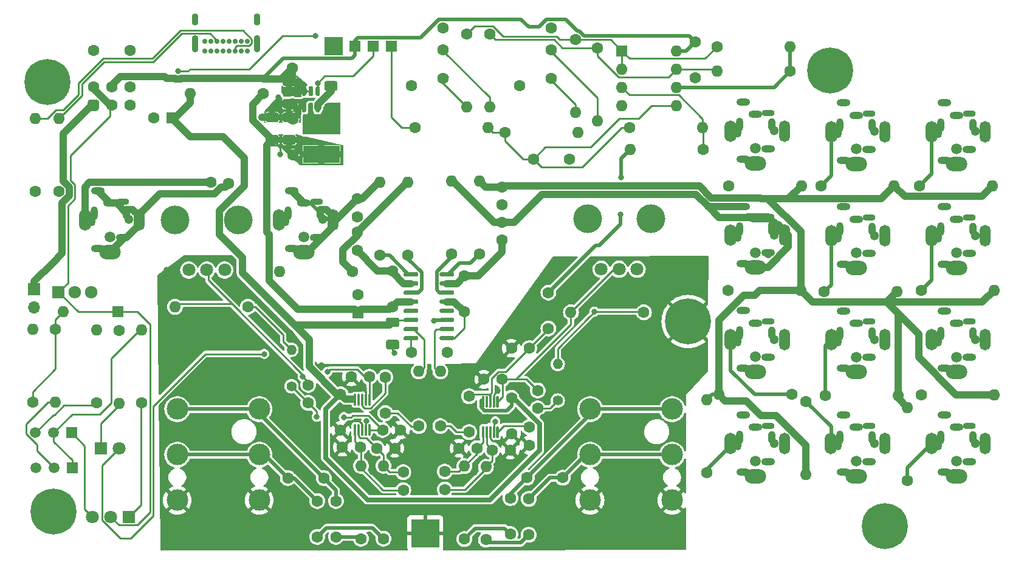
<source format=gtl>
G04 #@! TF.GenerationSoftware,KiCad,Pcbnew,8.0.1*
G04 #@! TF.CreationDate,2024-04-16T20:02:15+02:00*
G04 #@! TF.ProjectId,spider2,73706964-6572-4322-9e6b-696361645f70,rev?*
G04 #@! TF.SameCoordinates,Original*
G04 #@! TF.FileFunction,Copper,L1,Top*
G04 #@! TF.FilePolarity,Positive*
%FSLAX46Y46*%
G04 Gerber Fmt 4.6, Leading zero omitted, Abs format (unit mm)*
G04 Created by KiCad (PCBNEW 8.0.1) date 2024-04-16 20:02:15*
%MOMM*%
%LPD*%
G01*
G04 APERTURE LIST*
G04 #@! TA.AperFunction,ComponentPad*
%ADD10C,1.600000*%
G04 #@! TD*
G04 #@! TA.AperFunction,ComponentPad*
%ADD11O,1.600000X1.600000*%
G04 #@! TD*
G04 #@! TA.AperFunction,ComponentPad*
%ADD12C,0.700000*%
G04 #@! TD*
G04 #@! TA.AperFunction,ComponentPad*
%ADD13O,0.900000X2.400000*%
G04 #@! TD*
G04 #@! TA.AperFunction,ComponentPad*
%ADD14O,0.900000X1.700000*%
G04 #@! TD*
G04 #@! TA.AperFunction,ComponentPad*
%ADD15R,1.717500X1.800000*%
G04 #@! TD*
G04 #@! TA.AperFunction,ComponentPad*
%ADD16O,1.717500X1.800000*%
G04 #@! TD*
G04 #@! TA.AperFunction,ComponentPad*
%ADD17R,1.600000X1.600000*%
G04 #@! TD*
G04 #@! TA.AperFunction,ComponentPad*
%ADD18R,2.500000X2.500000*%
G04 #@! TD*
G04 #@! TA.AperFunction,WasherPad*
%ADD19C,1.500000*%
G04 #@! TD*
G04 #@! TA.AperFunction,ComponentPad*
%ADD20O,1.900000X1.000000*%
G04 #@! TD*
G04 #@! TA.AperFunction,ComponentPad*
%ADD21O,1.000000X1.800000*%
G04 #@! TD*
G04 #@! TA.AperFunction,ComponentPad*
%ADD22C,1.300000*%
G04 #@! TD*
G04 #@! TA.AperFunction,ComponentPad*
%ADD23O,1.500000X3.000000*%
G04 #@! TD*
G04 #@! TA.AperFunction,ComponentPad*
%ADD24O,1.700000X3.000000*%
G04 #@! TD*
G04 #@! TA.AperFunction,ComponentPad*
%ADD25O,1.000000X1.900000*%
G04 #@! TD*
G04 #@! TA.AperFunction,ComponentPad*
%ADD26O,3.000000X2.000000*%
G04 #@! TD*
G04 #@! TA.AperFunction,ComponentPad*
%ADD27O,1.800000X0.900000*%
G04 #@! TD*
G04 #@! TA.AperFunction,ComponentPad*
%ADD28C,0.800000*%
G04 #@! TD*
G04 #@! TA.AperFunction,ComponentPad*
%ADD29C,6.400000*%
G04 #@! TD*
G04 #@! TA.AperFunction,ComponentPad*
%ADD30C,3.000000*%
G04 #@! TD*
G04 #@! TA.AperFunction,ComponentPad*
%ADD31R,1.500000X1.500000*%
G04 #@! TD*
G04 #@! TA.AperFunction,ComponentPad*
%ADD32C,1.500000*%
G04 #@! TD*
G04 #@! TA.AperFunction,ComponentPad*
%ADD33C,1.400000*%
G04 #@! TD*
G04 #@! TA.AperFunction,ComponentPad*
%ADD34O,1.400000X1.400000*%
G04 #@! TD*
G04 #@! TA.AperFunction,WasherPad*
%ADD35C,4.000000*%
G04 #@! TD*
G04 #@! TA.AperFunction,ComponentPad*
%ADD36C,1.800000*%
G04 #@! TD*
G04 #@! TA.AperFunction,ComponentPad*
%ADD37R,1.700000X1.700000*%
G04 #@! TD*
G04 #@! TA.AperFunction,ComponentPad*
%ADD38O,1.700000X1.700000*%
G04 #@! TD*
G04 #@! TA.AperFunction,ComponentPad*
%ADD39R,4.000000X4.000000*%
G04 #@! TD*
G04 #@! TA.AperFunction,ComponentPad*
%ADD40R,1.800000X1.800000*%
G04 #@! TD*
G04 #@! TA.AperFunction,SMDPad,CuDef*
%ADD41R,5.100000X2.350000*%
G04 #@! TD*
G04 #@! TA.AperFunction,ViaPad*
%ADD42C,0.800000*%
G04 #@! TD*
G04 #@! TA.AperFunction,ViaPad*
%ADD43C,1.600000*%
G04 #@! TD*
G04 #@! TA.AperFunction,Conductor*
%ADD44C,0.250000*%
G04 #@! TD*
G04 #@! TA.AperFunction,Conductor*
%ADD45C,1.000000*%
G04 #@! TD*
G04 #@! TA.AperFunction,Conductor*
%ADD46C,0.500000*%
G04 #@! TD*
G04 #@! TA.AperFunction,Conductor*
%ADD47C,0.700000*%
G04 #@! TD*
G04 APERTURE END LIST*
D10*
X147799400Y-33323400D03*
X152879400Y-33323400D03*
G04 #@! TA.AperFunction,ComponentPad*
G36*
G01*
X147399400Y-40143400D02*
X148199400Y-40143400D01*
G75*
G02*
X148599400Y-40543400I0J-400000D01*
G01*
X148599400Y-41343400D01*
G75*
G02*
X148199400Y-41743400I-400000J0D01*
G01*
X147399400Y-41743400D01*
G75*
G02*
X146999400Y-41343400I0J400000D01*
G01*
X146999400Y-40543400D01*
G75*
G02*
X147399400Y-40143400I400000J0D01*
G01*
G37*
G04 #@! TD.AperFunction*
X150339400Y-40943400D03*
X152879400Y-40943400D03*
X147799400Y-38403400D03*
X150339400Y-38403400D03*
X152879400Y-38403400D03*
X262920000Y-52200000D03*
D11*
X273080000Y-52200000D03*
D10*
X196750000Y-94500000D03*
X196750000Y-92000000D03*
X209700000Y-80700000D03*
X209700000Y-83200000D03*
X231625000Y-32125000D03*
X231625000Y-37125000D03*
X244875000Y-36200000D03*
D11*
X234715000Y-36200000D03*
D12*
X169250000Y-33375000D03*
X168400000Y-33375000D03*
X167550000Y-33375000D03*
X166700000Y-33375000D03*
X165850000Y-33375000D03*
X165000000Y-33375000D03*
X164150000Y-33375000D03*
X163300000Y-33375000D03*
X163300000Y-32025000D03*
X164150000Y-32025000D03*
X165000000Y-32025000D03*
X165850000Y-32025000D03*
X166700000Y-32025000D03*
X167550000Y-32025000D03*
X168400000Y-32025000D03*
X169250000Y-32025000D03*
D13*
X170600000Y-32395000D03*
D14*
X170600000Y-29015000D03*
D13*
X161950000Y-32395000D03*
D14*
X161950000Y-29015000D03*
D10*
X187750000Y-61850000D03*
D11*
X187750000Y-51690000D03*
D15*
X142950000Y-67000000D03*
D16*
X145240000Y-67000000D03*
X147530000Y-67000000D03*
D10*
X263120000Y-81300000D03*
D11*
X273280000Y-81300000D03*
D10*
X182250000Y-81230000D03*
X182250000Y-86230000D03*
X204750000Y-52350000D03*
X204750000Y-54850000D03*
X200150000Y-81500000D03*
X200150000Y-86500000D03*
X204750000Y-59750000D03*
X204750000Y-57250000D03*
D17*
X151200000Y-69750000D03*
D11*
X143580000Y-69750000D03*
D10*
X139700000Y-52959000D03*
D11*
X139700000Y-42799000D03*
D10*
X203000000Y-30995000D03*
D11*
X203000000Y-41155000D03*
D10*
X190975000Y-92075000D03*
X190975000Y-94575000D03*
X206050000Y-81700000D03*
X206050000Y-86700000D03*
D18*
X181300000Y-32750000D03*
D19*
X240078391Y-90526253D03*
D20*
X238349112Y-92100000D03*
X241849112Y-90600000D03*
D21*
X242328391Y-87226253D03*
D22*
X242649112Y-88100000D03*
D23*
X244078391Y-88126253D03*
D24*
X236578391Y-88126253D03*
D25*
X237549112Y-88100000D03*
X237828391Y-87226253D03*
D20*
X238349112Y-84100000D03*
X240078391Y-85826253D03*
D26*
X240078391Y-92626253D03*
D27*
X241849112Y-85600000D03*
D28*
X248019532Y-36102461D03*
X248722476Y-34405405D03*
X248722476Y-37799517D03*
X250419532Y-33702461D03*
D29*
X250419532Y-36102461D03*
D28*
X250419532Y-38502461D03*
X252116588Y-34405405D03*
X252116588Y-37799517D03*
X252819532Y-36102461D03*
D10*
X188500000Y-78850000D03*
X188500000Y-83850000D03*
X199500000Y-69750000D03*
X199500000Y-64750000D03*
X218050000Y-32945000D03*
D11*
X218050000Y-43105000D03*
D10*
X204700000Y-79150000D03*
X202200000Y-79150000D03*
X196550000Y-33200000D03*
X196550000Y-30200000D03*
X192150000Y-38200000D03*
X196550000Y-37200000D03*
X188210000Y-101360000D03*
D11*
X188210000Y-91200000D03*
D10*
X208450000Y-95800000D03*
X208450000Y-100800000D03*
X224500000Y-69800000D03*
D11*
X214340000Y-69800000D03*
D10*
X186250000Y-78800000D03*
X183750000Y-78800000D03*
X179900000Y-92900000D03*
X174900000Y-92900000D03*
X209100000Y-48430000D03*
X214100000Y-48430000D03*
X191620000Y-61810000D03*
D11*
X191620000Y-51650000D03*
D10*
X261200000Y-93230000D03*
D11*
X261200000Y-83070000D03*
D10*
X249645000Y-66950000D03*
D11*
X259805000Y-66950000D03*
D30*
X228430000Y-89650000D03*
X217000000Y-89650000D03*
X228430000Y-96000000D03*
X217000000Y-96000000D03*
X228430000Y-83300000D03*
X217000000Y-83300000D03*
D10*
X183900000Y-64150000D03*
D11*
X173740000Y-64150000D03*
D30*
X170930000Y-89650000D03*
X159500000Y-89650000D03*
X170930000Y-96000000D03*
X159500000Y-96000000D03*
X170930000Y-83300000D03*
X159500000Y-83300000D03*
D10*
X148300000Y-82450000D03*
D11*
X148300000Y-72290000D03*
D10*
X249745000Y-81400000D03*
D11*
X259905000Y-81400000D03*
D10*
X199500000Y-101400000D03*
D11*
X199500000Y-91240000D03*
G04 #@! TA.AperFunction,SMDPad,CuDef*
G36*
G01*
X174450000Y-36947636D02*
X175750000Y-36947636D01*
G75*
G02*
X176000000Y-37197636I0J-250000D01*
G01*
X176000000Y-38022636D01*
G75*
G02*
X175750000Y-38272636I-250000J0D01*
G01*
X174450000Y-38272636D01*
G75*
G02*
X174200000Y-38022636I0J250000D01*
G01*
X174200000Y-37197636D01*
G75*
G02*
X174450000Y-36947636I250000J0D01*
G01*
G37*
G04 #@! TD.AperFunction*
G04 #@! TA.AperFunction,SMDPad,CuDef*
G36*
G01*
X174450000Y-40072636D02*
X175750000Y-40072636D01*
G75*
G02*
X176000000Y-40322636I0J-250000D01*
G01*
X176000000Y-41147636D01*
G75*
G02*
X175750000Y-41397636I-250000J0D01*
G01*
X174450000Y-41397636D01*
G75*
G02*
X174200000Y-41147636I0J250000D01*
G01*
X174200000Y-40322636D01*
G75*
G02*
X174450000Y-40072636I250000J0D01*
G01*
G37*
G04 #@! TD.AperFunction*
D10*
X249220000Y-52150000D03*
D11*
X259380000Y-52150000D03*
D10*
X201600000Y-61700000D03*
D11*
X201600000Y-51540000D03*
D10*
X187300000Y-88750000D03*
X189800000Y-88750000D03*
X234675000Y-32825000D03*
D11*
X244835000Y-32825000D03*
D10*
X236195000Y-66725000D03*
D11*
X246355000Y-66725000D03*
D17*
X158750000Y-42700000D03*
D10*
X156250000Y-42700000D03*
G04 #@! TA.AperFunction,SMDPad,CuDef*
G36*
G01*
X204012500Y-81461890D02*
X204187500Y-81461890D01*
G75*
G02*
X204275000Y-81549390I0J-87500D01*
G01*
X204275000Y-82999390D01*
G75*
G02*
X204187500Y-83086890I-87500J0D01*
G01*
X204012500Y-83086890D01*
G75*
G02*
X203925000Y-82999390I0J87500D01*
G01*
X203925000Y-81549390D01*
G75*
G02*
X204012500Y-81461890I87500J0D01*
G01*
G37*
G04 #@! TD.AperFunction*
G04 #@! TA.AperFunction,SMDPad,CuDef*
G36*
G01*
X203512500Y-81461890D02*
X203687500Y-81461890D01*
G75*
G02*
X203775000Y-81549390I0J-87500D01*
G01*
X203775000Y-82999390D01*
G75*
G02*
X203687500Y-83086890I-87500J0D01*
G01*
X203512500Y-83086890D01*
G75*
G02*
X203425000Y-82999390I0J87500D01*
G01*
X203425000Y-81549390D01*
G75*
G02*
X203512500Y-81461890I87500J0D01*
G01*
G37*
G04 #@! TD.AperFunction*
G04 #@! TA.AperFunction,SMDPad,CuDef*
G36*
G01*
X203012500Y-81461890D02*
X203187500Y-81461890D01*
G75*
G02*
X203275000Y-81549390I0J-87500D01*
G01*
X203275000Y-82999390D01*
G75*
G02*
X203187500Y-83086890I-87500J0D01*
G01*
X203012500Y-83086890D01*
G75*
G02*
X202925000Y-82999390I0J87500D01*
G01*
X202925000Y-81549390D01*
G75*
G02*
X203012500Y-81461890I87500J0D01*
G01*
G37*
G04 #@! TD.AperFunction*
G04 #@! TA.AperFunction,SMDPad,CuDef*
G36*
G01*
X202512500Y-81461890D02*
X202687500Y-81461890D01*
G75*
G02*
X202775000Y-81549390I0J-87500D01*
G01*
X202775000Y-82999390D01*
G75*
G02*
X202687500Y-83086890I-87500J0D01*
G01*
X202512500Y-83086890D01*
G75*
G02*
X202425000Y-82999390I0J87500D01*
G01*
X202425000Y-81549390D01*
G75*
G02*
X202512500Y-81461890I87500J0D01*
G01*
G37*
G04 #@! TD.AperFunction*
G04 #@! TA.AperFunction,SMDPad,CuDef*
G36*
G01*
X202012500Y-81461890D02*
X202187500Y-81461890D01*
G75*
G02*
X202275000Y-81549390I0J-87500D01*
G01*
X202275000Y-82999390D01*
G75*
G02*
X202187500Y-83086890I-87500J0D01*
G01*
X202012500Y-83086890D01*
G75*
G02*
X201925000Y-82999390I0J87500D01*
G01*
X201925000Y-81549390D01*
G75*
G02*
X202012500Y-81461890I87500J0D01*
G01*
G37*
G04 #@! TD.AperFunction*
G04 #@! TA.AperFunction,SMDPad,CuDef*
G36*
G01*
X202012500Y-85686890D02*
X202187500Y-85686890D01*
G75*
G02*
X202275000Y-85774390I0J-87500D01*
G01*
X202275000Y-87224390D01*
G75*
G02*
X202187500Y-87311890I-87500J0D01*
G01*
X202012500Y-87311890D01*
G75*
G02*
X201925000Y-87224390I0J87500D01*
G01*
X201925000Y-85774390D01*
G75*
G02*
X202012500Y-85686890I87500J0D01*
G01*
G37*
G04 #@! TD.AperFunction*
G04 #@! TA.AperFunction,SMDPad,CuDef*
G36*
G01*
X202512500Y-85686890D02*
X202687500Y-85686890D01*
G75*
G02*
X202775000Y-85774390I0J-87500D01*
G01*
X202775000Y-87224390D01*
G75*
G02*
X202687500Y-87311890I-87500J0D01*
G01*
X202512500Y-87311890D01*
G75*
G02*
X202425000Y-87224390I0J87500D01*
G01*
X202425000Y-85774390D01*
G75*
G02*
X202512500Y-85686890I87500J0D01*
G01*
G37*
G04 #@! TD.AperFunction*
G04 #@! TA.AperFunction,SMDPad,CuDef*
G36*
G01*
X203012500Y-85686890D02*
X203187500Y-85686890D01*
G75*
G02*
X203275000Y-85774390I0J-87500D01*
G01*
X203275000Y-87224390D01*
G75*
G02*
X203187500Y-87311890I-87500J0D01*
G01*
X203012500Y-87311890D01*
G75*
G02*
X202925000Y-87224390I0J87500D01*
G01*
X202925000Y-85774390D01*
G75*
G02*
X203012500Y-85686890I87500J0D01*
G01*
G37*
G04 #@! TD.AperFunction*
G04 #@! TA.AperFunction,SMDPad,CuDef*
G36*
G01*
X203512500Y-85686890D02*
X203687500Y-85686890D01*
G75*
G02*
X203775000Y-85774390I0J-87500D01*
G01*
X203775000Y-87224390D01*
G75*
G02*
X203687500Y-87311890I-87500J0D01*
G01*
X203512500Y-87311890D01*
G75*
G02*
X203425000Y-87224390I0J87500D01*
G01*
X203425000Y-85774390D01*
G75*
G02*
X203512500Y-85686890I87500J0D01*
G01*
G37*
G04 #@! TD.AperFunction*
G04 #@! TA.AperFunction,SMDPad,CuDef*
G36*
G01*
X204012500Y-85686890D02*
X204187500Y-85686890D01*
G75*
G02*
X204275000Y-85774390I0J-87500D01*
G01*
X204275000Y-87224390D01*
G75*
G02*
X204187500Y-87311890I-87500J0D01*
G01*
X204012500Y-87311890D01*
G75*
G02*
X203925000Y-87224390I0J87500D01*
G01*
X203925000Y-85774390D01*
G75*
G02*
X204012500Y-85686890I87500J0D01*
G01*
G37*
G04 #@! TD.AperFunction*
X197100000Y-75400000D03*
X192100000Y-75400000D03*
X142500000Y-72170000D03*
D11*
X142500000Y-82330000D03*
D10*
X247100000Y-82250000D03*
D11*
X247100000Y-92410000D03*
D19*
X240079279Y-61459586D03*
D20*
X238350000Y-63033333D03*
X241850000Y-61533333D03*
D21*
X242329279Y-58159586D03*
D22*
X242650000Y-59033333D03*
D23*
X244079279Y-59059586D03*
D24*
X236579279Y-59059586D03*
D25*
X237550000Y-59033333D03*
X237829279Y-58159586D03*
D20*
X238350000Y-55033333D03*
X240079279Y-56759586D03*
D26*
X240079279Y-63559586D03*
D27*
X241850000Y-56533333D03*
D31*
X144800000Y-86600000D03*
D32*
X142260000Y-86600000D03*
X139720000Y-86600000D03*
D33*
X175400000Y-80100000D03*
D34*
X175400000Y-75020000D03*
D10*
X181600000Y-96100000D03*
X181600000Y-101100000D03*
X222545000Y-44100000D03*
D11*
X232705000Y-44100000D03*
D19*
X240079279Y-75992919D03*
D20*
X238350000Y-77566666D03*
X241850000Y-76066666D03*
D21*
X242329279Y-72692919D03*
D22*
X242650000Y-73566666D03*
D23*
X244079279Y-73592919D03*
D24*
X236579279Y-73592919D03*
D25*
X237550000Y-73566666D03*
X237829279Y-72692919D03*
D20*
X238350000Y-69566666D03*
X240079279Y-71292919D03*
D26*
X240079279Y-78092919D03*
D27*
X241850000Y-71066666D03*
D19*
X177153344Y-59294502D03*
D20*
X175424065Y-60868249D03*
X178924065Y-59368249D03*
D21*
X179403344Y-55994502D03*
D22*
X179724065Y-56868249D03*
D23*
X181153344Y-56894502D03*
D24*
X173653344Y-56894502D03*
D25*
X174624065Y-56868249D03*
X174903344Y-55994502D03*
D20*
X175424065Y-52868249D03*
X177153344Y-54594502D03*
D26*
X177153344Y-61394502D03*
D27*
X178924065Y-54368249D03*
D28*
X228260142Y-71088261D03*
X228963086Y-69391205D03*
X228963086Y-72785317D03*
X230660142Y-68688261D03*
D29*
X230660142Y-71088261D03*
D28*
X230660142Y-73488261D03*
X232357198Y-69391205D03*
X232357198Y-72785317D03*
X233060142Y-71088261D03*
D10*
X143002000Y-52959000D03*
D11*
X143002000Y-42799000D03*
D19*
X268079279Y-47026253D03*
D20*
X266350000Y-48600000D03*
X269850000Y-47100000D03*
D21*
X270329279Y-43726253D03*
D22*
X270650000Y-44600000D03*
D23*
X272079279Y-44626253D03*
D24*
X264579279Y-44626253D03*
D25*
X265550000Y-44600000D03*
X265829279Y-43726253D03*
D20*
X266350000Y-40600000D03*
X268079279Y-42326253D03*
D26*
X268079279Y-49126253D03*
D27*
X269850000Y-42100000D03*
D10*
X184550000Y-56500000D03*
X184550000Y-54000000D03*
D31*
X184221000Y-32750000D03*
D35*
X159200000Y-56900000D03*
X168000000Y-56900000D03*
D36*
X166100000Y-63900000D03*
X163600000Y-63900000D03*
X161100000Y-63900000D03*
D10*
X189500000Y-69000000D03*
X189500000Y-64000000D03*
D31*
X186761000Y-32750000D03*
D10*
X203393829Y-89000000D03*
X205893829Y-89000000D03*
D31*
X189301000Y-32750000D03*
D10*
X171450000Y-39350000D03*
D11*
X161290000Y-39350000D03*
D31*
X144840000Y-91500000D03*
D32*
X142300000Y-91500000D03*
X139760000Y-91500000D03*
D10*
X151400000Y-72300000D03*
D11*
X151400000Y-82460000D03*
D10*
X185080000Y-101350000D03*
D11*
X185080000Y-91190000D03*
D19*
X268079279Y-76026253D03*
D20*
X266350000Y-77600000D03*
X269850000Y-76100000D03*
D21*
X270329279Y-72726253D03*
D22*
X270650000Y-73600000D03*
D23*
X272079279Y-73626253D03*
D24*
X264579279Y-73626253D03*
D25*
X265550000Y-73600000D03*
X265829279Y-72726253D03*
D20*
X266350000Y-69600000D03*
X268079279Y-71326253D03*
D26*
X268079279Y-78126253D03*
D27*
X269850000Y-71100000D03*
D37*
X139560000Y-66610000D03*
D38*
X139560000Y-69150000D03*
D28*
X255630000Y-99560000D03*
X256332944Y-97862944D03*
X256332944Y-101257056D03*
X258030000Y-97160000D03*
D29*
X258030000Y-99560000D03*
D28*
X258030000Y-101960000D03*
X259727056Y-97862944D03*
X259727056Y-101257056D03*
X260430000Y-99560000D03*
D10*
X236270000Y-52150000D03*
D11*
X246430000Y-52150000D03*
D10*
X214990000Y-31800000D03*
D11*
X214990000Y-41960000D03*
D10*
X211550000Y-33200000D03*
X211550000Y-30200000D03*
X207150000Y-38200000D03*
X211550000Y-37200000D03*
X190600000Y-86200000D03*
X188100000Y-86200000D03*
X175500000Y-40800000D03*
X175500000Y-35800000D03*
D19*
X268079279Y-61526253D03*
D20*
X266350000Y-63100000D03*
X269850000Y-61600000D03*
D21*
X270329279Y-58226253D03*
D22*
X270650000Y-59100000D03*
D23*
X272079279Y-59126253D03*
D24*
X264579279Y-59126253D03*
D25*
X265550000Y-59100000D03*
X265829279Y-58226253D03*
D20*
X266350000Y-55100000D03*
X268079279Y-56826253D03*
D26*
X268079279Y-63626253D03*
D27*
X269850000Y-56600000D03*
D10*
X177750000Y-79925000D03*
X177750000Y-82425000D03*
D19*
X240079279Y-46926253D03*
D20*
X238350000Y-48500000D03*
X241850000Y-47000000D03*
D21*
X242329279Y-43626253D03*
D22*
X242650000Y-44500000D03*
D23*
X244079279Y-44526253D03*
D24*
X236579279Y-44526253D03*
D25*
X237550000Y-44500000D03*
X237829279Y-43626253D03*
D20*
X238350000Y-40500000D03*
X240079279Y-42226253D03*
D26*
X240079279Y-49026253D03*
D27*
X241850000Y-42000000D03*
D17*
X221450000Y-33375000D03*
D11*
X221450000Y-35915000D03*
X221450000Y-38455000D03*
X221450000Y-40995000D03*
X229070000Y-40995000D03*
X229070000Y-38455000D03*
X229070000Y-35915000D03*
X229070000Y-33375000D03*
D10*
X206050000Y-74800000D03*
X208550000Y-74800000D03*
X263120000Y-66750000D03*
D11*
X273280000Y-66750000D03*
D10*
X233260000Y-92180000D03*
D11*
X233260000Y-82020000D03*
D10*
X192600000Y-44050000D03*
D11*
X202760000Y-44050000D03*
D19*
X254079279Y-61526253D03*
D20*
X252350000Y-63100000D03*
X255850000Y-61600000D03*
D21*
X256329279Y-58226253D03*
D22*
X256650000Y-59100000D03*
D23*
X258079279Y-59126253D03*
D24*
X250579279Y-59126253D03*
D25*
X251550000Y-59100000D03*
X251829279Y-58226253D03*
D20*
X252350000Y-55100000D03*
X254079279Y-56826253D03*
D26*
X254079279Y-63626253D03*
D27*
X255850000Y-56600000D03*
D10*
X208500000Y-88300000D03*
X208500000Y-85800000D03*
D19*
X254079279Y-76026253D03*
D20*
X252350000Y-77600000D03*
X255850000Y-76100000D03*
D21*
X256329279Y-72726253D03*
D22*
X256650000Y-73600000D03*
D23*
X258079279Y-73626253D03*
D24*
X250579279Y-73626253D03*
D25*
X251550000Y-73600000D03*
X251829279Y-72726253D03*
D20*
X252350000Y-69600000D03*
X254079279Y-71326253D03*
D26*
X254079279Y-78126253D03*
D27*
X255850000Y-71100000D03*
D19*
X254079279Y-47026253D03*
D20*
X252350000Y-48600000D03*
X255850000Y-47100000D03*
D21*
X256329279Y-43726253D03*
D22*
X256650000Y-44600000D03*
D23*
X258079279Y-44626253D03*
D24*
X250579279Y-44626253D03*
D25*
X251550000Y-44600000D03*
X251829279Y-43726253D03*
D20*
X252350000Y-40600000D03*
X254079279Y-42326253D03*
D26*
X254079279Y-49126253D03*
D27*
X255850000Y-42100000D03*
D10*
X202500000Y-101500000D03*
D11*
X202500000Y-91340000D03*
G04 #@! TA.AperFunction,SMDPad,CuDef*
G36*
G01*
X172072096Y-41973131D02*
X173372096Y-41973131D01*
G75*
G02*
X173622096Y-42223131I0J-250000D01*
G01*
X173622096Y-43048131D01*
G75*
G02*
X173372096Y-43298131I-250000J0D01*
G01*
X172072096Y-43298131D01*
G75*
G02*
X171822096Y-43048131I0J250000D01*
G01*
X171822096Y-42223131D01*
G75*
G02*
X172072096Y-41973131I250000J0D01*
G01*
G37*
G04 #@! TD.AperFunction*
G04 #@! TA.AperFunction,SMDPad,CuDef*
G36*
G01*
X172072096Y-45098131D02*
X173372096Y-45098131D01*
G75*
G02*
X173622096Y-45348131I0J-250000D01*
G01*
X173622096Y-46173131D01*
G75*
G02*
X173372096Y-46423131I-250000J0D01*
G01*
X172072096Y-46423131D01*
G75*
G02*
X171822096Y-46173131I0J250000D01*
G01*
X171822096Y-45348131D01*
G75*
G02*
X172072096Y-45098131I250000J0D01*
G01*
G37*
G04 #@! TD.AperFunction*
D10*
X184550000Y-58650000D03*
X184550000Y-61150000D03*
X211200000Y-67050000D03*
X211200000Y-72050000D03*
D19*
X150144477Y-59295965D03*
D20*
X148415198Y-60869712D03*
X151915198Y-59369712D03*
D21*
X152394477Y-55995965D03*
D22*
X152715198Y-56869712D03*
D23*
X154144477Y-56895965D03*
D24*
X146644477Y-56895965D03*
D25*
X147615198Y-56869712D03*
X147894477Y-55995965D03*
D20*
X148415198Y-52869712D03*
X150144477Y-54595965D03*
D26*
X150144477Y-61395965D03*
D27*
X151915198Y-54369712D03*
D39*
X194056000Y-100584000D03*
D19*
X254078391Y-90526253D03*
D20*
X252349112Y-92100000D03*
X255849112Y-90600000D03*
D21*
X256328391Y-87226253D03*
D22*
X256649112Y-88100000D03*
D23*
X258078391Y-88126253D03*
D24*
X250578391Y-88126253D03*
D25*
X251549112Y-88100000D03*
X251828391Y-87226253D03*
D20*
X252349112Y-84100000D03*
X254078391Y-85826253D03*
D26*
X254078391Y-92626253D03*
D27*
X255849112Y-85600000D03*
D19*
X268079279Y-90526253D03*
D20*
X266350000Y-92100000D03*
X269850000Y-90600000D03*
D21*
X270329279Y-87226253D03*
D22*
X270650000Y-88100000D03*
D23*
X272079279Y-88126253D03*
D24*
X264579279Y-88126253D03*
D25*
X265550000Y-88100000D03*
X265829279Y-87226253D03*
D20*
X266350000Y-84100000D03*
X268079279Y-85826253D03*
D26*
X268079279Y-92626253D03*
D27*
X269850000Y-85600000D03*
D10*
X179000000Y-96100000D03*
X179000000Y-101100000D03*
G04 #@! TA.AperFunction,SMDPad,CuDef*
G36*
G01*
X181550000Y-42025000D02*
X180250000Y-42025000D01*
G75*
G02*
X180000000Y-41775000I0J250000D01*
G01*
X180000000Y-40950000D01*
G75*
G02*
X180250000Y-40700000I250000J0D01*
G01*
X181550000Y-40700000D01*
G75*
G02*
X181800000Y-40950000I0J-250000D01*
G01*
X181800000Y-41775000D01*
G75*
G02*
X181550000Y-42025000I-250000J0D01*
G01*
G37*
G04 #@! TD.AperFunction*
G04 #@! TA.AperFunction,SMDPad,CuDef*
G36*
G01*
X181550000Y-38900000D02*
X180250000Y-38900000D01*
G75*
G02*
X180000000Y-38650000I0J250000D01*
G01*
X180000000Y-37825000D01*
G75*
G02*
X180250000Y-37575000I250000J0D01*
G01*
X181550000Y-37575000D01*
G75*
G02*
X181800000Y-37825000I0J-250000D01*
G01*
X181800000Y-38650000D01*
G75*
G02*
X181550000Y-38900000I-250000J0D01*
G01*
G37*
G04 #@! TD.AperFunction*
X154500000Y-82450000D03*
D11*
X154500000Y-72290000D03*
D10*
X193142656Y-85661097D03*
D11*
X193142656Y-78041097D03*
D10*
X196150000Y-85650000D03*
D11*
X196150000Y-78030000D03*
G04 #@! TA.AperFunction,SMDPad,CuDef*
G36*
G01*
X174449222Y-41975000D02*
X175749222Y-41975000D01*
G75*
G02*
X175999222Y-42225000I0J-250000D01*
G01*
X175999222Y-43050000D01*
G75*
G02*
X175749222Y-43300000I-250000J0D01*
G01*
X174449222Y-43300000D01*
G75*
G02*
X174199222Y-43050000I0J250000D01*
G01*
X174199222Y-42225000D01*
G75*
G02*
X174449222Y-41975000I250000J0D01*
G01*
G37*
G04 #@! TD.AperFunction*
G04 #@! TA.AperFunction,SMDPad,CuDef*
G36*
G01*
X174449222Y-45100000D02*
X175749222Y-45100000D01*
G75*
G02*
X175999222Y-45350000I0J-250000D01*
G01*
X175999222Y-46175000D01*
G75*
G02*
X175749222Y-46425000I-250000J0D01*
G01*
X174449222Y-46425000D01*
G75*
G02*
X174199222Y-46175000I0J250000D01*
G01*
X174199222Y-45350000D01*
G75*
G02*
X174449222Y-45100000I250000J0D01*
G01*
G37*
G04 #@! TD.AperFunction*
D10*
X182500000Y-88600000D03*
X185000000Y-88600000D03*
D40*
X148875000Y-88725000D03*
D36*
X151415000Y-88725000D03*
D10*
X199800000Y-31015000D03*
D11*
X199800000Y-41175000D03*
G04 #@! TA.AperFunction,SMDPad,CuDef*
G36*
G01*
X191050000Y-64670000D02*
X191050000Y-64370000D01*
G75*
G02*
X191200000Y-64220000I150000J0D01*
G01*
X192900000Y-64220000D01*
G75*
G02*
X193050000Y-64370000I0J-150000D01*
G01*
X193050000Y-64670000D01*
G75*
G02*
X192900000Y-64820000I-150000J0D01*
G01*
X191200000Y-64820000D01*
G75*
G02*
X191050000Y-64670000I0J150000D01*
G01*
G37*
G04 #@! TD.AperFunction*
G04 #@! TA.AperFunction,SMDPad,CuDef*
G36*
G01*
X191050000Y-65940000D02*
X191050000Y-65640000D01*
G75*
G02*
X191200000Y-65490000I150000J0D01*
G01*
X192900000Y-65490000D01*
G75*
G02*
X193050000Y-65640000I0J-150000D01*
G01*
X193050000Y-65940000D01*
G75*
G02*
X192900000Y-66090000I-150000J0D01*
G01*
X191200000Y-66090000D01*
G75*
G02*
X191050000Y-65940000I0J150000D01*
G01*
G37*
G04 #@! TD.AperFunction*
G04 #@! TA.AperFunction,SMDPad,CuDef*
G36*
G01*
X191050000Y-67210000D02*
X191050000Y-66910000D01*
G75*
G02*
X191200000Y-66760000I150000J0D01*
G01*
X192900000Y-66760000D01*
G75*
G02*
X193050000Y-66910000I0J-150000D01*
G01*
X193050000Y-67210000D01*
G75*
G02*
X192900000Y-67360000I-150000J0D01*
G01*
X191200000Y-67360000D01*
G75*
G02*
X191050000Y-67210000I0J150000D01*
G01*
G37*
G04 #@! TD.AperFunction*
G04 #@! TA.AperFunction,SMDPad,CuDef*
G36*
G01*
X191050000Y-68480000D02*
X191050000Y-68180000D01*
G75*
G02*
X191200000Y-68030000I150000J0D01*
G01*
X192900000Y-68030000D01*
G75*
G02*
X193050000Y-68180000I0J-150000D01*
G01*
X193050000Y-68480000D01*
G75*
G02*
X192900000Y-68630000I-150000J0D01*
G01*
X191200000Y-68630000D01*
G75*
G02*
X191050000Y-68480000I0J150000D01*
G01*
G37*
G04 #@! TD.AperFunction*
G04 #@! TA.AperFunction,SMDPad,CuDef*
G36*
G01*
X191050000Y-69750000D02*
X191050000Y-69450000D01*
G75*
G02*
X191200000Y-69300000I150000J0D01*
G01*
X192900000Y-69300000D01*
G75*
G02*
X193050000Y-69450000I0J-150000D01*
G01*
X193050000Y-69750000D01*
G75*
G02*
X192900000Y-69900000I-150000J0D01*
G01*
X191200000Y-69900000D01*
G75*
G02*
X191050000Y-69750000I0J150000D01*
G01*
G37*
G04 #@! TD.AperFunction*
G04 #@! TA.AperFunction,SMDPad,CuDef*
G36*
G01*
X191050000Y-71020000D02*
X191050000Y-70720000D01*
G75*
G02*
X191200000Y-70570000I150000J0D01*
G01*
X192900000Y-70570000D01*
G75*
G02*
X193050000Y-70720000I0J-150000D01*
G01*
X193050000Y-71020000D01*
G75*
G02*
X192900000Y-71170000I-150000J0D01*
G01*
X191200000Y-71170000D01*
G75*
G02*
X191050000Y-71020000I0J150000D01*
G01*
G37*
G04 #@! TD.AperFunction*
G04 #@! TA.AperFunction,SMDPad,CuDef*
G36*
G01*
X191050000Y-72290000D02*
X191050000Y-71990000D01*
G75*
G02*
X191200000Y-71840000I150000J0D01*
G01*
X192900000Y-71840000D01*
G75*
G02*
X193050000Y-71990000I0J-150000D01*
G01*
X193050000Y-72290000D01*
G75*
G02*
X192900000Y-72440000I-150000J0D01*
G01*
X191200000Y-72440000D01*
G75*
G02*
X191050000Y-72290000I0J150000D01*
G01*
G37*
G04 #@! TD.AperFunction*
G04 #@! TA.AperFunction,SMDPad,CuDef*
G36*
G01*
X191050000Y-73560000D02*
X191050000Y-73260000D01*
G75*
G02*
X191200000Y-73110000I150000J0D01*
G01*
X192900000Y-73110000D01*
G75*
G02*
X193050000Y-73260000I0J-150000D01*
G01*
X193050000Y-73560000D01*
G75*
G02*
X192900000Y-73710000I-150000J0D01*
G01*
X191200000Y-73710000D01*
G75*
G02*
X191050000Y-73560000I0J150000D01*
G01*
G37*
G04 #@! TD.AperFunction*
G04 #@! TA.AperFunction,SMDPad,CuDef*
G36*
G01*
X196050000Y-73560000D02*
X196050000Y-73260000D01*
G75*
G02*
X196200000Y-73110000I150000J0D01*
G01*
X197900000Y-73110000D01*
G75*
G02*
X198050000Y-73260000I0J-150000D01*
G01*
X198050000Y-73560000D01*
G75*
G02*
X197900000Y-73710000I-150000J0D01*
G01*
X196200000Y-73710000D01*
G75*
G02*
X196050000Y-73560000I0J150000D01*
G01*
G37*
G04 #@! TD.AperFunction*
G04 #@! TA.AperFunction,SMDPad,CuDef*
G36*
G01*
X196050000Y-72290000D02*
X196050000Y-71990000D01*
G75*
G02*
X196200000Y-71840000I150000J0D01*
G01*
X197900000Y-71840000D01*
G75*
G02*
X198050000Y-71990000I0J-150000D01*
G01*
X198050000Y-72290000D01*
G75*
G02*
X197900000Y-72440000I-150000J0D01*
G01*
X196200000Y-72440000D01*
G75*
G02*
X196050000Y-72290000I0J150000D01*
G01*
G37*
G04 #@! TD.AperFunction*
G04 #@! TA.AperFunction,SMDPad,CuDef*
G36*
G01*
X196050000Y-71020000D02*
X196050000Y-70720000D01*
G75*
G02*
X196200000Y-70570000I150000J0D01*
G01*
X197900000Y-70570000D01*
G75*
G02*
X198050000Y-70720000I0J-150000D01*
G01*
X198050000Y-71020000D01*
G75*
G02*
X197900000Y-71170000I-150000J0D01*
G01*
X196200000Y-71170000D01*
G75*
G02*
X196050000Y-71020000I0J150000D01*
G01*
G37*
G04 #@! TD.AperFunction*
G04 #@! TA.AperFunction,SMDPad,CuDef*
G36*
G01*
X196050000Y-69750000D02*
X196050000Y-69450000D01*
G75*
G02*
X196200000Y-69300000I150000J0D01*
G01*
X197900000Y-69300000D01*
G75*
G02*
X198050000Y-69450000I0J-150000D01*
G01*
X198050000Y-69750000D01*
G75*
G02*
X197900000Y-69900000I-150000J0D01*
G01*
X196200000Y-69900000D01*
G75*
G02*
X196050000Y-69750000I0J150000D01*
G01*
G37*
G04 #@! TD.AperFunction*
G04 #@! TA.AperFunction,SMDPad,CuDef*
G36*
G01*
X196050000Y-68480000D02*
X196050000Y-68180000D01*
G75*
G02*
X196200000Y-68030000I150000J0D01*
G01*
X197900000Y-68030000D01*
G75*
G02*
X198050000Y-68180000I0J-150000D01*
G01*
X198050000Y-68480000D01*
G75*
G02*
X197900000Y-68630000I-150000J0D01*
G01*
X196200000Y-68630000D01*
G75*
G02*
X196050000Y-68480000I0J150000D01*
G01*
G37*
G04 #@! TD.AperFunction*
G04 #@! TA.AperFunction,SMDPad,CuDef*
G36*
G01*
X196050000Y-67210000D02*
X196050000Y-66910000D01*
G75*
G02*
X196200000Y-66760000I150000J0D01*
G01*
X197900000Y-66760000D01*
G75*
G02*
X198050000Y-66910000I0J-150000D01*
G01*
X198050000Y-67210000D01*
G75*
G02*
X197900000Y-67360000I-150000J0D01*
G01*
X196200000Y-67360000D01*
G75*
G02*
X196050000Y-67210000I0J150000D01*
G01*
G37*
G04 #@! TD.AperFunction*
G04 #@! TA.AperFunction,SMDPad,CuDef*
G36*
G01*
X196050000Y-65940000D02*
X196050000Y-65640000D01*
G75*
G02*
X196200000Y-65490000I150000J0D01*
G01*
X197900000Y-65490000D01*
G75*
G02*
X198050000Y-65640000I0J-150000D01*
G01*
X198050000Y-65940000D01*
G75*
G02*
X197900000Y-66090000I-150000J0D01*
G01*
X196200000Y-66090000D01*
G75*
G02*
X196050000Y-65940000I0J150000D01*
G01*
G37*
G04 #@! TD.AperFunction*
G04 #@! TA.AperFunction,SMDPad,CuDef*
G36*
G01*
X196050000Y-64670000D02*
X196050000Y-64370000D01*
G75*
G02*
X196200000Y-64220000I150000J0D01*
G01*
X197900000Y-64220000D01*
G75*
G02*
X198050000Y-64370000I0J-150000D01*
G01*
X198050000Y-64670000D01*
G75*
G02*
X197900000Y-64820000I-150000J0D01*
G01*
X196200000Y-64820000D01*
G75*
G02*
X196050000Y-64670000I0J150000D01*
G01*
G37*
G04 #@! TD.AperFunction*
D10*
X232750000Y-47100000D03*
D11*
X222590000Y-47100000D03*
D10*
X198750000Y-88750000D03*
X201250000Y-88750000D03*
X205900000Y-95700000D03*
X205900000Y-100700000D03*
D35*
X216650000Y-56800000D03*
X225450000Y-56800000D03*
D36*
X223550000Y-63800000D03*
X221050000Y-63800000D03*
X218550000Y-63800000D03*
D10*
X197735200Y-61700000D03*
D11*
X197735200Y-51540000D03*
D10*
X169350000Y-69040000D03*
D11*
X159190000Y-69040000D03*
D33*
X212500000Y-82100000D03*
D34*
X212500000Y-77020000D03*
G04 #@! TA.AperFunction,SMDPad,CuDef*
G36*
G01*
X178900000Y-38320100D02*
X179200000Y-38320100D01*
G75*
G02*
X179350000Y-38470100I0J-150000D01*
G01*
X179350000Y-39495100D01*
G75*
G02*
X179200000Y-39645100I-150000J0D01*
G01*
X178900000Y-39645100D01*
G75*
G02*
X178750000Y-39495100I0J150000D01*
G01*
X178750000Y-38470100D01*
G75*
G02*
X178900000Y-38320100I150000J0D01*
G01*
G37*
G04 #@! TD.AperFunction*
G04 #@! TA.AperFunction,SMDPad,CuDef*
G36*
G01*
X177950000Y-38320100D02*
X178250000Y-38320100D01*
G75*
G02*
X178400000Y-38470100I0J-150000D01*
G01*
X178400000Y-39495100D01*
G75*
G02*
X178250000Y-39645100I-150000J0D01*
G01*
X177950000Y-39645100D01*
G75*
G02*
X177800000Y-39495100I0J150000D01*
G01*
X177800000Y-38470100D01*
G75*
G02*
X177950000Y-38320100I150000J0D01*
G01*
G37*
G04 #@! TD.AperFunction*
G04 #@! TA.AperFunction,SMDPad,CuDef*
G36*
G01*
X177000000Y-38320100D02*
X177300000Y-38320100D01*
G75*
G02*
X177450000Y-38470100I0J-150000D01*
G01*
X177450000Y-39495100D01*
G75*
G02*
X177300000Y-39645100I-150000J0D01*
G01*
X177000000Y-39645100D01*
G75*
G02*
X176850000Y-39495100I0J150000D01*
G01*
X176850000Y-38470100D01*
G75*
G02*
X177000000Y-38320100I150000J0D01*
G01*
G37*
G04 #@! TD.AperFunction*
G04 #@! TA.AperFunction,SMDPad,CuDef*
G36*
G01*
X177000000Y-40595100D02*
X177300000Y-40595100D01*
G75*
G02*
X177450000Y-40745100I0J-150000D01*
G01*
X177450000Y-41770100D01*
G75*
G02*
X177300000Y-41920100I-150000J0D01*
G01*
X177000000Y-41920100D01*
G75*
G02*
X176850000Y-41770100I0J150000D01*
G01*
X176850000Y-40745100D01*
G75*
G02*
X177000000Y-40595100I150000J0D01*
G01*
G37*
G04 #@! TD.AperFunction*
G04 #@! TA.AperFunction,SMDPad,CuDef*
G36*
G01*
X177950000Y-40595100D02*
X178250000Y-40595100D01*
G75*
G02*
X178400000Y-40745100I0J-150000D01*
G01*
X178400000Y-41770100D01*
G75*
G02*
X178250000Y-41920100I-150000J0D01*
G01*
X177950000Y-41920100D01*
G75*
G02*
X177800000Y-41770100I0J150000D01*
G01*
X177800000Y-40745100D01*
G75*
G02*
X177950000Y-40595100I150000J0D01*
G01*
G37*
G04 #@! TD.AperFunction*
G04 #@! TA.AperFunction,SMDPad,CuDef*
G36*
G01*
X178900000Y-40595100D02*
X179200000Y-40595100D01*
G75*
G02*
X179350000Y-40745100I0J-150000D01*
G01*
X179350000Y-41770100D01*
G75*
G02*
X179200000Y-41920100I-150000J0D01*
G01*
X178900000Y-41920100D01*
G75*
G02*
X178750000Y-41770100I0J150000D01*
G01*
X178750000Y-40745100D01*
G75*
G02*
X178900000Y-40595100I150000J0D01*
G01*
G37*
G04 #@! TD.AperFunction*
D10*
X245080000Y-81225000D03*
D11*
X234920000Y-81225000D03*
D41*
X179600000Y-43625000D03*
X179600000Y-47775000D03*
D40*
X152742934Y-98294059D03*
D36*
X150202934Y-98294059D03*
X147662934Y-98294059D03*
D28*
X139840000Y-97590000D03*
X140542944Y-95892944D03*
X140542944Y-99287056D03*
X142240000Y-95190000D03*
D29*
X142240000Y-97590000D03*
D28*
X142240000Y-99990000D03*
X143937056Y-95892944D03*
X143937056Y-99287056D03*
X144640000Y-97590000D03*
D10*
X205175000Y-44750000D03*
D11*
X215335000Y-44750000D03*
D10*
X139350000Y-82360000D03*
D11*
X139350000Y-72200000D03*
D10*
X208200000Y-92850000D03*
X213200000Y-92850000D03*
D17*
X184650000Y-69850000D03*
D10*
X184650000Y-67350000D03*
D28*
X138994600Y-37691600D03*
X139697544Y-35994544D03*
X139697544Y-39388656D03*
X141394600Y-35291600D03*
D29*
X141394600Y-37691600D03*
D28*
X141394600Y-40091600D03*
X143091656Y-35994544D03*
X143091656Y-39388656D03*
X143794600Y-37691600D03*
G04 #@! TA.AperFunction,SMDPad,CuDef*
G36*
G01*
X186162500Y-81175000D02*
X186337500Y-81175000D01*
G75*
G02*
X186425000Y-81262500I0J-87500D01*
G01*
X186425000Y-82712500D01*
G75*
G02*
X186337500Y-82800000I-87500J0D01*
G01*
X186162500Y-82800000D01*
G75*
G02*
X186075000Y-82712500I0J87500D01*
G01*
X186075000Y-81262500D01*
G75*
G02*
X186162500Y-81175000I87500J0D01*
G01*
G37*
G04 #@! TD.AperFunction*
G04 #@! TA.AperFunction,SMDPad,CuDef*
G36*
G01*
X185662500Y-81175000D02*
X185837500Y-81175000D01*
G75*
G02*
X185925000Y-81262500I0J-87500D01*
G01*
X185925000Y-82712500D01*
G75*
G02*
X185837500Y-82800000I-87500J0D01*
G01*
X185662500Y-82800000D01*
G75*
G02*
X185575000Y-82712500I0J87500D01*
G01*
X185575000Y-81262500D01*
G75*
G02*
X185662500Y-81175000I87500J0D01*
G01*
G37*
G04 #@! TD.AperFunction*
G04 #@! TA.AperFunction,SMDPad,CuDef*
G36*
G01*
X185162500Y-81175000D02*
X185337500Y-81175000D01*
G75*
G02*
X185425000Y-81262500I0J-87500D01*
G01*
X185425000Y-82712500D01*
G75*
G02*
X185337500Y-82800000I-87500J0D01*
G01*
X185162500Y-82800000D01*
G75*
G02*
X185075000Y-82712500I0J87500D01*
G01*
X185075000Y-81262500D01*
G75*
G02*
X185162500Y-81175000I87500J0D01*
G01*
G37*
G04 #@! TD.AperFunction*
G04 #@! TA.AperFunction,SMDPad,CuDef*
G36*
G01*
X184662500Y-81175000D02*
X184837500Y-81175000D01*
G75*
G02*
X184925000Y-81262500I0J-87500D01*
G01*
X184925000Y-82712500D01*
G75*
G02*
X184837500Y-82800000I-87500J0D01*
G01*
X184662500Y-82800000D01*
G75*
G02*
X184575000Y-82712500I0J87500D01*
G01*
X184575000Y-81262500D01*
G75*
G02*
X184662500Y-81175000I87500J0D01*
G01*
G37*
G04 #@! TD.AperFunction*
G04 #@! TA.AperFunction,SMDPad,CuDef*
G36*
G01*
X184162500Y-81175000D02*
X184337500Y-81175000D01*
G75*
G02*
X184425000Y-81262500I0J-87500D01*
G01*
X184425000Y-82712500D01*
G75*
G02*
X184337500Y-82800000I-87500J0D01*
G01*
X184162500Y-82800000D01*
G75*
G02*
X184075000Y-82712500I0J87500D01*
G01*
X184075000Y-81262500D01*
G75*
G02*
X184162500Y-81175000I87500J0D01*
G01*
G37*
G04 #@! TD.AperFunction*
G04 #@! TA.AperFunction,SMDPad,CuDef*
G36*
G01*
X184162500Y-85400000D02*
X184337500Y-85400000D01*
G75*
G02*
X184425000Y-85487500I0J-87500D01*
G01*
X184425000Y-86937500D01*
G75*
G02*
X184337500Y-87025000I-87500J0D01*
G01*
X184162500Y-87025000D01*
G75*
G02*
X184075000Y-86937500I0J87500D01*
G01*
X184075000Y-85487500D01*
G75*
G02*
X184162500Y-85400000I87500J0D01*
G01*
G37*
G04 #@! TD.AperFunction*
G04 #@! TA.AperFunction,SMDPad,CuDef*
G36*
G01*
X184662500Y-85400000D02*
X184837500Y-85400000D01*
G75*
G02*
X184925000Y-85487500I0J-87500D01*
G01*
X184925000Y-86937500D01*
G75*
G02*
X184837500Y-87025000I-87500J0D01*
G01*
X184662500Y-87025000D01*
G75*
G02*
X184575000Y-86937500I0J87500D01*
G01*
X184575000Y-85487500D01*
G75*
G02*
X184662500Y-85400000I87500J0D01*
G01*
G37*
G04 #@! TD.AperFunction*
G04 #@! TA.AperFunction,SMDPad,CuDef*
G36*
G01*
X185162500Y-85400000D02*
X185337500Y-85400000D01*
G75*
G02*
X185425000Y-85487500I0J-87500D01*
G01*
X185425000Y-86937500D01*
G75*
G02*
X185337500Y-87025000I-87500J0D01*
G01*
X185162500Y-87025000D01*
G75*
G02*
X185075000Y-86937500I0J87500D01*
G01*
X185075000Y-85487500D01*
G75*
G02*
X185162500Y-85400000I87500J0D01*
G01*
G37*
G04 #@! TD.AperFunction*
G04 #@! TA.AperFunction,SMDPad,CuDef*
G36*
G01*
X185662500Y-85400000D02*
X185837500Y-85400000D01*
G75*
G02*
X185925000Y-85487500I0J-87500D01*
G01*
X185925000Y-86937500D01*
G75*
G02*
X185837500Y-87025000I-87500J0D01*
G01*
X185662500Y-87025000D01*
G75*
G02*
X185575000Y-86937500I0J87500D01*
G01*
X185575000Y-85487500D01*
G75*
G02*
X185662500Y-85400000I87500J0D01*
G01*
G37*
G04 #@! TD.AperFunction*
G04 #@! TA.AperFunction,SMDPad,CuDef*
G36*
G01*
X186162500Y-85400000D02*
X186337500Y-85400000D01*
G75*
G02*
X186425000Y-85487500I0J-87500D01*
G01*
X186425000Y-86937500D01*
G75*
G02*
X186337500Y-87025000I-87500J0D01*
G01*
X186162500Y-87025000D01*
G75*
G02*
X186075000Y-86937500I0J87500D01*
G01*
X186075000Y-85487500D01*
G75*
G02*
X186162500Y-85400000I87500J0D01*
G01*
G37*
G04 #@! TD.AperFunction*
D10*
X175600000Y-42900000D03*
X175600000Y-47900000D03*
G04 #@! TA.AperFunction,SMDPad,CuDef*
G36*
G01*
X188850000Y-70525000D02*
X190150000Y-70525000D01*
G75*
G02*
X190400000Y-70775000I0J-250000D01*
G01*
X190400000Y-71600000D01*
G75*
G02*
X190150000Y-71850000I-250000J0D01*
G01*
X188850000Y-71850000D01*
G75*
G02*
X188600000Y-71600000I0J250000D01*
G01*
X188600000Y-70775000D01*
G75*
G02*
X188850000Y-70525000I250000J0D01*
G01*
G37*
G04 #@! TD.AperFunction*
G04 #@! TA.AperFunction,SMDPad,CuDef*
G36*
G01*
X188850000Y-73650000D02*
X190150000Y-73650000D01*
G75*
G02*
X190400000Y-73900000I0J-250000D01*
G01*
X190400000Y-74725000D01*
G75*
G02*
X190150000Y-74975000I-250000J0D01*
G01*
X188850000Y-74975000D01*
G75*
G02*
X188600000Y-74725000I0J250000D01*
G01*
X188600000Y-73900000D01*
G75*
G02*
X188850000Y-73650000I250000J0D01*
G01*
G37*
G04 #@! TD.AperFunction*
D42*
X204142000Y-80721390D03*
X176400000Y-41600000D03*
X187600000Y-80650000D03*
X210400000Y-84400000D03*
X179200000Y-81700000D03*
X173000000Y-73100000D03*
X172750000Y-41600000D03*
X178100000Y-85550000D03*
X171200000Y-86650000D03*
X176400000Y-76500000D03*
X207725000Y-80200000D03*
X216200000Y-69400000D03*
X159650000Y-86450000D03*
X189750000Y-75500000D03*
X170050000Y-70300000D03*
X200700000Y-83050000D03*
X177400000Y-92500000D03*
X232150000Y-64300000D03*
X190850000Y-77600000D03*
X194700000Y-79000000D03*
X209800000Y-77700000D03*
X211900000Y-85300000D03*
X229100000Y-101850000D03*
X215900000Y-64000000D03*
X213400000Y-102100000D03*
X217000000Y-86650000D03*
X204750000Y-91650000D03*
X219450000Y-91600000D03*
X198250000Y-85050000D03*
X194250000Y-91000000D03*
X183600000Y-83550000D03*
X157310000Y-74560000D03*
X173600000Y-39800000D03*
X203000000Y-77150000D03*
X202700000Y-84400000D03*
X173800000Y-102250000D03*
X185490076Y-80500000D03*
X200950000Y-92150000D03*
X171300000Y-42650000D03*
X210150000Y-92600000D03*
X173800000Y-41600000D03*
X157460000Y-79750000D03*
X206900000Y-98100000D03*
X170350000Y-67850000D03*
X197950000Y-77650000D03*
X206875000Y-84700000D03*
X158300000Y-102300000D03*
X180300000Y-98100000D03*
X220600000Y-65800000D03*
X229400000Y-80350000D03*
X212650000Y-62850000D03*
X194650000Y-84500000D03*
X161950000Y-80150000D03*
X195250000Y-71000000D03*
X208500000Y-69450000D03*
X164800000Y-65000000D03*
X172900000Y-75700000D03*
X186650000Y-92100000D03*
X214100000Y-67950000D03*
X197550000Y-102200000D03*
X179600000Y-77200000D03*
X211000000Y-81900000D03*
X170850000Y-80150000D03*
X189350000Y-81750000D03*
X194150000Y-94650000D03*
X174100000Y-71550000D03*
X214800000Y-80800000D03*
X229250000Y-86500000D03*
X197450000Y-87100000D03*
X158000000Y-63900000D03*
X164950000Y-62500000D03*
X170110000Y-73900000D03*
X164300000Y-67700000D03*
X186800000Y-83800000D03*
X225650000Y-91700000D03*
X186650000Y-90400000D03*
X218700000Y-71000000D03*
X186900000Y-87300000D03*
X221700000Y-76800000D03*
X190250000Y-102250000D03*
X217600000Y-69700000D03*
D43*
X166650305Y-51849695D03*
D42*
X180400000Y-78100000D03*
X176950000Y-78750000D03*
D43*
X164200000Y-51719712D03*
D42*
X182702200Y-84404200D03*
X178900000Y-84350000D03*
X171600000Y-75600000D03*
X176300000Y-69400000D03*
X179050000Y-37850000D03*
X173850000Y-47750000D03*
X178710000Y-31280000D03*
X159600000Y-36200000D03*
X221350000Y-51000000D03*
X221250000Y-56150000D03*
X203800000Y-85000000D03*
X185860202Y-84914798D03*
D44*
X197518630Y-85650000D02*
X196100000Y-85650000D01*
X198368630Y-86500000D02*
X197518630Y-85650000D01*
X200150000Y-86500000D02*
X198368630Y-86500000D01*
D45*
X243218384Y-57901717D02*
X243498283Y-57901717D01*
X241850000Y-56533333D02*
X243218384Y-57901717D01*
X210330000Y-53350000D02*
X231750000Y-53350000D01*
X233400000Y-55000000D02*
X233433333Y-55033333D01*
X240100000Y-63533333D02*
X241791667Y-63533333D01*
X244633219Y-60691781D02*
X244633219Y-59036279D01*
X238950000Y-56559586D02*
X239879279Y-56559586D01*
X239879279Y-56559586D02*
X240079279Y-56759586D01*
X241850000Y-61788865D02*
X241850000Y-61533333D01*
X241850000Y-56533333D02*
X238976253Y-56533333D01*
X231750000Y-53350000D02*
X233400000Y-55000000D01*
X244079279Y-58482713D02*
X243498283Y-57901717D01*
X206430000Y-57250000D02*
X210330000Y-53350000D01*
X234959586Y-56559586D02*
X238950000Y-56559586D01*
X233400000Y-55000000D02*
X234959586Y-56559586D01*
X242329279Y-58159586D02*
X243179279Y-58159586D01*
X197880000Y-51540000D02*
X197735200Y-51540000D01*
X241623747Y-56759586D02*
X241850000Y-56533333D01*
X243229899Y-57633333D02*
X242329279Y-57633333D01*
X233433333Y-55033333D02*
X238350000Y-55033333D01*
X244079279Y-59059586D02*
X244079279Y-58482713D01*
X204750000Y-57250000D02*
X206430000Y-57250000D01*
X240079279Y-56759586D02*
X241623747Y-56759586D01*
X204750000Y-57250000D02*
X203590000Y-57250000D01*
X241791667Y-63533333D02*
X244633219Y-60691781D01*
X238976253Y-56533333D02*
X238950000Y-56559586D01*
X203590000Y-57250000D02*
X197880000Y-51540000D01*
X243179279Y-58159586D02*
X244079279Y-59059586D01*
X243498283Y-57901717D02*
X243229899Y-57633333D01*
D46*
X217000000Y-89650000D02*
X228430000Y-89650000D01*
X216400000Y-89650000D02*
X217000000Y-89650000D01*
X211400000Y-92850000D02*
X208450000Y-95800000D01*
X213200000Y-92850000D02*
X211400000Y-92850000D01*
X213200000Y-92850000D02*
X216400000Y-89650000D01*
D45*
X201430000Y-64750000D02*
X199500000Y-64750000D01*
X192050000Y-65790000D02*
X191050001Y-65790000D01*
D44*
X185750000Y-80759924D02*
X185750000Y-81987500D01*
X183505000Y-84975000D02*
X182250000Y-86230000D01*
D45*
X191050001Y-65790000D02*
X189500000Y-64239999D01*
D46*
X197050000Y-70870000D02*
X195380000Y-70870000D01*
D45*
X189500000Y-64239999D02*
X189500000Y-64000000D01*
X199500000Y-64750000D02*
X198460000Y-65790000D01*
X187400000Y-64000000D02*
X184550000Y-61150000D01*
D44*
X189500000Y-74312500D02*
X189500000Y-75250000D01*
D45*
X189500000Y-64000000D02*
X187400000Y-64000000D01*
D44*
X184875000Y-84975000D02*
X183505000Y-84975000D01*
D45*
X171314369Y-42635631D02*
X171300000Y-42650000D01*
D44*
X204142000Y-80721390D02*
X203600000Y-81263390D01*
X185490076Y-80500000D02*
X185750000Y-80759924D01*
X203951711Y-87749389D02*
X204275000Y-87749389D01*
X203449389Y-87749389D02*
X203100000Y-87400000D01*
X204275000Y-87749389D02*
X203449389Y-87749389D01*
X203100000Y-87400000D02*
X203100000Y-86499390D01*
X203600000Y-81263390D02*
X203600000Y-82274390D01*
X185250000Y-86212500D02*
X185250000Y-85350000D01*
X185250000Y-85350000D02*
X184875000Y-84975000D01*
X205000611Y-87749389D02*
X204275000Y-87749389D01*
D46*
X195380000Y-70870000D02*
X195250000Y-71000000D01*
D45*
X204750000Y-59750000D02*
X204750000Y-61430000D01*
X172722096Y-42635631D02*
X171314369Y-42635631D01*
D44*
X206050000Y-86700000D02*
X205000611Y-87749389D01*
D45*
X204750000Y-61430000D02*
X201430000Y-64750000D01*
X198460000Y-65790000D02*
X197050000Y-65790000D01*
D44*
X189500000Y-75250000D02*
X189750000Y-75500000D01*
D46*
X205900000Y-95150000D02*
X208200000Y-92850000D01*
X217000000Y-84050000D02*
X217000000Y-83300000D01*
X228430000Y-83300000D02*
X217000000Y-83300000D01*
X208200000Y-92850000D02*
X217000000Y-84050000D01*
X205900000Y-95700000D02*
X205900000Y-95150000D01*
X159500000Y-89650000D02*
X170930000Y-89650000D01*
X174900000Y-92900000D02*
X171650000Y-89650000D01*
X175800000Y-92900000D02*
X174900000Y-92900000D01*
X171650000Y-89650000D02*
X170930000Y-89650000D01*
X179000000Y-96100000D02*
X175800000Y-92900000D01*
X159500000Y-83300000D02*
X170930000Y-83300000D01*
X181600000Y-94600000D02*
X179900000Y-92900000D01*
X179900000Y-92900000D02*
X170930000Y-83930000D01*
X170930000Y-83930000D02*
X170930000Y-83300000D01*
X181600000Y-96100000D02*
X181600000Y-94600000D01*
D44*
X212500000Y-74854595D02*
X216877297Y-70477297D01*
X217654594Y-69700000D02*
X224400000Y-69700000D01*
X224400000Y-69700000D02*
X224500000Y-69800000D01*
X216877297Y-70477297D02*
X217654594Y-69700000D01*
X212500000Y-77020000D02*
X212500000Y-74854595D01*
D46*
X264600000Y-44600000D02*
X264600000Y-50520000D01*
X264600000Y-50520000D02*
X262920000Y-52200000D01*
X264600000Y-59100000D02*
X264600000Y-65270000D01*
X264600000Y-65270000D02*
X263120000Y-66750000D01*
X261200000Y-93230000D02*
X261200000Y-91500000D01*
X261200000Y-91500000D02*
X264600000Y-88100000D01*
X233260000Y-92180000D02*
X233260000Y-91745000D01*
X233260000Y-91745000D02*
X236599112Y-88405888D01*
X236599112Y-88405888D02*
X236599112Y-88100000D01*
X250600000Y-50770000D02*
X249220000Y-52150000D01*
X250600000Y-44600000D02*
X250600000Y-50770000D01*
D45*
X258355000Y-68400000D02*
X259027500Y-69072500D01*
X234920000Y-81225000D02*
X234920000Y-70920320D01*
X240780000Y-53950000D02*
X240680000Y-53850000D01*
X238755000Y-82125000D02*
X240795495Y-84165495D01*
X271630000Y-53650000D02*
X273080000Y-52200000D01*
X246430000Y-52150000D02*
X244630000Y-53950000D01*
X244630000Y-53950000D02*
X244350000Y-53950000D01*
X234920000Y-81225000D02*
X235820000Y-82125000D01*
X260880000Y-53650000D02*
X271630000Y-53650000D01*
X232226346Y-52200000D02*
X204900000Y-52200000D01*
X240795495Y-84165495D02*
X242894505Y-84165495D01*
D46*
X234055000Y-81225000D02*
X233260000Y-82020000D01*
D45*
X240780000Y-53950000D02*
X244350000Y-53950000D01*
X259027500Y-69072500D02*
X262773274Y-72818274D01*
X259027500Y-69072500D02*
X259905000Y-69950000D01*
X246355000Y-66725000D02*
X248030000Y-68400000D01*
X267973654Y-81300000D02*
X273280000Y-81300000D01*
X234920000Y-70920320D02*
X238415320Y-67425000D01*
X240670346Y-66725000D02*
X246355000Y-66725000D01*
X244350000Y-53950000D02*
X257580000Y-53950000D01*
X204750000Y-52350000D02*
X202410000Y-52350000D01*
X259380000Y-52150000D02*
X260880000Y-53650000D01*
X257420000Y-68400000D02*
X258355000Y-68400000D01*
X262773274Y-76099620D02*
X267973654Y-81300000D01*
X259905000Y-73810000D02*
X259905000Y-81400000D01*
X242894505Y-84165495D02*
X247100000Y-88370989D01*
X259905000Y-81400000D02*
X259905000Y-81775000D01*
X259905000Y-69950000D02*
X259905000Y-73810000D01*
X202410000Y-52350000D02*
X201600000Y-51540000D01*
X257420000Y-68400000D02*
X271630000Y-68400000D01*
X247100000Y-88370989D02*
X247100000Y-92410000D01*
X248030000Y-68400000D02*
X257420000Y-68400000D01*
X241746566Y-53950000D02*
X246355000Y-58558434D01*
X238415320Y-67425000D02*
X239970346Y-67425000D01*
X239970346Y-67425000D02*
X240670346Y-66725000D01*
X259905000Y-81775000D02*
X261200000Y-83070000D01*
X262773274Y-72818274D02*
X262773274Y-76099620D01*
D46*
X234920000Y-81225000D02*
X234055000Y-81225000D01*
D45*
X240780000Y-53950000D02*
X241746566Y-53950000D01*
X240680000Y-53850000D02*
X233876346Y-53850000D01*
X257580000Y-53950000D02*
X259380000Y-52150000D01*
X246355000Y-58558434D02*
X246355000Y-66725000D01*
X235820000Y-82125000D02*
X238755000Y-82125000D01*
X258355000Y-68400000D02*
X259805000Y-66950000D01*
X271630000Y-68400000D02*
X273280000Y-66750000D01*
X233876346Y-53850000D02*
X232226346Y-52200000D01*
X204900000Y-52200000D02*
X204750000Y-52350000D01*
D46*
X250600000Y-59100000D02*
X250600000Y-65995000D01*
X250600000Y-65995000D02*
X249645000Y-66950000D01*
X249745000Y-74455000D02*
X250600000Y-73600000D01*
X249745000Y-81400000D02*
X249745000Y-74455000D01*
X236600000Y-77908697D02*
X236600000Y-73566666D01*
X245080000Y-81225000D02*
X239916303Y-81225000D01*
X239916303Y-81225000D02*
X236600000Y-77908697D01*
X250599112Y-88100000D02*
X250599112Y-85749112D01*
X250599112Y-85749112D02*
X247100000Y-82250000D01*
X236600000Y-66320000D02*
X236195000Y-66725000D01*
D44*
X142260000Y-87820000D02*
X144840000Y-90400000D01*
X154230000Y-72290000D02*
X150325000Y-76195000D01*
X148700000Y-84000000D02*
X144860000Y-84000000D01*
X150325000Y-76195000D02*
X150325000Y-82375000D01*
X154500000Y-72290000D02*
X154230000Y-72290000D01*
X144840000Y-90400000D02*
X144840000Y-91500000D01*
X142260000Y-86600000D02*
X142260000Y-87820000D01*
X150325000Y-82375000D02*
X148700000Y-84000000D01*
X144860000Y-84000000D02*
X142260000Y-86600000D01*
X139935215Y-89135215D02*
X139935215Y-88264785D01*
X142300000Y-91500000D02*
X139935215Y-89135215D01*
X141470000Y-82330000D02*
X138400000Y-85400000D01*
X138400000Y-85400000D02*
X138400000Y-86729569D01*
X142500000Y-82330000D02*
X141470000Y-82330000D01*
X138400000Y-86729569D02*
X139935215Y-88264785D01*
X223550000Y-63804595D02*
X223550000Y-63800000D01*
X170390000Y-69040000D02*
X169350000Y-69040000D01*
X174250000Y-72900000D02*
X170390000Y-69040000D01*
X174250000Y-73870000D02*
X174250000Y-72900000D01*
X175400000Y-75020000D02*
X174250000Y-73870000D01*
X148875000Y-85305000D02*
X151400000Y-82780000D01*
X151400000Y-82780000D02*
X151400000Y-82460000D01*
X148875000Y-88725000D02*
X148875000Y-85305000D01*
D46*
X244875000Y-36200000D02*
X244850000Y-36175000D01*
X242620000Y-38455000D02*
X229070000Y-38455000D01*
X244850000Y-32840000D02*
X244835000Y-32825000D01*
X244875000Y-36200000D02*
X242620000Y-38455000D01*
X244850000Y-36175000D02*
X244850000Y-32840000D01*
D44*
X218050000Y-39900000D02*
X211350000Y-33200000D01*
X218050000Y-43105000D02*
X218050000Y-39900000D01*
X142500000Y-72170000D02*
X142500000Y-70830000D01*
X142500000Y-72170000D02*
X142500000Y-77700000D01*
X142500000Y-70830000D02*
X143580000Y-69750000D01*
X139350000Y-80850000D02*
X139350000Y-82360000D01*
X142500000Y-77700000D02*
X139350000Y-80850000D01*
X214990000Y-40840000D02*
X211350000Y-37200000D01*
X214990000Y-41960000D02*
X214990000Y-40840000D01*
X203000000Y-39850000D02*
X196350000Y-33200000D01*
X203000000Y-41155000D02*
X203000000Y-39850000D01*
X196350000Y-37725000D02*
X196350000Y-37200000D01*
X199800000Y-41175000D02*
X196350000Y-37725000D01*
D46*
X197090000Y-37000000D02*
X196350000Y-37000000D01*
D44*
X218050000Y-34076370D02*
X220998630Y-37025000D01*
X212004999Y-31794999D02*
X203799999Y-31794999D01*
X234430000Y-35915000D02*
X229070000Y-35915000D01*
X213155000Y-32945000D02*
X212004999Y-31794999D01*
X218050000Y-32945000D02*
X213155000Y-32945000D01*
X234715000Y-36200000D02*
X234430000Y-35915000D01*
X227960000Y-37025000D02*
X229070000Y-35915000D01*
X220998630Y-37025000D02*
X227960000Y-37025000D01*
X203799999Y-31794999D02*
X203000000Y-30995000D01*
X218050000Y-32945000D02*
X218050000Y-34076370D01*
X192050000Y-73410000D02*
X192050000Y-75350000D01*
X192050000Y-75350000D02*
X192100000Y-75400000D01*
X202760000Y-44050000D02*
X203460000Y-44750000D01*
X207680000Y-48430000D02*
X205175000Y-45925000D01*
X222545000Y-44100000D02*
X221400000Y-44100000D01*
X215900000Y-49600000D02*
X210270000Y-49600000D01*
X209100000Y-48430000D02*
X210755000Y-46775000D01*
X223775000Y-42800000D02*
X225580000Y-40995000D01*
X203460000Y-44750000D02*
X205175000Y-44750000D01*
X217075000Y-46775000D02*
X221050000Y-42800000D01*
X210755000Y-46775000D02*
X217075000Y-46775000D01*
X205175000Y-45925000D02*
X205175000Y-44750000D01*
X221400000Y-44100000D02*
X215900000Y-49600000D01*
X209100000Y-48430000D02*
X207680000Y-48430000D01*
X210270000Y-49600000D02*
X209100000Y-48430000D01*
X221050000Y-42800000D02*
X223775000Y-42800000D01*
X225580000Y-40995000D02*
X229070000Y-40995000D01*
D46*
X200999999Y-99900001D02*
X199500000Y-101400000D01*
X205100001Y-99900001D02*
X200999999Y-99900001D01*
X205900000Y-100700000D02*
X205100001Y-99900001D01*
D44*
X198740000Y-92000000D02*
X199500000Y-91240000D01*
X199500000Y-91240000D02*
X201250000Y-89490000D01*
X201250000Y-89490000D02*
X201250000Y-88750000D01*
X202100000Y-86499390D02*
X202100000Y-87900000D01*
X202100000Y-87900000D02*
X201250000Y-88750000D01*
X196750000Y-92000000D02*
X198740000Y-92000000D01*
D46*
X202500000Y-101500000D02*
X202900000Y-101900000D01*
X202900000Y-101900000D02*
X207350000Y-101900000D01*
X207350000Y-101900000D02*
X208450000Y-100800000D01*
D44*
X199554595Y-94500000D02*
X202500000Y-91554595D01*
X203393829Y-90446171D02*
X202500000Y-91340000D01*
X203393829Y-89000000D02*
X203393829Y-90446171D01*
X196750000Y-94500000D02*
X199554595Y-94500000D01*
X202500000Y-91554595D02*
X202500000Y-91340000D01*
X202600000Y-86499390D02*
X202600000Y-88206171D01*
X202600000Y-88206171D02*
X203393829Y-89000000D01*
D46*
X184830000Y-101100000D02*
X185080000Y-101350000D01*
X181600000Y-101100000D02*
X184830000Y-101100000D01*
D44*
X190975000Y-94575000D02*
X188170405Y-94575000D01*
X184250000Y-87850000D02*
X185000000Y-88600000D01*
X185000000Y-88600000D02*
X185000000Y-88830000D01*
X188170405Y-94575000D02*
X185080000Y-91484595D01*
X184250000Y-86212500D02*
X184250000Y-87850000D01*
X185080000Y-88910000D02*
X185080000Y-91190000D01*
X185000000Y-88830000D02*
X185080000Y-88910000D01*
X185080000Y-91484595D02*
X185080000Y-91190000D01*
D46*
X188210000Y-101360000D02*
X186700000Y-99850000D01*
X180250000Y-99850000D02*
X179000000Y-101100000D01*
X186700000Y-99850000D02*
X180250000Y-99850000D01*
D44*
X184970000Y-87300000D02*
X184750000Y-87080000D01*
X189085000Y-92075000D02*
X188210000Y-91200000D01*
X190975000Y-92075000D02*
X189085000Y-92075000D01*
X188210000Y-91200000D02*
X188210000Y-89660000D01*
X184750000Y-87080000D02*
X184750000Y-86212500D01*
X185850000Y-87300000D02*
X184970000Y-87300000D01*
X187300000Y-88750000D02*
X185850000Y-87300000D01*
X188210000Y-89660000D02*
X187300000Y-88750000D01*
D46*
X177174065Y-54568249D02*
X178024065Y-54568249D01*
D45*
X150165198Y-54569712D02*
X151015198Y-54569712D01*
X184550000Y-54000000D02*
X185240000Y-54000000D01*
X154144477Y-57590433D02*
X152365198Y-59369712D01*
X177153344Y-61394502D02*
X177653344Y-61394502D01*
X150144477Y-54595965D02*
X150141451Y-54595965D01*
X177153344Y-54594502D02*
X177150318Y-54594502D01*
X154144477Y-56895965D02*
X154144477Y-57590433D01*
X181707284Y-56842716D02*
X181707284Y-56871195D01*
D46*
X181174065Y-56868249D02*
X180324065Y-56868249D01*
D45*
X166179678Y-52320322D02*
X165650000Y-52320322D01*
X181153344Y-56894502D02*
X181153344Y-56317629D01*
X177653344Y-61394502D02*
X181153344Y-57894502D01*
X177150318Y-54594502D02*
X175424065Y-52868249D01*
X185240000Y-54000000D02*
X187550000Y-51690000D01*
X154144477Y-56319092D02*
X153295097Y-55469712D01*
X181153344Y-56317629D02*
X180303964Y-55468249D01*
X150141451Y-54595965D02*
X148415198Y-52869712D01*
X164720322Y-53250000D02*
X157100000Y-53250000D01*
X151915198Y-59369712D02*
X151915198Y-59625244D01*
X181153344Y-57894502D02*
X181153344Y-56894502D01*
X154144477Y-56895965D02*
X154144477Y-56319092D01*
D46*
X180324065Y-56868249D02*
X179424065Y-55968249D01*
D45*
X151915198Y-59625244D02*
X150144477Y-61395965D01*
X157100000Y-53250000D02*
X154144477Y-56205523D01*
X152365198Y-59369712D02*
X151915198Y-59369712D01*
D46*
X178024065Y-54568249D02*
X179424065Y-55968249D01*
D45*
X153295097Y-55469712D02*
X152394477Y-55469712D01*
X187550000Y-51690000D02*
X187750000Y-51690000D01*
X184550000Y-54000000D02*
X181707284Y-56842716D01*
X151015198Y-54569712D02*
X152415198Y-55969712D01*
X154144477Y-56205523D02*
X154144477Y-56895965D01*
X165650000Y-52320322D02*
X164720322Y-53250000D01*
X180303964Y-55468249D02*
X179403344Y-55468249D01*
X166650305Y-51849695D02*
X166179678Y-52320322D01*
D44*
X204100000Y-82274390D02*
X204817000Y-81557390D01*
X206650000Y-79150000D02*
X204700000Y-79150000D01*
X214340000Y-69800000D02*
X220340000Y-63800000D01*
X214340000Y-69800000D02*
X214340000Y-71460000D01*
X204817000Y-81557390D02*
X204817000Y-79267000D01*
X204817000Y-79267000D02*
X204700000Y-79150000D01*
X208150000Y-79150000D02*
X209700000Y-80700000D01*
X220340000Y-63800000D02*
X221050000Y-63800000D01*
X214340000Y-71460000D02*
X206650000Y-79150000D01*
X206650000Y-79150000D02*
X208150000Y-79150000D01*
X204100000Y-82274390D02*
X204100000Y-81900000D01*
D45*
X182530001Y-62780001D02*
X183900000Y-64150000D01*
X182530001Y-61119389D02*
X182530001Y-62780001D01*
X184550000Y-59099390D02*
X182530001Y-61119389D01*
X191550000Y-51650000D02*
X191620000Y-51650000D01*
X184550000Y-58650000D02*
X191550000Y-51650000D01*
X184550000Y-58650000D02*
X184550000Y-59099390D01*
D44*
X176950000Y-78500000D02*
X176950000Y-78750000D01*
X163800000Y-65350000D02*
X163800000Y-64100000D01*
X159190000Y-69040000D02*
X159580000Y-68650000D01*
X180400000Y-78100000D02*
X180775000Y-77725000D01*
X167100000Y-68650000D02*
X163800000Y-65350000D01*
X163800000Y-64100000D02*
X163600000Y-63900000D01*
X177750000Y-79550000D02*
X176950000Y-78750000D01*
X180775000Y-77725000D02*
X184550000Y-77725000D01*
X177750000Y-79925000D02*
X177750000Y-79550000D01*
X159580000Y-68650000D02*
X167100000Y-68650000D01*
X167100000Y-68650000D02*
X176950000Y-78500000D01*
X184550000Y-77725000D02*
X186250000Y-79425000D01*
X186250000Y-79425000D02*
X186250000Y-81987500D01*
D46*
X189047057Y-61850000D02*
X187750000Y-61850000D01*
X192050000Y-64520000D02*
X191717057Y-64520000D01*
X191717057Y-64520000D02*
X189047057Y-61850000D01*
D44*
X208550000Y-74800000D02*
X211200000Y-72150000D01*
X203100000Y-81446814D02*
X202840076Y-81186890D01*
X205275000Y-78075000D02*
X204225000Y-78075000D01*
X200463110Y-81186890D02*
X200150000Y-81500000D01*
X204225000Y-78075000D02*
X203300000Y-79000000D01*
X203100000Y-81197704D02*
X203100000Y-82274390D01*
X208550000Y-74800000D02*
X205275000Y-78075000D01*
X203100000Y-82274390D02*
X203100000Y-81446814D01*
X203300000Y-79000000D02*
X203300000Y-80997704D01*
X202840076Y-81186890D02*
X200463110Y-81186890D01*
X211200000Y-72150000D02*
X211200000Y-72050000D01*
X203300000Y-80997704D02*
X203100000Y-81197704D01*
D46*
X193550000Y-64238026D02*
X191620000Y-62308026D01*
X192050000Y-67060000D02*
X193049999Y-67060000D01*
X193550000Y-66559999D02*
X193550000Y-64238026D01*
X191620000Y-62308026D02*
X191620000Y-61810000D01*
X193049999Y-67060000D02*
X193550000Y-66559999D01*
X195650000Y-66659999D02*
X195650000Y-65348000D01*
X197735200Y-62052826D02*
X195650000Y-64138026D01*
X197050000Y-67060000D02*
X196050001Y-67060000D01*
X195650000Y-64138026D02*
X195650000Y-65348000D01*
X197735200Y-61700000D02*
X197735200Y-62052826D01*
X196050001Y-67060000D02*
X195650000Y-66659999D01*
X195650000Y-65348000D02*
X195681600Y-65379600D01*
X200358800Y-62941200D02*
X201600000Y-61700000D01*
X197050000Y-64520000D02*
X197230000Y-64520000D01*
X197230000Y-64520000D02*
X198808800Y-62941200D01*
X198808800Y-62941200D02*
X200358800Y-62941200D01*
D44*
X188500000Y-81065076D02*
X188500000Y-78850000D01*
X185250000Y-81987500D02*
X185250000Y-82815076D01*
X186415076Y-83150000D02*
X188500000Y-81065076D01*
X185584924Y-83150000D02*
X186415076Y-83150000D01*
X185250000Y-82815076D02*
X185584924Y-83150000D01*
D45*
X147282288Y-51719712D02*
X146644477Y-52357523D01*
X164200000Y-51719712D02*
X147282288Y-51719712D01*
X146644477Y-52357523D02*
X146644477Y-56895965D01*
D44*
X204974390Y-85625000D02*
X208325000Y-85625000D01*
X209700000Y-83200000D02*
X211400000Y-83200000D01*
X211400000Y-83200000D02*
X212500000Y-82100000D01*
X208325000Y-85625000D02*
X208500000Y-85800000D01*
X204100000Y-86499390D02*
X204974390Y-85625000D01*
X188100000Y-86200000D02*
X186262500Y-86200000D01*
X186100000Y-84200000D02*
X188100000Y-86200000D01*
X183700395Y-84404200D02*
X183904595Y-84200000D01*
X178900000Y-84350000D02*
X178900000Y-83600000D01*
X186262500Y-86200000D02*
X186250000Y-86212500D01*
X183904595Y-84200000D02*
X186100000Y-84200000D01*
X178900000Y-83600000D02*
X175400000Y-80100000D01*
X182702200Y-84404200D02*
X183700395Y-84404200D01*
X142220000Y-84100000D02*
X139720000Y-86600000D01*
X142400000Y-84100000D02*
X142220000Y-84100000D01*
X148300000Y-82450000D02*
X147970000Y-82780000D01*
X143720000Y-82780000D02*
X142400000Y-84100000D01*
X147970000Y-82780000D02*
X143720000Y-82780000D01*
X192440000Y-72140000D02*
X192050000Y-72140000D01*
X193900000Y-73600000D02*
X192440000Y-72140000D01*
X193900000Y-77490000D02*
X193900000Y-73600000D01*
X193050000Y-78340000D02*
X193900000Y-77490000D01*
X159930000Y-30520000D02*
X168628884Y-30520000D01*
X169508884Y-32650000D02*
X167780026Y-32650000D01*
X141401000Y-42799000D02*
X142600000Y-41600000D01*
X149185914Y-34398400D02*
X156051600Y-34398400D01*
X142600000Y-41600000D02*
X143635314Y-41600000D01*
X168628884Y-30520000D02*
X169875000Y-31766116D01*
X169875000Y-31766116D02*
X169875000Y-32283884D01*
X156051600Y-34398400D02*
X159930000Y-30520000D01*
X169875000Y-32283884D02*
X169508884Y-32650000D01*
X143635314Y-41600000D02*
X145717657Y-39517657D01*
X145717657Y-39517657D02*
X145717657Y-37866657D01*
X167780026Y-32650000D02*
X167550000Y-32880026D01*
X167550000Y-32880026D02*
X167550000Y-33375000D01*
X145717657Y-37866657D02*
X149185914Y-34398400D01*
X139700000Y-42799000D02*
X141401000Y-42799000D01*
X164050000Y-30920000D02*
X164800000Y-31670000D01*
X143002000Y-42799000D02*
X146200000Y-39601000D01*
X146200000Y-39601000D02*
X146200000Y-37950000D01*
X149250000Y-34900000D02*
X156115686Y-34900000D01*
X164800000Y-31670000D02*
X164800000Y-32025000D01*
X156115686Y-34900000D02*
X160095686Y-30920000D01*
X146200000Y-37950000D02*
X149250000Y-34900000D01*
X160095686Y-30920000D02*
X164050000Y-30920000D01*
D45*
X143600000Y-51506390D02*
X143600000Y-44942800D01*
X144452000Y-53559610D02*
X144452000Y-52358390D01*
X144452000Y-52358390D02*
X143600000Y-51506390D01*
X143475000Y-54536610D02*
X144452000Y-53559610D01*
X142200000Y-62900000D02*
X143475000Y-61625000D01*
X139560000Y-66610000D02*
X139560000Y-65500000D01*
X143600000Y-44942800D02*
X147599400Y-40943400D01*
X142160000Y-62900000D02*
X142200000Y-62900000D01*
X139560000Y-65500000D02*
X142160000Y-62900000D01*
X143475000Y-61625000D02*
X143475000Y-54536610D01*
X171950000Y-58600000D02*
X171950000Y-46532727D01*
D44*
X179050000Y-38982600D02*
X179050000Y-37850000D01*
D45*
X176300000Y-69400000D02*
X176700000Y-69400000D01*
D44*
X156100000Y-98200000D02*
X156100000Y-82900000D01*
X151415000Y-88725000D02*
X149027934Y-91112066D01*
X186761000Y-34089000D02*
X183950000Y-36900000D01*
D45*
X189500000Y-69000000D02*
X190170000Y-68330000D01*
X198080000Y-68330000D02*
X199500000Y-69750000D01*
X197050000Y-68330000D02*
X198080000Y-68330000D01*
D44*
X173850000Y-47750000D02*
X173850000Y-46888535D01*
X156100000Y-82900000D02*
X163400000Y-75600000D01*
X173850000Y-46888535D02*
X172722096Y-45760631D01*
X149027934Y-91112066D02*
X149027934Y-98780760D01*
D45*
X190170000Y-68330000D02*
X192050000Y-68330000D01*
X172290000Y-65390000D02*
X172290000Y-58940000D01*
X185100000Y-69400000D02*
X189100000Y-69400000D01*
D44*
X149027934Y-98780760D02*
X151547174Y-101300000D01*
D45*
X176700000Y-69400000D02*
X184200000Y-69400000D01*
D44*
X199500000Y-71959999D02*
X199500000Y-69750000D01*
X180000000Y-36900000D02*
X179050000Y-37850000D01*
X179050000Y-38900000D02*
X179150000Y-38800000D01*
X183950000Y-36900000D02*
X180000000Y-36900000D01*
D45*
X169990000Y-40810000D02*
X169990000Y-43028535D01*
D44*
X186761000Y-32750000D02*
X186761000Y-34089000D01*
X151547174Y-101300000D02*
X153000000Y-101300000D01*
D45*
X169990000Y-43028535D02*
X172722096Y-45760631D01*
X184650000Y-69850000D02*
X185100000Y-69400000D01*
X189100000Y-69400000D02*
X189500000Y-69000000D01*
X176300000Y-69400000D02*
X172290000Y-65390000D01*
X184200000Y-69400000D02*
X184650000Y-69850000D01*
D44*
X198049999Y-73410000D02*
X199500000Y-71959999D01*
X153000000Y-101300000D02*
X156100000Y-98200000D01*
D45*
X171450000Y-39350000D02*
X169990000Y-40810000D01*
X172290000Y-58940000D02*
X171950000Y-58600000D01*
X171950000Y-46532727D02*
X172722096Y-45760631D01*
D44*
X197050000Y-73410000D02*
X198049999Y-73410000D01*
X163400000Y-75600000D02*
X171600000Y-75600000D01*
D46*
X206050000Y-81900000D02*
X206050000Y-81700000D01*
D47*
X185993400Y-95925000D02*
X203075000Y-95925000D01*
D45*
X161270000Y-45350000D02*
X165850000Y-45350000D01*
D47*
X180150000Y-90081600D02*
X185993400Y-95925000D01*
D44*
X169540000Y-35940000D02*
X174200000Y-31280000D01*
D45*
X181730000Y-81230000D02*
X182250000Y-81230000D01*
D44*
X161000000Y-36200000D02*
X161260000Y-35940000D01*
D45*
X182250000Y-81230000D02*
X182220000Y-81230000D01*
D44*
X174200000Y-31280000D02*
X178710000Y-31280000D01*
X189301000Y-42631000D02*
X189301000Y-32750000D01*
X159600000Y-36200000D02*
X161000000Y-36200000D01*
X190720000Y-44050000D02*
X189301000Y-42631000D01*
D47*
X203075000Y-95925000D02*
X209950000Y-89050000D01*
D45*
X182250000Y-81230000D02*
X182907500Y-81887500D01*
X168800000Y-48300000D02*
X168800000Y-52200000D01*
D46*
X206050000Y-82831370D02*
X205394480Y-83486890D01*
D44*
X192050000Y-70870000D02*
X189817500Y-70870000D01*
D46*
X201850000Y-82800000D02*
X201850000Y-82050000D01*
D45*
X165350000Y-58950000D02*
X168550000Y-62150000D01*
D47*
X209950000Y-85350000D02*
X206300000Y-81700000D01*
D44*
X192600000Y-44050000D02*
X190720000Y-44050000D01*
D46*
X201850000Y-83028744D02*
X201850000Y-82800000D01*
D44*
X189817500Y-70870000D02*
X189500000Y-71187500D01*
D45*
X159210000Y-42700000D02*
X161290000Y-40620000D01*
X165850000Y-45350000D02*
X168800000Y-48300000D01*
X158750000Y-42700000D02*
X158750000Y-42830000D01*
X161290000Y-40620000D02*
X161290000Y-39350000D01*
X177850000Y-73584926D02*
X177850000Y-77350000D01*
D44*
X161260000Y-35940000D02*
X169540000Y-35940000D01*
D45*
X170450000Y-66184925D02*
X175865075Y-71600000D01*
X175865075Y-71600000D02*
X189087500Y-71600000D01*
D47*
X209950000Y-89050000D02*
X209950000Y-85350000D01*
D45*
X182907500Y-81887500D02*
X183925000Y-81887500D01*
D47*
X180150000Y-83300000D02*
X180150000Y-90081600D01*
D46*
X206050000Y-81700000D02*
X206050000Y-82831370D01*
D47*
X182220000Y-81230000D02*
X180150000Y-83300000D01*
D46*
X205394480Y-83486890D02*
X202308146Y-83486890D01*
D45*
X168800000Y-52200000D02*
X165350000Y-55650000D01*
X165350000Y-55650000D02*
X165350000Y-58950000D01*
X168550000Y-62150000D02*
X168550000Y-64284926D01*
X158750000Y-42830000D02*
X161270000Y-45350000D01*
X189087500Y-71600000D02*
X189500000Y-71187500D01*
X177850000Y-77350000D02*
X181730000Y-81230000D01*
X158750000Y-42700000D02*
X159210000Y-42700000D01*
X168550000Y-64284926D02*
X177850000Y-73584926D01*
D46*
X202308146Y-83486890D02*
X201850000Y-83028744D01*
D47*
X206300000Y-81700000D02*
X206050000Y-81700000D01*
D46*
X184221000Y-32750000D02*
X184221000Y-31929000D01*
D45*
X173100000Y-37300000D02*
X174000000Y-37300000D01*
X171429864Y-37240000D02*
X171489864Y-37300000D01*
D46*
X183821000Y-34400000D02*
X174269864Y-34400000D01*
X209867767Y-30000000D02*
X210917767Y-28950000D01*
X207375000Y-28950000D02*
X208425000Y-30000000D01*
D45*
X175500000Y-35800000D02*
X175500000Y-37332600D01*
X175500000Y-37332600D02*
X177150000Y-38982600D01*
D46*
X208425000Y-30000000D02*
X209867767Y-30000000D01*
X195917767Y-28950000D02*
X207375000Y-28950000D01*
X193367767Y-31500000D02*
X195917767Y-28950000D01*
D45*
X158010000Y-37240000D02*
X159155075Y-37240000D01*
D44*
X178100000Y-38982600D02*
X177150000Y-38982600D01*
D45*
X159155075Y-37240000D02*
X159165075Y-37250000D01*
X150139400Y-38403400D02*
X151589400Y-36953400D01*
D46*
X230800000Y-31300000D02*
X231625000Y-32125000D01*
X210917767Y-28950000D02*
X213600000Y-28950000D01*
X184221000Y-31929000D02*
X184650000Y-31500000D01*
X229070000Y-33375000D02*
X230375000Y-33375000D01*
X215250000Y-30600000D02*
X215487057Y-30600000D01*
X184221000Y-32750000D02*
X184221000Y-34000000D01*
X213600000Y-28950000D02*
X215250000Y-30600000D01*
D45*
X173100000Y-37300000D02*
X174789864Y-37300000D01*
D46*
X174269864Y-34400000D02*
X171429864Y-37240000D01*
X184221000Y-34000000D02*
X183821000Y-34400000D01*
X216187057Y-31300000D02*
X230800000Y-31300000D01*
D45*
X160034925Y-37250000D02*
X160044925Y-37240000D01*
X151589400Y-36953400D02*
X157723400Y-36953400D01*
X171489864Y-37300000D02*
X173100000Y-37300000D01*
X159165075Y-37250000D02*
X160034925Y-37250000D01*
D46*
X215487057Y-30600000D02*
X216187057Y-31300000D01*
D45*
X174789864Y-37300000D02*
X175100000Y-37610136D01*
X160044925Y-37240000D02*
X171429864Y-37240000D01*
D46*
X184650000Y-31500000D02*
X193367767Y-31500000D01*
X230375000Y-33375000D02*
X231625000Y-32125000D01*
D45*
X174000000Y-37300000D02*
X175500000Y-35800000D01*
X157723400Y-36953400D02*
X158010000Y-37240000D01*
X179050000Y-40850000D02*
X180900000Y-39000000D01*
X180900000Y-39000000D02*
X180900000Y-38237500D01*
X179050000Y-41257600D02*
X179050000Y-40850000D01*
D44*
X155700000Y-71500000D02*
X153950000Y-69750000D01*
X150139400Y-42443400D02*
X150139400Y-40943400D01*
X145700000Y-69750000D02*
X142950000Y-67000000D01*
X151200000Y-69750000D02*
X145700000Y-69750000D01*
X142950000Y-67000000D02*
X144250000Y-65700000D01*
X144600000Y-47982800D02*
X150139400Y-42443400D01*
X153917934Y-99469059D02*
X155700000Y-97686993D01*
X144250000Y-54950000D02*
X145227000Y-53973000D01*
X144600000Y-51410374D02*
X144600000Y-47982800D01*
X145227000Y-53973000D02*
X145227000Y-52037374D01*
X153950000Y-69750000D02*
X151200000Y-69750000D01*
X144250000Y-65700000D02*
X144250000Y-54950000D01*
X145227000Y-52037374D02*
X144600000Y-51410374D01*
X151377934Y-99469059D02*
X153917934Y-99469059D01*
X155700000Y-97686993D02*
X155700000Y-71500000D01*
X150202934Y-98294059D02*
X151377934Y-99469059D01*
D45*
X147599400Y-38403400D02*
X150139400Y-40943400D01*
D44*
X154400000Y-82550000D02*
X154400000Y-96636993D01*
X154400000Y-96636993D02*
X152742934Y-98294059D01*
X154500000Y-82450000D02*
X154400000Y-82550000D01*
X144800000Y-86600000D02*
X146600000Y-88400000D01*
X146600000Y-88400000D02*
X146600000Y-97231125D01*
X146600000Y-97231125D02*
X147662934Y-98294059D01*
X193050000Y-85750000D02*
X192081370Y-85750000D01*
X190181370Y-83850000D02*
X188500000Y-83850000D01*
X192081370Y-85750000D02*
X190181370Y-83850000D01*
X195560000Y-72140000D02*
X197050000Y-72140000D01*
X195300001Y-72399999D02*
X195560000Y-72140000D01*
X196050000Y-78290000D02*
X195300001Y-77540001D01*
X195300001Y-77540001D02*
X195300001Y-72399999D01*
X229355000Y-39530000D02*
X222525000Y-39530000D01*
X232705000Y-44100000D02*
X232705000Y-42880000D01*
X232705000Y-44305000D02*
X232750000Y-44350000D01*
X222525000Y-39530000D02*
X221450000Y-38455000D01*
X232705000Y-44100000D02*
X232705000Y-44305000D01*
X232750000Y-44350000D02*
X232750000Y-47100000D01*
X232705000Y-42880000D02*
X229355000Y-39530000D01*
D46*
X221250000Y-57500000D02*
X218250000Y-60500000D01*
X221250000Y-56150000D02*
X221250000Y-57500000D01*
X221350000Y-48340000D02*
X222590000Y-47100000D01*
X217750000Y-60500000D02*
X218250000Y-60500000D01*
X211200000Y-67050000D02*
X217750000Y-60500000D01*
X221350000Y-51000000D02*
X221350000Y-48340000D01*
D44*
X214990000Y-31800000D02*
X212785000Y-31800000D01*
X204920279Y-31394999D02*
X203445280Y-29920000D01*
X234675000Y-32825000D02*
X233050000Y-34450000D01*
X215015000Y-31825000D02*
X214990000Y-31800000D01*
X222525000Y-34450000D02*
X221450000Y-33375000D01*
X221450000Y-33375000D02*
X221450000Y-35915000D01*
X219900000Y-31825000D02*
X215015000Y-31825000D01*
X221450000Y-33375000D02*
X219900000Y-31825000D01*
X200895000Y-29920000D02*
X199800000Y-31015000D01*
X212379999Y-31394999D02*
X204920279Y-31394999D01*
X203445280Y-29920000D02*
X200895000Y-29920000D01*
X233050000Y-34450000D02*
X222525000Y-34450000D01*
X212785000Y-31800000D02*
X212379999Y-31394999D01*
X203600000Y-86499390D02*
X203600000Y-85200000D01*
X203600000Y-85200000D02*
X203800000Y-85000000D01*
X185860202Y-84914798D02*
X185750000Y-85025000D01*
X185750000Y-85025000D02*
X185750000Y-86212500D01*
G04 #@! TA.AperFunction,Conductor*
G36*
X174220599Y-45014352D02*
G01*
X174234951Y-45049000D01*
X174220599Y-45083648D01*
X174160437Y-45143809D01*
X174160435Y-45143813D01*
X174109134Y-45248750D01*
X174109134Y-45248751D01*
X174099846Y-45312499D01*
X174099847Y-45312500D01*
X176098596Y-45312500D01*
X176098597Y-45312498D01*
X176089310Y-45248751D01*
X176089310Y-45248750D01*
X176038009Y-45143813D01*
X176038006Y-45143809D01*
X175977845Y-45083648D01*
X175963493Y-45049000D01*
X175977845Y-45014352D01*
X176012493Y-45000000D01*
X176194336Y-45000000D01*
X176205516Y-45001292D01*
X176729093Y-45124006D01*
X176757683Y-45143092D01*
X176803376Y-45206599D01*
X176897440Y-45267892D01*
X176897442Y-45267893D01*
X176897444Y-45267894D01*
X176915543Y-45275390D01*
X176932088Y-45282244D01*
X176938641Y-45284870D01*
X177049000Y-45305500D01*
X177049002Y-45305500D01*
X177497803Y-45305500D01*
X177508982Y-45306792D01*
X182562181Y-46491136D01*
X182592641Y-46513015D01*
X182600000Y-46538843D01*
X182600000Y-49251000D01*
X182585648Y-49285648D01*
X182551000Y-49300000D01*
X176619242Y-49300000D01*
X176585900Y-49286907D01*
X176047054Y-48786548D01*
X176047052Y-48786548D01*
X175513236Y-48290862D01*
X175547339Y-48300000D01*
X175652661Y-48300000D01*
X175754394Y-48272741D01*
X175837084Y-48225000D01*
X176950001Y-48225000D01*
X176950001Y-48959845D01*
X176955802Y-48989018D01*
X176955804Y-48989022D01*
X176977904Y-49022097D01*
X177010980Y-49044197D01*
X177040154Y-49049999D01*
X179150000Y-49049999D01*
X179150000Y-48225000D01*
X180050000Y-48225000D01*
X180050000Y-49049999D01*
X182159845Y-49049999D01*
X182159845Y-49049998D01*
X182189018Y-49044197D01*
X182189022Y-49044195D01*
X182222097Y-49022095D01*
X182244197Y-48989019D01*
X182250000Y-48959845D01*
X182250000Y-48225000D01*
X180050000Y-48225000D01*
X179150000Y-48225000D01*
X176950001Y-48225000D01*
X175837084Y-48225000D01*
X175845606Y-48220080D01*
X175920080Y-48145606D01*
X175972741Y-48054394D01*
X176000000Y-47952661D01*
X176000000Y-47900000D01*
X176236396Y-47900000D01*
X176470310Y-48133915D01*
X176470311Y-48133915D01*
X176485181Y-48088154D01*
X176504956Y-47900000D01*
X176485181Y-47711845D01*
X176470311Y-47666083D01*
X176470310Y-47666083D01*
X176236396Y-47899999D01*
X176236396Y-47900000D01*
X176000000Y-47900000D01*
X176000000Y-47847339D01*
X175972741Y-47745606D01*
X175920080Y-47654394D01*
X175845606Y-47579920D01*
X175754394Y-47527259D01*
X175652661Y-47500000D01*
X175547339Y-47500000D01*
X175445606Y-47527259D01*
X175354394Y-47579920D01*
X175279920Y-47654394D01*
X175227259Y-47745606D01*
X175200000Y-47847339D01*
X175200000Y-47952661D01*
X175216885Y-48015679D01*
X174664055Y-47502337D01*
X174664056Y-47502337D01*
X174473078Y-47325000D01*
X176950000Y-47325000D01*
X179150000Y-47325000D01*
X179150000Y-46500000D01*
X180050000Y-46500000D01*
X180050000Y-47325000D01*
X182249999Y-47325000D01*
X182249999Y-46590155D01*
X182249998Y-46590154D01*
X182244197Y-46560981D01*
X182244195Y-46560977D01*
X182222095Y-46527902D01*
X182189019Y-46505802D01*
X182159846Y-46500000D01*
X180050000Y-46500000D01*
X179150000Y-46500000D01*
X177040155Y-46500000D01*
X177040154Y-46500001D01*
X177010981Y-46505802D01*
X177010977Y-46505804D01*
X176977902Y-46527904D01*
X176955802Y-46560980D01*
X176950000Y-46590154D01*
X176950000Y-47325000D01*
X174473078Y-47325000D01*
X174154984Y-47029627D01*
X175366022Y-47029627D01*
X175600000Y-47263604D01*
X175600001Y-47263604D01*
X175833976Y-47029627D01*
X175833976Y-47029626D01*
X175694594Y-47000000D01*
X175505406Y-47000000D01*
X175366022Y-47029626D01*
X175366022Y-47029627D01*
X174154984Y-47029627D01*
X173800001Y-46700000D01*
X173800000Y-46700000D01*
X171749000Y-46700000D01*
X171714352Y-46685648D01*
X171700000Y-46651000D01*
X171700000Y-46414306D01*
X171714352Y-46379658D01*
X171749000Y-46365306D01*
X171783648Y-46379658D01*
X171865905Y-46461915D01*
X171865909Y-46461917D01*
X171970847Y-46513218D01*
X172038875Y-46523130D01*
X172272095Y-46523130D01*
X172272096Y-46523129D01*
X172272096Y-46210631D01*
X173172096Y-46210631D01*
X173172096Y-46523130D01*
X173405317Y-46523130D01*
X173473344Y-46513219D01*
X173473345Y-46513219D01*
X173578282Y-46461918D01*
X173578286Y-46461915D01*
X173660880Y-46379321D01*
X173660882Y-46379317D01*
X173712183Y-46274380D01*
X173712183Y-46274379D01*
X173721199Y-46212501D01*
X174099846Y-46212501D01*
X174109133Y-46276248D01*
X174109133Y-46276249D01*
X174160434Y-46381186D01*
X174160437Y-46381190D01*
X174243031Y-46463784D01*
X174243035Y-46463786D01*
X174347973Y-46515087D01*
X174416001Y-46524999D01*
X174649221Y-46524999D01*
X174649222Y-46524998D01*
X174649222Y-46212500D01*
X175549222Y-46212500D01*
X175549222Y-46524999D01*
X175782443Y-46524999D01*
X175850470Y-46515088D01*
X175850471Y-46515088D01*
X175955408Y-46463787D01*
X175955412Y-46463784D01*
X176038006Y-46381190D01*
X176038008Y-46381186D01*
X176089309Y-46276249D01*
X176089309Y-46276248D01*
X176098597Y-46212500D01*
X175549222Y-46212500D01*
X174649222Y-46212500D01*
X174099848Y-46212500D01*
X174099846Y-46212501D01*
X173721199Y-46212501D01*
X173721471Y-46210631D01*
X173172096Y-46210631D01*
X172272096Y-46210631D01*
X172272096Y-45359631D01*
X172286448Y-45324983D01*
X172321096Y-45310631D01*
X173721470Y-45310631D01*
X173721471Y-45310629D01*
X173712184Y-45246882D01*
X173712184Y-45246881D01*
X173660883Y-45141944D01*
X173660880Y-45141940D01*
X173602588Y-45083648D01*
X173588236Y-45049000D01*
X173602588Y-45014352D01*
X173637236Y-45000000D01*
X174185951Y-45000000D01*
X174220599Y-45014352D01*
G37*
G04 #@! TD.AperFunction*
G04 #@! TA.AperFunction,Conductor*
G36*
X173814957Y-39456195D02*
G01*
X173819228Y-39460635D01*
X173828718Y-39471833D01*
X173839188Y-39484187D01*
X173868651Y-39510289D01*
X173893377Y-39532195D01*
X173901210Y-39541037D01*
X173948942Y-39610188D01*
X173954432Y-39620647D01*
X173985718Y-39703139D01*
X173987947Y-39710889D01*
X173994964Y-39745913D01*
X173994970Y-39745937D01*
X174005271Y-39782501D01*
X174011760Y-39802790D01*
X174011761Y-39802794D01*
X174068433Y-39899696D01*
X174068438Y-39899703D01*
X174068441Y-39899707D01*
X174114196Y-39952511D01*
X174114199Y-39952514D01*
X174114205Y-39952520D01*
X174158924Y-39994685D01*
X174158925Y-39994685D01*
X174158929Y-39994689D01*
X174180990Y-40005906D01*
X174205369Y-40034402D01*
X174202458Y-40071792D01*
X174193429Y-40084230D01*
X174161216Y-40116444D01*
X174161213Y-40116449D01*
X174109912Y-40221386D01*
X174109912Y-40221387D01*
X174100624Y-40285135D01*
X174100625Y-40285136D01*
X174650000Y-40285136D01*
X174650000Y-40126636D01*
X174664352Y-40091988D01*
X174699000Y-40077636D01*
X175083601Y-40077636D01*
X175083604Y-40077636D01*
X175112668Y-40074943D01*
X175139730Y-40072436D01*
X175139731Y-40072435D01*
X175139738Y-40072435D01*
X175184531Y-40064062D01*
X175238757Y-40048633D01*
X175277268Y-40033712D01*
X175285961Y-40031238D01*
X175421869Y-40005833D01*
X175430872Y-40005000D01*
X175501000Y-40005000D01*
X175535648Y-40019352D01*
X175550000Y-40054000D01*
X175550000Y-40113602D01*
X175626962Y-40036639D01*
X175661611Y-40022287D01*
X175670608Y-40023120D01*
X175714035Y-40031238D01*
X175722719Y-40033709D01*
X175833170Y-40076498D01*
X175887395Y-40091926D01*
X175926971Y-40099323D01*
X175932194Y-40100300D01*
X175969173Y-40103725D01*
X175988322Y-40105500D01*
X175988325Y-40105500D01*
X176671075Y-40105500D01*
X176705050Y-40101692D01*
X176738668Y-40097927D01*
X176738672Y-40097926D01*
X176792174Y-40085787D01*
X176792177Y-40085786D01*
X176792179Y-40085785D01*
X176792185Y-40085784D01*
X176832847Y-40073531D01*
X176928734Y-40015131D01*
X176980713Y-39968441D01*
X176986911Y-39961627D01*
X177020842Y-39945655D01*
X177023157Y-39945600D01*
X177354256Y-39945600D01*
X177354266Y-39945600D01*
X177384699Y-39942746D01*
X177512882Y-39897893D01*
X177595903Y-39836620D01*
X177632303Y-39827593D01*
X177654096Y-39836620D01*
X177737118Y-39897893D01*
X177737121Y-39897894D01*
X177737123Y-39897895D01*
X177834079Y-39931821D01*
X177865301Y-39942746D01*
X177895734Y-39945600D01*
X177895744Y-39945600D01*
X178304256Y-39945600D01*
X178304266Y-39945600D01*
X178334699Y-39942746D01*
X178462882Y-39897893D01*
X178545903Y-39836620D01*
X178582303Y-39827593D01*
X178604096Y-39836620D01*
X178687118Y-39897893D01*
X178749010Y-39919549D01*
X178776972Y-39944538D01*
X178779076Y-39981982D01*
X178767473Y-40000447D01*
X178546536Y-40221386D01*
X178539711Y-40228211D01*
X178473421Y-40294500D01*
X178457045Y-40310876D01*
X178422396Y-40325227D01*
X178406214Y-40322477D01*
X178334698Y-40297453D01*
X178304275Y-40294600D01*
X178304266Y-40294600D01*
X177895734Y-40294600D01*
X177895724Y-40294600D01*
X177865301Y-40297453D01*
X177865300Y-40297453D01*
X177737123Y-40342304D01*
X177737114Y-40342308D01*
X177627849Y-40422949D01*
X177547209Y-40532214D01*
X177547208Y-40532215D01*
X177546147Y-40535248D01*
X177521155Y-40563210D01*
X177483711Y-40565312D01*
X177472674Y-40559804D01*
X177450000Y-40544653D01*
X177450000Y-40760598D01*
X177449166Y-40769601D01*
X177445000Y-40791889D01*
X177445000Y-41508600D01*
X177430648Y-41543248D01*
X177396000Y-41557600D01*
X176750000Y-41557600D01*
X176750000Y-41794729D01*
X176764503Y-41867642D01*
X176819759Y-41950340D01*
X176829230Y-41956668D01*
X176850065Y-41987850D01*
X176842749Y-42024633D01*
X176839026Y-42029513D01*
X176817832Y-42053951D01*
X176813279Y-42059324D01*
X176813277Y-42059327D01*
X176758809Y-42157496D01*
X176758807Y-42157501D01*
X176712691Y-42295846D01*
X176700963Y-42343495D01*
X176700961Y-42343507D01*
X176698448Y-42358993D01*
X176698444Y-42359024D01*
X176694501Y-42407925D01*
X176694500Y-42407955D01*
X176694500Y-43351000D01*
X176680148Y-43385648D01*
X176645500Y-43400000D01*
X176435425Y-43400000D01*
X176400777Y-43385648D01*
X176386425Y-43351000D01*
X176392990Y-43326500D01*
X176426716Y-43268082D01*
X176426718Y-43268079D01*
X176485181Y-43088151D01*
X176504956Y-42900000D01*
X176485181Y-42711845D01*
X176470310Y-42666083D01*
X175736394Y-43400000D01*
X175463604Y-43400000D01*
X175151104Y-43087500D01*
X174099848Y-43087500D01*
X174099846Y-43087501D01*
X174109133Y-43151248D01*
X174109133Y-43151249D01*
X174160434Y-43256186D01*
X174160437Y-43256190D01*
X174220599Y-43316352D01*
X174234951Y-43351000D01*
X174220599Y-43385648D01*
X174185951Y-43400000D01*
X173633498Y-43400000D01*
X173598850Y-43385648D01*
X173584498Y-43351000D01*
X173598850Y-43316352D01*
X173660880Y-43254321D01*
X173660882Y-43254317D01*
X173712183Y-43149380D01*
X173712183Y-43149379D01*
X173721471Y-43085631D01*
X171722722Y-43085631D01*
X171722720Y-43085632D01*
X171732007Y-43149379D01*
X171732007Y-43149380D01*
X171783308Y-43254317D01*
X171783311Y-43254321D01*
X171845342Y-43316352D01*
X171859694Y-43351000D01*
X171845342Y-43385648D01*
X171810694Y-43400000D01*
X171649000Y-43400000D01*
X171614352Y-43385648D01*
X171600000Y-43351000D01*
X171600000Y-42952661D01*
X175200000Y-42952661D01*
X175227259Y-43054394D01*
X175279920Y-43145606D01*
X175354394Y-43220080D01*
X175445606Y-43272741D01*
X175547339Y-43300000D01*
X175652661Y-43300000D01*
X175754394Y-43272741D01*
X175845606Y-43220080D01*
X175920080Y-43145606D01*
X175972741Y-43054394D01*
X176000000Y-42952661D01*
X176000000Y-42847339D01*
X175972741Y-42745606D01*
X175920080Y-42654394D01*
X175845606Y-42579920D01*
X175754394Y-42527259D01*
X175652661Y-42500000D01*
X175547339Y-42500000D01*
X175445606Y-42527259D01*
X175354394Y-42579920D01*
X175279920Y-42654394D01*
X175227259Y-42745606D01*
X175200000Y-42847339D01*
X175200000Y-42952661D01*
X171600000Y-42952661D01*
X171600000Y-42187499D01*
X174099846Y-42187499D01*
X174099847Y-42187500D01*
X174649222Y-42187500D01*
X174649222Y-41875000D01*
X175549222Y-41875000D01*
X175549222Y-42314381D01*
X175936589Y-41927013D01*
X175936589Y-41927012D01*
X175850474Y-41884913D01*
X175850470Y-41884912D01*
X175782443Y-41875000D01*
X175549222Y-41875000D01*
X174649222Y-41875000D01*
X174416000Y-41875000D01*
X174347973Y-41884911D01*
X174347972Y-41884911D01*
X174243035Y-41936212D01*
X174243031Y-41936215D01*
X174160437Y-42018809D01*
X174160435Y-42018813D01*
X174109134Y-42123750D01*
X174109134Y-42123751D01*
X174099846Y-42187499D01*
X171600000Y-42187499D01*
X171600000Y-42185630D01*
X171722720Y-42185630D01*
X171722721Y-42185631D01*
X172272096Y-42185631D01*
X172272096Y-41873131D01*
X173172096Y-41873131D01*
X173172096Y-42185631D01*
X173721470Y-42185631D01*
X173721471Y-42185629D01*
X173712184Y-42121882D01*
X173712184Y-42121881D01*
X173660883Y-42016944D01*
X173660880Y-42016940D01*
X173578286Y-41934346D01*
X173578282Y-41934344D01*
X173473344Y-41883043D01*
X173405317Y-41873131D01*
X173172096Y-41873131D01*
X172272096Y-41873131D01*
X172038874Y-41873131D01*
X171970847Y-41883042D01*
X171970846Y-41883042D01*
X171865909Y-41934343D01*
X171865905Y-41934346D01*
X171783311Y-42016940D01*
X171783309Y-42016944D01*
X171732008Y-42121881D01*
X171732008Y-42121882D01*
X171722720Y-42185630D01*
X171600000Y-42185630D01*
X171600000Y-41819060D01*
X171612879Y-41785950D01*
X171718825Y-41670372D01*
X175266022Y-41670372D01*
X175405406Y-41700000D01*
X175594594Y-41700000D01*
X175733976Y-41670372D01*
X175733976Y-41670371D01*
X175550000Y-41486395D01*
X175550000Y-41491636D01*
X175535648Y-41526284D01*
X175501000Y-41540636D01*
X175395760Y-41540636D01*
X175266022Y-41670371D01*
X175266022Y-41670372D01*
X171718825Y-41670372D01*
X172163624Y-41185137D01*
X174100624Y-41185137D01*
X174109911Y-41248884D01*
X174109911Y-41248885D01*
X174161212Y-41353822D01*
X174161215Y-41353826D01*
X174243809Y-41436420D01*
X174243813Y-41436422D01*
X174348751Y-41487723D01*
X174416779Y-41497635D01*
X174649999Y-41497635D01*
X174650000Y-41497634D01*
X174650000Y-41283604D01*
X174551532Y-41185136D01*
X174100626Y-41185136D01*
X174100624Y-41185137D01*
X172163624Y-41185137D01*
X172468394Y-40852661D01*
X175100000Y-40852661D01*
X175127259Y-40954394D01*
X175179920Y-41045606D01*
X175254394Y-41120080D01*
X175345606Y-41172741D01*
X175447339Y-41200000D01*
X175552661Y-41200000D01*
X175654394Y-41172741D01*
X175745606Y-41120080D01*
X175820080Y-41045606D01*
X175872741Y-40954394D01*
X175900000Y-40852661D01*
X175900000Y-40800000D01*
X176136396Y-40800000D01*
X176370310Y-41033915D01*
X176370311Y-41033915D01*
X176385181Y-40988154D01*
X176388392Y-40957600D01*
X176750000Y-40957600D01*
X176850000Y-40957600D01*
X176850000Y-40544653D01*
X176819759Y-40564859D01*
X176764503Y-40647557D01*
X176750000Y-40720470D01*
X176750000Y-40957600D01*
X176388392Y-40957600D01*
X176404956Y-40800000D01*
X176385181Y-40611845D01*
X176370311Y-40566083D01*
X176370310Y-40566083D01*
X176136396Y-40799999D01*
X176136396Y-40800000D01*
X175900000Y-40800000D01*
X175900000Y-40747339D01*
X175872741Y-40645606D01*
X175820080Y-40554394D01*
X175745606Y-40479920D01*
X175654394Y-40427259D01*
X175552661Y-40400000D01*
X175447339Y-40400000D01*
X175345606Y-40427259D01*
X175254394Y-40479920D01*
X175179920Y-40554394D01*
X175127259Y-40645606D01*
X175100000Y-40747339D01*
X175100000Y-40852661D01*
X172468394Y-40852661D01*
X173745729Y-39459204D01*
X173779719Y-39443362D01*
X173814957Y-39456195D01*
G37*
G04 #@! TD.AperFunction*
G04 #@! TA.AperFunction,Conductor*
G36*
X167066114Y-61848637D02*
G01*
X167133004Y-61868818D01*
X167152875Y-61884953D01*
X167713181Y-62445259D01*
X167746666Y-62506582D01*
X167749500Y-62532940D01*
X167749500Y-64363772D01*
X167780261Y-64518415D01*
X167780264Y-64518427D01*
X167840602Y-64664098D01*
X167840609Y-64664111D01*
X167928210Y-64795214D01*
X167928213Y-64795218D01*
X175385265Y-72252269D01*
X175395255Y-72263554D01*
X177023172Y-74344815D01*
X177048969Y-74409744D01*
X177049500Y-74421208D01*
X177049500Y-77428846D01*
X177080261Y-77583489D01*
X177080264Y-77583501D01*
X177140602Y-77729172D01*
X177140612Y-77729190D01*
X177165420Y-77766318D01*
X177186298Y-77832995D01*
X177167813Y-77900375D01*
X177115834Y-77947065D01*
X177046864Y-77958241D01*
X176982801Y-77930355D01*
X176974637Y-77922889D01*
X175286862Y-76235114D01*
X175253377Y-76173791D01*
X175258361Y-76104099D01*
X175300233Y-76048166D01*
X175365697Y-76023749D01*
X175386698Y-76024030D01*
X175394538Y-76024803D01*
X175399998Y-76025341D01*
X175400000Y-76025341D01*
X175596132Y-76006024D01*
X175784727Y-75948814D01*
X175792432Y-75944696D01*
X175921308Y-75875810D01*
X175958538Y-75855910D01*
X176110883Y-75730883D01*
X176235910Y-75578538D01*
X176314701Y-75431130D01*
X176328811Y-75404733D01*
X176328811Y-75404732D01*
X176328814Y-75404727D01*
X176386024Y-75216132D01*
X176405341Y-75020000D01*
X176386024Y-74823868D01*
X176328814Y-74635273D01*
X176328811Y-74635269D01*
X176328811Y-74635266D01*
X176235913Y-74461467D01*
X176235909Y-74461460D01*
X176110883Y-74309116D01*
X175958539Y-74184090D01*
X175958532Y-74184086D01*
X175784733Y-74091188D01*
X175784727Y-74091186D01*
X175596999Y-74034239D01*
X175596129Y-74033975D01*
X175400000Y-74014659D01*
X175203868Y-74033975D01*
X175203865Y-74033976D01*
X175130632Y-74056190D01*
X175060765Y-74056812D01*
X175006958Y-74025210D01*
X174711819Y-73730071D01*
X174678334Y-73668748D01*
X174675500Y-73642390D01*
X174675500Y-72843983D01*
X174675500Y-72843982D01*
X174667025Y-72812354D01*
X174646503Y-72735763D01*
X174621694Y-72692793D01*
X174590485Y-72638737D01*
X174511263Y-72559515D01*
X174506932Y-72555184D01*
X174506921Y-72555174D01*
X170651265Y-68699517D01*
X170651264Y-68699516D01*
X170651263Y-68699515D01*
X170570539Y-68652909D01*
X170554239Y-68643498D01*
X170554238Y-68643497D01*
X170554237Y-68643497D01*
X170446018Y-68614500D01*
X170446017Y-68614500D01*
X170444288Y-68614500D01*
X170442883Y-68614087D01*
X170437958Y-68613439D01*
X170438059Y-68612670D01*
X170377249Y-68594815D01*
X170333289Y-68545774D01*
X170289673Y-68458179D01*
X170177407Y-68309515D01*
X170166762Y-68295418D01*
X170016041Y-68158019D01*
X170016039Y-68158017D01*
X169842642Y-68050655D01*
X169842635Y-68050651D01*
X169739384Y-68010652D01*
X169652456Y-67976976D01*
X169451976Y-67939500D01*
X169248024Y-67939500D01*
X169047544Y-67976976D01*
X169047541Y-67976976D01*
X169047541Y-67976977D01*
X168857364Y-68050651D01*
X168857357Y-68050655D01*
X168683960Y-68158017D01*
X168683958Y-68158019D01*
X168533237Y-68295418D01*
X168410327Y-68458178D01*
X168319422Y-68640739D01*
X168319417Y-68640752D01*
X168263602Y-68836917D01*
X168256178Y-68917039D01*
X168230391Y-68981976D01*
X168173590Y-69022663D01*
X168103809Y-69026183D01*
X168045026Y-68993278D01*
X164261819Y-65210071D01*
X164228334Y-65148748D01*
X164225500Y-65122390D01*
X164225500Y-64993765D01*
X164245185Y-64926726D01*
X164284220Y-64888340D01*
X164326562Y-64862124D01*
X164490981Y-64712236D01*
X164625058Y-64534689D01*
X164724229Y-64335528D01*
X164730734Y-64312661D01*
X164768012Y-64253571D01*
X164831322Y-64224013D01*
X164900561Y-64233375D01*
X164953748Y-64278684D01*
X164969264Y-64312658D01*
X164974474Y-64330968D01*
X164975772Y-64335530D01*
X164975775Y-64335538D01*
X165074938Y-64534683D01*
X165074943Y-64534691D01*
X165209020Y-64712238D01*
X165373437Y-64862123D01*
X165373439Y-64862125D01*
X165562595Y-64979245D01*
X165562596Y-64979245D01*
X165562599Y-64979247D01*
X165770060Y-65059618D01*
X165988757Y-65100500D01*
X165988759Y-65100500D01*
X166211241Y-65100500D01*
X166211243Y-65100500D01*
X166429940Y-65059618D01*
X166637401Y-64979247D01*
X166826562Y-64862124D01*
X166990981Y-64712236D01*
X167125058Y-64534689D01*
X167224229Y-64335528D01*
X167285115Y-64121536D01*
X167305643Y-63900000D01*
X167285115Y-63678464D01*
X167224229Y-63464472D01*
X167224224Y-63464461D01*
X167125061Y-63265316D01*
X167125056Y-63265308D01*
X166990979Y-63087761D01*
X166826562Y-62937876D01*
X166826560Y-62937874D01*
X166637404Y-62820754D01*
X166637398Y-62820752D01*
X166429940Y-62740382D01*
X166211243Y-62699500D01*
X165988757Y-62699500D01*
X165770060Y-62740382D01*
X165638864Y-62791207D01*
X165562601Y-62820752D01*
X165562595Y-62820754D01*
X165373439Y-62937874D01*
X165373437Y-62937876D01*
X165209020Y-63087761D01*
X165074943Y-63265308D01*
X165074938Y-63265316D01*
X164975775Y-63464461D01*
X164975769Y-63464476D01*
X164969266Y-63487335D01*
X164931987Y-63546429D01*
X164868677Y-63575986D01*
X164799438Y-63566624D01*
X164746251Y-63521314D01*
X164730734Y-63487335D01*
X164724230Y-63464476D01*
X164724229Y-63464472D01*
X164724224Y-63464461D01*
X164625061Y-63265316D01*
X164625056Y-63265308D01*
X164490979Y-63087761D01*
X164326562Y-62937876D01*
X164326560Y-62937874D01*
X164137404Y-62820754D01*
X164137398Y-62820752D01*
X163929940Y-62740382D01*
X163711243Y-62699500D01*
X163488757Y-62699500D01*
X163270060Y-62740382D01*
X163138864Y-62791207D01*
X163062601Y-62820752D01*
X163062595Y-62820754D01*
X162873439Y-62937874D01*
X162873437Y-62937876D01*
X162709020Y-63087761D01*
X162574943Y-63265308D01*
X162574938Y-63265316D01*
X162475775Y-63464461D01*
X162475769Y-63464476D01*
X162469266Y-63487335D01*
X162431987Y-63546429D01*
X162368677Y-63575986D01*
X162299438Y-63566624D01*
X162246251Y-63521314D01*
X162230734Y-63487335D01*
X162224230Y-63464476D01*
X162224229Y-63464472D01*
X162224224Y-63464461D01*
X162125061Y-63265316D01*
X162125056Y-63265308D01*
X161990979Y-63087761D01*
X161826562Y-62937876D01*
X161826560Y-62937874D01*
X161637404Y-62820754D01*
X161637398Y-62820752D01*
X161429940Y-62740382D01*
X161211243Y-62699500D01*
X160988757Y-62699500D01*
X160770060Y-62740382D01*
X160638864Y-62791207D01*
X160562601Y-62820752D01*
X160562595Y-62820754D01*
X160373439Y-62937874D01*
X160373437Y-62937876D01*
X160209020Y-63087761D01*
X160074943Y-63265308D01*
X160074938Y-63265316D01*
X159975775Y-63464461D01*
X159975769Y-63464476D01*
X159914885Y-63678462D01*
X159914884Y-63678464D01*
X159894357Y-63899999D01*
X159894357Y-63900000D01*
X159914884Y-64121535D01*
X159914885Y-64121537D01*
X159975769Y-64335523D01*
X159975775Y-64335538D01*
X160074938Y-64534683D01*
X160074943Y-64534691D01*
X160209020Y-64712238D01*
X160373437Y-64862123D01*
X160373439Y-64862125D01*
X160562595Y-64979245D01*
X160562596Y-64979245D01*
X160562599Y-64979247D01*
X160770060Y-65059618D01*
X160988757Y-65100500D01*
X160988759Y-65100500D01*
X161211241Y-65100500D01*
X161211243Y-65100500D01*
X161429940Y-65059618D01*
X161637401Y-64979247D01*
X161826562Y-64862124D01*
X161990981Y-64712236D01*
X162125058Y-64534689D01*
X162224229Y-64335528D01*
X162230734Y-64312661D01*
X162268012Y-64253571D01*
X162331322Y-64224013D01*
X162400561Y-64233375D01*
X162453748Y-64278684D01*
X162469264Y-64312658D01*
X162474474Y-64330968D01*
X162475772Y-64335530D01*
X162475775Y-64335538D01*
X162574938Y-64534683D01*
X162574943Y-64534691D01*
X162709020Y-64712238D01*
X162873437Y-64862123D01*
X162873439Y-64862125D01*
X163062595Y-64979245D01*
X163062601Y-64979248D01*
X163095905Y-64992150D01*
X163270060Y-65059618D01*
X163273282Y-65060220D01*
X163274688Y-65060935D01*
X163275567Y-65061185D01*
X163275518Y-65061356D01*
X163335564Y-65091886D01*
X163370838Y-65152198D01*
X163374500Y-65182109D01*
X163374500Y-65293982D01*
X163374500Y-65406018D01*
X163403497Y-65514237D01*
X163459515Y-65611263D01*
X163459517Y-65611265D01*
X165861071Y-68012819D01*
X165894556Y-68074142D01*
X165889572Y-68143834D01*
X165847700Y-68199767D01*
X165782236Y-68224184D01*
X165773390Y-68224500D01*
X159977005Y-68224500D01*
X159909966Y-68204815D01*
X159893467Y-68192137D01*
X159856041Y-68158019D01*
X159856039Y-68158017D01*
X159682642Y-68050655D01*
X159682635Y-68050651D01*
X159579384Y-68010652D01*
X159492456Y-67976976D01*
X159291976Y-67939500D01*
X159088024Y-67939500D01*
X158887544Y-67976976D01*
X158887541Y-67976976D01*
X158887541Y-67976977D01*
X158697364Y-68050651D01*
X158697357Y-68050655D01*
X158523960Y-68158017D01*
X158523958Y-68158019D01*
X158373237Y-68295418D01*
X158250327Y-68458178D01*
X158159422Y-68640739D01*
X158159417Y-68640752D01*
X158103602Y-68836917D01*
X158084785Y-69039999D01*
X158084785Y-69040000D01*
X158103602Y-69243082D01*
X158159417Y-69439247D01*
X158159422Y-69439260D01*
X158250327Y-69621821D01*
X158373237Y-69784581D01*
X158523958Y-69921980D01*
X158523960Y-69921982D01*
X158623141Y-69983392D01*
X158697363Y-70029348D01*
X158887544Y-70103024D01*
X159088024Y-70140500D01*
X159088026Y-70140500D01*
X159291974Y-70140500D01*
X159291976Y-70140500D01*
X159492456Y-70103024D01*
X159682637Y-70029348D01*
X159856041Y-69921981D01*
X160006764Y-69784579D01*
X160129673Y-69621821D01*
X160220582Y-69439250D01*
X160276397Y-69243083D01*
X160281496Y-69188058D01*
X160307282Y-69123121D01*
X160364083Y-69082434D01*
X160404967Y-69075500D01*
X166872390Y-69075500D01*
X166939429Y-69095185D01*
X166960071Y-69111819D01*
X176253407Y-78405155D01*
X176286892Y-78466478D01*
X176281908Y-78536170D01*
X176281669Y-78536805D01*
X176264860Y-78581126D01*
X176264859Y-78581130D01*
X176244355Y-78750000D01*
X176264859Y-78918869D01*
X176264860Y-78918874D01*
X176325182Y-79077931D01*
X176374928Y-79149999D01*
X176421817Y-79217929D01*
X176549148Y-79330734D01*
X176656361Y-79387004D01*
X176706572Y-79435587D01*
X176722547Y-79503605D01*
X176718000Y-79530733D01*
X176714946Y-79541467D01*
X176663602Y-79721917D01*
X176644785Y-79924999D01*
X176644785Y-79925000D01*
X176663602Y-80128082D01*
X176719417Y-80324247D01*
X176719422Y-80324260D01*
X176810327Y-80506821D01*
X176933237Y-80669581D01*
X177083958Y-80806980D01*
X177083960Y-80806982D01*
X177133192Y-80837465D01*
X177257363Y-80914348D01*
X177447544Y-80988024D01*
X177648024Y-81025500D01*
X177648026Y-81025500D01*
X177851974Y-81025500D01*
X177851976Y-81025500D01*
X178052456Y-80988024D01*
X178242637Y-80914348D01*
X178416041Y-80806981D01*
X178566764Y-80669579D01*
X178689673Y-80506821D01*
X178780582Y-80324250D01*
X178836397Y-80128083D01*
X178855215Y-79925000D01*
X178842201Y-79784553D01*
X178855616Y-79715983D01*
X178903973Y-79665552D01*
X178971919Y-79649269D01*
X179037882Y-79672306D01*
X179053353Y-79685431D01*
X180861306Y-81493384D01*
X180894791Y-81554707D01*
X180889807Y-81624399D01*
X180861306Y-81668746D01*
X179644727Y-82885325D01*
X179644721Y-82885332D01*
X179588741Y-82969113D01*
X179588742Y-82969114D01*
X179573534Y-82991874D01*
X179524499Y-83110255D01*
X179524497Y-83110261D01*
X179499500Y-83235928D01*
X179499500Y-83324589D01*
X179479815Y-83391628D01*
X179427011Y-83437383D01*
X179357853Y-83447327D01*
X179294297Y-83418302D01*
X179268118Y-83386597D01*
X179265393Y-83381878D01*
X179265388Y-83381870D01*
X179256664Y-83366760D01*
X179240485Y-83338737D01*
X179161263Y-83259515D01*
X178820018Y-82918270D01*
X178786533Y-82856947D01*
X178788432Y-82796657D01*
X178836397Y-82628083D01*
X178855215Y-82425000D01*
X178846458Y-82330500D01*
X178836397Y-82221917D01*
X178833192Y-82210652D01*
X178780582Y-82025750D01*
X178761929Y-81988290D01*
X178712173Y-81888365D01*
X178689673Y-81843179D01*
X178583877Y-81703082D01*
X178566762Y-81680418D01*
X178416041Y-81543019D01*
X178416039Y-81543017D01*
X178242642Y-81435655D01*
X178242635Y-81435651D01*
X178109606Y-81384116D01*
X178052456Y-81361976D01*
X177851976Y-81324500D01*
X177648024Y-81324500D01*
X177496739Y-81352779D01*
X177447538Y-81361977D01*
X177390392Y-81384116D01*
X177320769Y-81389978D01*
X177259029Y-81357267D01*
X177257918Y-81356170D01*
X176394788Y-80493040D01*
X176361303Y-80431717D01*
X176363808Y-80369364D01*
X176386024Y-80296132D01*
X176405341Y-80100000D01*
X176386024Y-79903868D01*
X176328814Y-79715273D01*
X176328811Y-79715269D01*
X176328811Y-79715266D01*
X176235913Y-79541467D01*
X176235909Y-79541460D01*
X176110883Y-79389116D01*
X175958539Y-79264090D01*
X175958532Y-79264086D01*
X175784733Y-79171188D01*
X175784727Y-79171186D01*
X175596132Y-79113976D01*
X175596129Y-79113975D01*
X175400000Y-79094659D01*
X175203870Y-79113975D01*
X175015266Y-79171188D01*
X174841467Y-79264086D01*
X174841460Y-79264090D01*
X174689116Y-79389116D01*
X174564090Y-79541460D01*
X174564086Y-79541467D01*
X174471188Y-79715266D01*
X174413975Y-79903870D01*
X174394659Y-80100000D01*
X174413975Y-80296129D01*
X174415377Y-80300750D01*
X174455105Y-80431717D01*
X174471188Y-80484733D01*
X174564086Y-80658532D01*
X174564090Y-80658539D01*
X174689116Y-80810883D01*
X174841460Y-80935909D01*
X174841467Y-80935913D01*
X175015266Y-81028811D01*
X175015269Y-81028811D01*
X175015273Y-81028814D01*
X175203868Y-81086024D01*
X175400000Y-81105341D01*
X175596132Y-81086024D01*
X175669363Y-81063808D01*
X175739229Y-81063184D01*
X175793040Y-81094788D01*
X176668906Y-81970654D01*
X176702391Y-82031977D01*
X176700491Y-82092269D01*
X176663603Y-82221915D01*
X176663602Y-82221917D01*
X176644785Y-82424999D01*
X176644785Y-82425000D01*
X176663602Y-82628082D01*
X176719417Y-82824247D01*
X176719422Y-82824260D01*
X176810327Y-83006821D01*
X176933237Y-83169581D01*
X177083958Y-83306980D01*
X177083960Y-83306982D01*
X177162758Y-83355771D01*
X177257363Y-83414348D01*
X177447544Y-83488024D01*
X177648024Y-83525500D01*
X177648026Y-83525500D01*
X177851974Y-83525500D01*
X177851976Y-83525500D01*
X178052456Y-83488024D01*
X178073565Y-83479845D01*
X178143187Y-83473982D01*
X178204928Y-83506689D01*
X178206042Y-83507790D01*
X178389230Y-83690978D01*
X178422715Y-83752301D01*
X178417731Y-83821993D01*
X178383781Y-83871470D01*
X178371818Y-83882069D01*
X178275182Y-84022068D01*
X178214860Y-84181125D01*
X178214859Y-84181130D01*
X178194355Y-84350000D01*
X178214859Y-84518869D01*
X178214860Y-84518874D01*
X178275182Y-84677931D01*
X178328201Y-84754741D01*
X178371817Y-84817929D01*
X178471168Y-84905946D01*
X178499150Y-84930736D01*
X178638236Y-85003734D01*
X178649775Y-85009790D01*
X178814944Y-85050500D01*
X178985056Y-85050500D01*
X179150225Y-85009790D01*
X179235701Y-84964928D01*
X179300847Y-84930737D01*
X179300849Y-84930735D01*
X179300852Y-84930734D01*
X179300854Y-84930731D01*
X179305057Y-84927831D01*
X179371410Y-84905946D01*
X179439063Y-84923409D01*
X179486534Y-84974675D01*
X179499500Y-85029879D01*
X179499500Y-90145670D01*
X179505368Y-90175170D01*
X179518165Y-90239500D01*
X179524499Y-90271344D01*
X179545201Y-90321322D01*
X179557349Y-90350652D01*
X179573535Y-90389727D01*
X179644723Y-90496269D01*
X179644726Y-90496273D01*
X185578725Y-96430272D01*
X185578732Y-96430278D01*
X185643539Y-96473580D01*
X185685274Y-96501466D01*
X185754621Y-96530189D01*
X185803656Y-96550501D01*
X185803659Y-96550501D01*
X185803660Y-96550502D01*
X185929328Y-96575500D01*
X185929331Y-96575500D01*
X203139071Y-96575500D01*
X203223615Y-96558682D01*
X203264744Y-96550501D01*
X203383127Y-96501465D01*
X203386442Y-96499250D01*
X203424859Y-96473581D01*
X203424860Y-96473581D01*
X203473356Y-96441176D01*
X203489669Y-96430277D01*
X204631317Y-95288628D01*
X204692639Y-95255144D01*
X204762330Y-95260128D01*
X204818264Y-95301999D01*
X204842681Y-95367464D01*
X204838264Y-95410244D01*
X204813602Y-95496921D01*
X204794785Y-95699999D01*
X204794785Y-95700000D01*
X204813602Y-95903082D01*
X204869417Y-96099247D01*
X204869422Y-96099260D01*
X204960327Y-96281821D01*
X205083237Y-96444581D01*
X205233958Y-96581980D01*
X205233960Y-96581982D01*
X205333141Y-96643392D01*
X205407363Y-96689348D01*
X205597544Y-96763024D01*
X205798024Y-96800500D01*
X205798026Y-96800500D01*
X206001974Y-96800500D01*
X206001976Y-96800500D01*
X206202456Y-96763024D01*
X206392637Y-96689348D01*
X206566041Y-96581981D01*
X206716764Y-96444579D01*
X206839673Y-96281821D01*
X206930582Y-96099250D01*
X206986397Y-95903083D01*
X207005215Y-95700000D01*
X206986397Y-95496917D01*
X206930582Y-95300750D01*
X206924546Y-95288629D01*
X206837118Y-95113048D01*
X206839215Y-95112003D01*
X206823368Y-95054423D01*
X206844191Y-94987729D01*
X206859664Y-94968859D01*
X207866456Y-93962067D01*
X207927777Y-93928584D01*
X207976915Y-93927861D01*
X208098024Y-93950500D01*
X208098026Y-93950500D01*
X208301974Y-93950500D01*
X208301976Y-93950500D01*
X208502456Y-93913024D01*
X208692637Y-93839348D01*
X208866041Y-93731981D01*
X209016764Y-93594579D01*
X209139673Y-93431821D01*
X209230582Y-93249250D01*
X209286397Y-93053083D01*
X209305215Y-92850000D01*
X209286397Y-92646917D01*
X209283128Y-92635428D01*
X209283712Y-92565565D01*
X209314710Y-92513813D01*
X215263782Y-86564741D01*
X224549500Y-86564741D01*
X224567714Y-86703082D01*
X224579452Y-86792238D01*
X224623190Y-86955471D01*
X224638842Y-87013887D01*
X224726650Y-87225876D01*
X224726657Y-87225890D01*
X224765200Y-87292649D01*
X224816775Y-87381980D01*
X224841392Y-87424617D01*
X224981081Y-87606661D01*
X224981089Y-87606670D01*
X225143330Y-87768911D01*
X225143338Y-87768918D01*
X225325382Y-87908607D01*
X225325385Y-87908608D01*
X225325388Y-87908611D01*
X225524112Y-88023344D01*
X225524117Y-88023346D01*
X225524123Y-88023349D01*
X225599073Y-88054394D01*
X225736113Y-88111158D01*
X225957762Y-88170548D01*
X226185266Y-88200500D01*
X226185273Y-88200500D01*
X226414727Y-88200500D01*
X226414734Y-88200500D01*
X226642238Y-88170548D01*
X226863887Y-88111158D01*
X227075888Y-88023344D01*
X227274612Y-87908611D01*
X227456661Y-87768919D01*
X227456665Y-87768914D01*
X227456670Y-87768911D01*
X227618911Y-87606670D01*
X227618914Y-87606665D01*
X227618919Y-87606661D01*
X227758611Y-87424612D01*
X227873344Y-87225888D01*
X227961158Y-87013887D01*
X228020548Y-86792238D01*
X228050500Y-86564734D01*
X228050500Y-86335266D01*
X228020548Y-86107762D01*
X227961158Y-85886113D01*
X227902234Y-85743858D01*
X227873349Y-85674123D01*
X227873346Y-85674117D01*
X227873344Y-85674112D01*
X227758611Y-85475388D01*
X227758608Y-85475385D01*
X227758607Y-85475382D01*
X227637855Y-85318017D01*
X227618919Y-85293339D01*
X227618918Y-85293338D01*
X227618911Y-85293330D01*
X227456670Y-85131089D01*
X227456661Y-85131081D01*
X227274619Y-84991393D01*
X227075890Y-84876657D01*
X227075876Y-84876650D01*
X226863887Y-84788842D01*
X226841461Y-84782833D01*
X226642238Y-84729452D01*
X226604215Y-84724446D01*
X226414741Y-84699500D01*
X226414734Y-84699500D01*
X226185266Y-84699500D01*
X226185258Y-84699500D01*
X225968715Y-84728009D01*
X225957762Y-84729452D01*
X225896280Y-84745926D01*
X225736112Y-84788842D01*
X225524123Y-84876650D01*
X225524109Y-84876657D01*
X225325382Y-84991392D01*
X225143338Y-85131081D01*
X224981081Y-85293338D01*
X224841392Y-85475382D01*
X224726657Y-85674109D01*
X224726650Y-85674123D01*
X224641407Y-85879920D01*
X224638842Y-85886113D01*
X224588097Y-86075500D01*
X224579453Y-86107759D01*
X224579451Y-86107770D01*
X224549500Y-86335258D01*
X224549500Y-86564741D01*
X215263782Y-86564741D01*
X216701713Y-85126810D01*
X216763034Y-85093327D01*
X216807869Y-85091878D01*
X216865071Y-85100500D01*
X216865072Y-85100500D01*
X217134928Y-85100500D01*
X217134929Y-85100500D01*
X217139122Y-85099868D01*
X217401767Y-85060281D01*
X217401768Y-85060280D01*
X217401772Y-85060280D01*
X217659641Y-84980738D01*
X217885170Y-84872129D01*
X217902767Y-84863655D01*
X217902767Y-84863654D01*
X217902775Y-84863651D01*
X218125741Y-84711635D01*
X218323561Y-84528085D01*
X218491815Y-84317102D01*
X218626743Y-84083398D01*
X218687263Y-83929196D01*
X218730079Y-83873984D01*
X218795949Y-83850683D01*
X218802691Y-83850500D01*
X226627309Y-83850500D01*
X226694348Y-83870185D01*
X226740103Y-83922989D01*
X226742733Y-83929188D01*
X226764791Y-83985390D01*
X226803254Y-84083392D01*
X226803257Y-84083398D01*
X226938185Y-84317102D01*
X227040910Y-84445914D01*
X227106442Y-84528089D01*
X227181868Y-84598073D01*
X227304259Y-84711635D01*
X227403233Y-84779114D01*
X227408688Y-84782833D01*
X227411099Y-84785774D01*
X227419385Y-84790126D01*
X227527226Y-84863651D01*
X227770359Y-84980738D01*
X228028228Y-85060280D01*
X228028229Y-85060280D01*
X228028232Y-85060281D01*
X228295063Y-85100499D01*
X228295068Y-85100499D01*
X228295071Y-85100500D01*
X228295072Y-85100500D01*
X228564928Y-85100500D01*
X228564929Y-85100500D01*
X228569122Y-85099868D01*
X228831767Y-85060281D01*
X228831768Y-85060280D01*
X228831772Y-85060280D01*
X229089641Y-84980738D01*
X229315170Y-84872129D01*
X229332767Y-84863655D01*
X229332767Y-84863654D01*
X229332775Y-84863651D01*
X229555741Y-84711635D01*
X229753561Y-84528085D01*
X229921815Y-84317102D01*
X230056743Y-84083398D01*
X230139365Y-83872882D01*
X230182180Y-83817670D01*
X230248050Y-83794369D01*
X230316060Y-83810380D01*
X230364619Y-83860618D01*
X230378792Y-83918243D01*
X230376427Y-89025845D01*
X230356711Y-89092876D01*
X230303886Y-89138606D01*
X230234723Y-89148518D01*
X230171181Y-89119463D01*
X230137000Y-89071091D01*
X230056743Y-88866602D01*
X229921815Y-88632898D01*
X229753561Y-88421915D01*
X229753560Y-88421914D01*
X229753557Y-88421910D01*
X229555741Y-88238365D01*
X229332775Y-88086349D01*
X229332769Y-88086346D01*
X229332768Y-88086345D01*
X229332767Y-88086344D01*
X229089643Y-87969263D01*
X229089645Y-87969263D01*
X228831773Y-87889720D01*
X228831767Y-87889718D01*
X228564936Y-87849500D01*
X228564929Y-87849500D01*
X228295071Y-87849500D01*
X228295063Y-87849500D01*
X228028232Y-87889718D01*
X228028226Y-87889720D01*
X227770358Y-87969262D01*
X227527230Y-88086346D01*
X227304258Y-88238365D01*
X227106442Y-88421910D01*
X226938185Y-88632898D01*
X226803258Y-88866599D01*
X226803256Y-88866603D01*
X226769315Y-88953083D01*
X226743188Y-89019655D01*
X226742737Y-89020803D01*
X226699921Y-89076016D01*
X226634051Y-89099317D01*
X226627309Y-89099500D01*
X218802691Y-89099500D01*
X218735652Y-89079815D01*
X218689897Y-89027011D01*
X218687263Y-89020803D01*
X218626743Y-88866602D01*
X218491815Y-88632898D01*
X218323561Y-88421915D01*
X218323560Y-88421914D01*
X218323557Y-88421910D01*
X218125741Y-88238365D01*
X217902775Y-88086349D01*
X217902769Y-88086346D01*
X217902768Y-88086345D01*
X217902767Y-88086344D01*
X217659643Y-87969263D01*
X217659645Y-87969263D01*
X217401773Y-87889720D01*
X217401767Y-87889718D01*
X217134936Y-87849500D01*
X217134929Y-87849500D01*
X216865071Y-87849500D01*
X216865063Y-87849500D01*
X216598232Y-87889718D01*
X216598226Y-87889720D01*
X216340358Y-87969262D01*
X216097230Y-88086346D01*
X215874258Y-88238365D01*
X215676442Y-88421910D01*
X215508185Y-88632898D01*
X215373258Y-88866599D01*
X215373256Y-88866603D01*
X215274666Y-89117804D01*
X215274664Y-89117811D01*
X215214616Y-89380898D01*
X215194451Y-89649995D01*
X215194451Y-89650004D01*
X215214615Y-89919096D01*
X215214617Y-89919108D01*
X215224965Y-89964446D01*
X215220691Y-90034185D01*
X215191755Y-90079718D01*
X213533544Y-91737929D01*
X213472221Y-91771414D01*
X213423079Y-91772137D01*
X213364437Y-91761175D01*
X213301976Y-91749500D01*
X213098024Y-91749500D01*
X212897544Y-91786976D01*
X212897541Y-91786976D01*
X212897541Y-91786977D01*
X212707364Y-91860651D01*
X212707357Y-91860655D01*
X212533960Y-91968017D01*
X212533958Y-91968019D01*
X212383237Y-92105418D01*
X212319860Y-92189344D01*
X212275668Y-92247865D01*
X212273884Y-92250227D01*
X212217775Y-92291863D01*
X212174930Y-92299500D01*
X211327525Y-92299500D01*
X211216131Y-92329348D01*
X211216130Y-92329347D01*
X211187517Y-92337015D01*
X211187514Y-92337016D01*
X211061986Y-92409489D01*
X211061983Y-92409491D01*
X208783544Y-94687929D01*
X208722221Y-94721414D01*
X208673079Y-94722137D01*
X208611636Y-94710652D01*
X208551976Y-94699500D01*
X208348024Y-94699500D01*
X208147544Y-94736976D01*
X208147541Y-94736976D01*
X208147541Y-94736977D01*
X207957364Y-94810651D01*
X207957357Y-94810655D01*
X207783960Y-94918017D01*
X207783958Y-94918019D01*
X207633237Y-95055418D01*
X207510327Y-95218178D01*
X207419422Y-95400739D01*
X207419417Y-95400752D01*
X207363602Y-95596917D01*
X207344785Y-95799999D01*
X207344785Y-95800000D01*
X207363602Y-96003082D01*
X207419417Y-96199247D01*
X207419422Y-96199260D01*
X207510327Y-96381821D01*
X207633237Y-96544581D01*
X207764938Y-96664641D01*
X207783783Y-96681821D01*
X207783958Y-96681980D01*
X207783960Y-96681982D01*
X207795857Y-96689348D01*
X207957363Y-96789348D01*
X208147544Y-96863024D01*
X208348024Y-96900500D01*
X208348026Y-96900500D01*
X208551974Y-96900500D01*
X208551976Y-96900500D01*
X208752456Y-96863024D01*
X208942637Y-96789348D01*
X209116041Y-96681981D01*
X209266764Y-96544579D01*
X209389673Y-96381821D01*
X209480582Y-96199250D01*
X209536397Y-96003083D01*
X209555215Y-95800000D01*
X209536397Y-95596917D01*
X209533128Y-95585428D01*
X209533712Y-95515565D01*
X209564710Y-95463813D01*
X211591706Y-93436819D01*
X211653029Y-93403334D01*
X211679387Y-93400500D01*
X212174930Y-93400500D01*
X212241969Y-93420185D01*
X212273884Y-93449773D01*
X212383237Y-93594581D01*
X212533958Y-93731980D01*
X212533960Y-93731982D01*
X212614715Y-93781983D01*
X212707363Y-93839348D01*
X212897544Y-93913024D01*
X213098024Y-93950500D01*
X213098026Y-93950500D01*
X213301974Y-93950500D01*
X213301976Y-93950500D01*
X213502456Y-93913024D01*
X213692637Y-93839348D01*
X213866041Y-93731981D01*
X214016764Y-93594579D01*
X214139673Y-93431821D01*
X214230582Y-93249250D01*
X214286397Y-93053083D01*
X214305215Y-92850000D01*
X214286397Y-92646917D01*
X214283128Y-92635428D01*
X214283712Y-92565565D01*
X214314710Y-92513813D01*
X215737771Y-91090752D01*
X215799092Y-91057269D01*
X215868784Y-91062253D01*
X215895296Y-91075978D01*
X216097226Y-91213651D01*
X216340359Y-91330738D01*
X216542477Y-91393083D01*
X216548358Y-91394897D01*
X216606617Y-91433467D01*
X216634775Y-91497412D01*
X216623891Y-91566429D01*
X216577422Y-91618606D01*
X216550128Y-91631318D01*
X216519974Y-91641115D01*
X216344594Y-91730476D01*
X216266830Y-91786976D01*
X216185354Y-91846172D01*
X216185352Y-91846174D01*
X216185351Y-91846174D01*
X216046174Y-91985351D01*
X216046174Y-91985352D01*
X216046172Y-91985354D01*
X215996485Y-92053741D01*
X215930476Y-92144594D01*
X215841117Y-92319970D01*
X215780290Y-92507173D01*
X215749500Y-92701577D01*
X215749500Y-92898422D01*
X215780290Y-93092826D01*
X215841117Y-93280029D01*
X215927606Y-93449773D01*
X215930476Y-93455405D01*
X216046172Y-93614646D01*
X216185354Y-93753828D01*
X216290771Y-93830418D01*
X216344596Y-93869525D01*
X216365569Y-93880211D01*
X216416366Y-93928185D01*
X216433161Y-93996006D01*
X216410624Y-94062141D01*
X216355909Y-94105593D01*
X216352609Y-94106878D01*
X216167042Y-94176091D01*
X215915961Y-94313191D01*
X215915953Y-94313196D01*
X215773437Y-94419882D01*
X215773436Y-94419883D01*
X216675975Y-95322421D01*
X216644742Y-95335359D01*
X216521903Y-95417437D01*
X216417437Y-95521903D01*
X216335359Y-95644742D01*
X216322421Y-95675974D01*
X215419883Y-94773436D01*
X215419882Y-94773437D01*
X215313196Y-94915953D01*
X215313191Y-94915961D01*
X215176091Y-95167041D01*
X215076109Y-95435104D01*
X215015300Y-95714637D01*
X214994891Y-95999998D01*
X214994891Y-96000001D01*
X215015300Y-96285362D01*
X215076109Y-96564895D01*
X215176091Y-96832958D01*
X215313191Y-97084038D01*
X215313196Y-97084046D01*
X215419882Y-97226561D01*
X215419883Y-97226562D01*
X216322421Y-96324024D01*
X216335359Y-96355258D01*
X216417437Y-96478097D01*
X216521903Y-96582563D01*
X216644742Y-96664641D01*
X216675974Y-96677578D01*
X215773436Y-97580115D01*
X215915960Y-97686807D01*
X215915961Y-97686808D01*
X216167042Y-97823908D01*
X216167041Y-97823908D01*
X216435104Y-97923890D01*
X216714637Y-97984699D01*
X216999999Y-98005109D01*
X217000001Y-98005109D01*
X217285362Y-97984699D01*
X217564895Y-97923890D01*
X217832958Y-97823908D01*
X218084047Y-97686803D01*
X218226561Y-97580116D01*
X218226562Y-97580115D01*
X217324025Y-96677577D01*
X217355258Y-96664641D01*
X217478097Y-96582563D01*
X217582563Y-96478097D01*
X217664641Y-96355258D01*
X217677578Y-96324025D01*
X218580115Y-97226562D01*
X218580116Y-97226561D01*
X218686803Y-97084047D01*
X218823908Y-96832958D01*
X218923890Y-96564895D01*
X218984699Y-96285362D01*
X219005109Y-96000001D01*
X219005109Y-95999998D01*
X218984699Y-95714637D01*
X218923890Y-95435104D01*
X218823908Y-95167041D01*
X218686808Y-94915961D01*
X218686807Y-94915960D01*
X218580115Y-94773436D01*
X217677577Y-95675973D01*
X217664641Y-95644742D01*
X217582563Y-95521903D01*
X217478097Y-95417437D01*
X217355258Y-95335359D01*
X217324024Y-95322421D01*
X218226562Y-94419883D01*
X218226561Y-94419882D01*
X218084046Y-94313196D01*
X218084038Y-94313191D01*
X217832957Y-94176091D01*
X217832958Y-94176091D01*
X217647390Y-94106878D01*
X217591457Y-94065006D01*
X217567040Y-93999542D01*
X217581892Y-93931269D01*
X217631297Y-93881864D01*
X217634391Y-93880230D01*
X217655405Y-93869524D01*
X217814646Y-93753828D01*
X217953828Y-93614646D01*
X218069524Y-93455405D01*
X218158884Y-93280025D01*
X218219709Y-93092826D01*
X218224173Y-93064642D01*
X218250500Y-92898422D01*
X218250500Y-92701577D01*
X218219709Y-92507173D01*
X218189916Y-92415482D01*
X218158884Y-92319975D01*
X218158882Y-92319972D01*
X218158882Y-92319970D01*
X218099324Y-92203082D01*
X218069524Y-92144595D01*
X217953828Y-91985354D01*
X217814646Y-91846172D01*
X217655405Y-91730476D01*
X217646230Y-91725801D01*
X217480029Y-91641117D01*
X217466354Y-91636674D01*
X217449870Y-91631318D01*
X217392197Y-91591881D01*
X217364999Y-91527522D01*
X217376914Y-91458676D01*
X217424159Y-91407200D01*
X217451637Y-91394898D01*
X217659641Y-91330738D01*
X217902775Y-91213651D01*
X218125741Y-91061635D01*
X218279259Y-90919190D01*
X218323557Y-90878089D01*
X218323557Y-90878087D01*
X218323561Y-90878085D01*
X218491815Y-90667102D01*
X218626743Y-90433398D01*
X218687263Y-90279196D01*
X218730079Y-90223984D01*
X218795949Y-90200683D01*
X218802691Y-90200500D01*
X226627309Y-90200500D01*
X226694348Y-90220185D01*
X226740103Y-90272989D01*
X226742733Y-90279188D01*
X226759270Y-90321322D01*
X226803254Y-90433392D01*
X226803257Y-90433398D01*
X226938185Y-90667102D01*
X227044766Y-90800750D01*
X227106442Y-90878089D01*
X227250739Y-91011976D01*
X227304259Y-91061635D01*
X227527226Y-91213651D01*
X227770359Y-91330738D01*
X227972477Y-91393083D01*
X227978358Y-91394897D01*
X228036617Y-91433467D01*
X228064775Y-91497412D01*
X228053891Y-91566429D01*
X228007422Y-91618606D01*
X227980128Y-91631318D01*
X227949974Y-91641115D01*
X227774594Y-91730476D01*
X227696830Y-91786976D01*
X227615354Y-91846172D01*
X227615352Y-91846174D01*
X227615351Y-91846174D01*
X227476174Y-91985351D01*
X227476174Y-91985352D01*
X227476172Y-91985354D01*
X227426485Y-92053741D01*
X227360476Y-92144594D01*
X227271117Y-92319970D01*
X227210290Y-92507173D01*
X227179500Y-92701577D01*
X227179500Y-92898422D01*
X227210290Y-93092826D01*
X227271117Y-93280029D01*
X227357606Y-93449773D01*
X227360476Y-93455405D01*
X227476172Y-93614646D01*
X227615354Y-93753828D01*
X227720771Y-93830418D01*
X227774596Y-93869525D01*
X227795569Y-93880211D01*
X227846366Y-93928185D01*
X227863161Y-93996006D01*
X227840624Y-94062141D01*
X227785909Y-94105593D01*
X227782609Y-94106878D01*
X227597042Y-94176091D01*
X227345961Y-94313191D01*
X227345953Y-94313196D01*
X227203437Y-94419882D01*
X227203436Y-94419883D01*
X228105975Y-95322421D01*
X228074742Y-95335359D01*
X227951903Y-95417437D01*
X227847437Y-95521903D01*
X227765359Y-95644742D01*
X227752421Y-95675974D01*
X226849883Y-94773436D01*
X226849882Y-94773437D01*
X226743196Y-94915953D01*
X226743191Y-94915961D01*
X226606091Y-95167041D01*
X226506109Y-95435104D01*
X226445300Y-95714637D01*
X226424891Y-95999998D01*
X226424891Y-96000001D01*
X226445300Y-96285362D01*
X226506109Y-96564895D01*
X226606091Y-96832958D01*
X226743191Y-97084038D01*
X226743196Y-97084046D01*
X226849882Y-97226561D01*
X226849883Y-97226562D01*
X227752421Y-96324024D01*
X227765359Y-96355258D01*
X227847437Y-96478097D01*
X227951903Y-96582563D01*
X228074742Y-96664641D01*
X228105974Y-96677578D01*
X227203436Y-97580115D01*
X227345960Y-97686807D01*
X227345961Y-97686808D01*
X227597042Y-97823908D01*
X227597041Y-97823908D01*
X227865104Y-97923890D01*
X228144637Y-97984699D01*
X228429999Y-98005109D01*
X228430001Y-98005109D01*
X228715362Y-97984699D01*
X228994895Y-97923890D01*
X229262958Y-97823908D01*
X229514047Y-97686803D01*
X229656561Y-97580116D01*
X229656562Y-97580115D01*
X228754025Y-96677577D01*
X228785258Y-96664641D01*
X228908097Y-96582563D01*
X229012563Y-96478097D01*
X229094641Y-96355258D01*
X229107578Y-96324025D01*
X230010115Y-97226562D01*
X230010116Y-97226561D01*
X230116801Y-97084050D01*
X230139856Y-97041828D01*
X230189261Y-96992422D01*
X230257534Y-96977570D01*
X230322998Y-97001986D01*
X230364870Y-97057919D01*
X230372689Y-97101311D01*
X230370057Y-102786242D01*
X230350341Y-102853273D01*
X230297516Y-102899003D01*
X230246243Y-102910185D01*
X196627934Y-102960676D01*
X196560865Y-102941092D01*
X196515031Y-102888357D01*
X196504984Y-102819213D01*
X196511566Y-102793342D01*
X196549597Y-102691376D01*
X196549598Y-102691372D01*
X196555999Y-102631844D01*
X196556000Y-102631827D01*
X196556000Y-101400000D01*
X198394785Y-101400000D01*
X198413602Y-101603082D01*
X198469417Y-101799247D01*
X198469422Y-101799260D01*
X198560327Y-101981821D01*
X198683237Y-102144581D01*
X198833958Y-102281980D01*
X198833960Y-102281982D01*
X198926604Y-102339344D01*
X199007363Y-102389348D01*
X199197544Y-102463024D01*
X199398024Y-102500500D01*
X199398026Y-102500500D01*
X199601974Y-102500500D01*
X199601976Y-102500500D01*
X199802456Y-102463024D01*
X199992637Y-102389348D01*
X200166041Y-102281981D01*
X200316764Y-102144579D01*
X200439673Y-101981821D01*
X200530582Y-101799250D01*
X200586397Y-101603083D01*
X200605215Y-101400000D01*
X200586397Y-101196917D01*
X200583128Y-101185428D01*
X200583712Y-101115565D01*
X200614710Y-101063813D01*
X201191705Y-100486820D01*
X201253028Y-100453335D01*
X201279386Y-100450501D01*
X201697636Y-100450501D01*
X201764675Y-100470186D01*
X201810430Y-100522990D01*
X201820374Y-100592148D01*
X201791349Y-100655704D01*
X201781174Y-100666138D01*
X201683237Y-100755418D01*
X201560327Y-100918178D01*
X201469422Y-101100739D01*
X201469417Y-101100752D01*
X201413602Y-101296917D01*
X201394785Y-101499999D01*
X201394785Y-101500000D01*
X201413602Y-101703082D01*
X201469417Y-101899247D01*
X201469422Y-101899260D01*
X201560327Y-102081821D01*
X201683237Y-102244581D01*
X201833958Y-102381980D01*
X201833960Y-102381982D01*
X201900246Y-102423024D01*
X202007363Y-102489348D01*
X202197544Y-102563024D01*
X202398024Y-102600500D01*
X202398026Y-102600500D01*
X202601974Y-102600500D01*
X202601976Y-102600500D01*
X202802456Y-102563024D01*
X202992637Y-102489348D01*
X203016067Y-102474840D01*
X203025383Y-102469073D01*
X203090660Y-102450500D01*
X207422472Y-102450500D01*
X207422474Y-102450500D01*
X207422475Y-102450500D01*
X207562485Y-102412984D01*
X207616184Y-102381981D01*
X207688015Y-102340510D01*
X208116456Y-101912067D01*
X208177777Y-101878584D01*
X208226915Y-101877861D01*
X208348024Y-101900500D01*
X208348026Y-101900500D01*
X208551974Y-101900500D01*
X208551976Y-101900500D01*
X208752456Y-101863024D01*
X208942637Y-101789348D01*
X209116041Y-101681981D01*
X209266764Y-101544579D01*
X209389673Y-101381821D01*
X209480582Y-101199250D01*
X209536397Y-101003083D01*
X209555215Y-100800000D01*
X209536397Y-100596917D01*
X209480582Y-100400750D01*
X209458009Y-100355418D01*
X209430166Y-100299500D01*
X209389673Y-100218179D01*
X209308475Y-100110655D01*
X209266762Y-100055418D01*
X209116041Y-99918019D01*
X209116039Y-99918017D01*
X208942642Y-99810655D01*
X208942635Y-99810651D01*
X208847546Y-99773814D01*
X208752456Y-99736976D01*
X208551976Y-99699500D01*
X208348024Y-99699500D01*
X208147544Y-99736976D01*
X208147541Y-99736976D01*
X208147541Y-99736977D01*
X207957364Y-99810651D01*
X207957357Y-99810655D01*
X207783960Y-99918017D01*
X207783958Y-99918019D01*
X207633237Y-100055418D01*
X207510327Y-100218178D01*
X207419422Y-100400739D01*
X207419417Y-100400752D01*
X207363602Y-100596917D01*
X207344785Y-100799999D01*
X207344785Y-100800000D01*
X207363602Y-101003081D01*
X207366873Y-101014577D01*
X207366283Y-101084444D01*
X207335286Y-101136187D01*
X207158292Y-101313182D01*
X207096972Y-101346666D01*
X207070613Y-101349500D01*
X207006240Y-101349500D01*
X206939201Y-101329815D01*
X206893446Y-101277011D01*
X206883502Y-101207853D01*
X206895240Y-101170229D01*
X206930575Y-101099265D01*
X206930576Y-101099260D01*
X206930582Y-101099250D01*
X206986397Y-100903083D01*
X207005215Y-100700000D01*
X207001110Y-100655704D01*
X206986397Y-100496917D01*
X206965055Y-100421909D01*
X206930582Y-100300750D01*
X206928703Y-100296977D01*
X206886272Y-100211764D01*
X206839673Y-100118179D01*
X206716764Y-99955421D01*
X206716762Y-99955418D01*
X206566041Y-99818019D01*
X206566039Y-99818017D01*
X206392642Y-99710655D01*
X206392635Y-99710651D01*
X206297546Y-99673814D01*
X206202456Y-99636976D01*
X206001976Y-99599500D01*
X205798024Y-99599500D01*
X205798023Y-99599500D01*
X205676918Y-99622137D01*
X205607403Y-99615105D01*
X205566454Y-99587929D01*
X205438017Y-99459492D01*
X205438016Y-99459491D01*
X205312486Y-99387017D01*
X205312487Y-99387017D01*
X205277483Y-99377638D01*
X205172476Y-99349501D01*
X200927524Y-99349501D01*
X200822516Y-99377638D01*
X200787513Y-99387017D01*
X200661985Y-99459490D01*
X200661982Y-99459492D01*
X199833544Y-100287929D01*
X199772221Y-100321414D01*
X199723079Y-100322137D01*
X199664437Y-100311175D01*
X199601976Y-100299500D01*
X199398024Y-100299500D01*
X199197544Y-100336976D01*
X199197541Y-100336976D01*
X199197541Y-100336977D01*
X199007364Y-100410651D01*
X199007357Y-100410655D01*
X198833960Y-100518017D01*
X198833958Y-100518019D01*
X198683237Y-100655418D01*
X198560327Y-100818178D01*
X198469422Y-101000739D01*
X198469417Y-101000752D01*
X198413602Y-101196917D01*
X198394785Y-101399999D01*
X198394785Y-101400000D01*
X196556000Y-101400000D01*
X196556000Y-100834000D01*
X195025863Y-100834000D01*
X195056000Y-100682491D01*
X195056000Y-100485509D01*
X195025863Y-100334000D01*
X196556000Y-100334000D01*
X196556000Y-98536172D01*
X196555999Y-98536155D01*
X196549598Y-98476627D01*
X196549596Y-98476620D01*
X196499354Y-98341913D01*
X196499350Y-98341906D01*
X196413190Y-98226812D01*
X196413187Y-98226809D01*
X196298093Y-98140649D01*
X196298086Y-98140645D01*
X196163379Y-98090403D01*
X196163372Y-98090401D01*
X196103844Y-98084000D01*
X194306000Y-98084000D01*
X194306000Y-99614136D01*
X194154491Y-99584000D01*
X193957509Y-99584000D01*
X193806000Y-99614136D01*
X193806000Y-98084000D01*
X192008155Y-98084000D01*
X191948627Y-98090401D01*
X191948620Y-98090403D01*
X191813913Y-98140645D01*
X191813906Y-98140649D01*
X191698812Y-98226809D01*
X191698809Y-98226812D01*
X191612649Y-98341906D01*
X191612645Y-98341913D01*
X191562403Y-98476620D01*
X191562401Y-98476627D01*
X191556000Y-98536155D01*
X191556000Y-100334000D01*
X193086137Y-100334000D01*
X193056000Y-100485509D01*
X193056000Y-100682491D01*
X193086137Y-100834000D01*
X191556000Y-100834000D01*
X191556000Y-102631844D01*
X191562401Y-102691372D01*
X191562403Y-102691379D01*
X191603313Y-102801064D01*
X191608297Y-102870755D01*
X191574812Y-102932078D01*
X191513489Y-102965563D01*
X191487317Y-102968397D01*
X157252963Y-103019815D01*
X157185894Y-103000231D01*
X157140060Y-102947496D01*
X157128783Y-102897044D01*
X157111009Y-101100000D01*
X177894785Y-101100000D01*
X177913602Y-101303082D01*
X177969417Y-101499247D01*
X177969422Y-101499260D01*
X178060327Y-101681821D01*
X178183237Y-101844581D01*
X178322638Y-101971660D01*
X178333783Y-101981821D01*
X178333958Y-101981980D01*
X178333960Y-101981982D01*
X178433141Y-102043392D01*
X178507363Y-102089348D01*
X178697544Y-102163024D01*
X178898024Y-102200500D01*
X178898026Y-102200500D01*
X179101974Y-102200500D01*
X179101976Y-102200500D01*
X179302456Y-102163024D01*
X179492637Y-102089348D01*
X179666041Y-101981981D01*
X179816764Y-101844579D01*
X179939673Y-101681821D01*
X180030582Y-101499250D01*
X180086397Y-101303083D01*
X180105215Y-101100000D01*
X180086397Y-100896917D01*
X180083128Y-100885428D01*
X180083712Y-100815565D01*
X180114710Y-100763813D01*
X180420338Y-100458186D01*
X180481657Y-100424704D01*
X180551349Y-100429688D01*
X180607282Y-100471560D01*
X180631699Y-100537024D01*
X180619016Y-100601140D01*
X180569423Y-100700738D01*
X180569417Y-100700752D01*
X180513602Y-100896917D01*
X180494785Y-101099999D01*
X180494785Y-101100000D01*
X180513602Y-101303082D01*
X180569417Y-101499247D01*
X180569422Y-101499260D01*
X180660327Y-101681821D01*
X180783237Y-101844581D01*
X180922638Y-101971660D01*
X180933783Y-101981821D01*
X180933958Y-101981980D01*
X180933960Y-101981982D01*
X181033141Y-102043392D01*
X181107363Y-102089348D01*
X181297544Y-102163024D01*
X181498024Y-102200500D01*
X181498026Y-102200500D01*
X181701974Y-102200500D01*
X181701976Y-102200500D01*
X181902456Y-102163024D01*
X182092637Y-102089348D01*
X182266041Y-101981981D01*
X182416764Y-101844579D01*
X182526116Y-101699772D01*
X182582225Y-101658137D01*
X182625070Y-101650500D01*
X183927681Y-101650500D01*
X183994720Y-101670185D01*
X184040475Y-101722989D01*
X184046943Y-101740554D01*
X184049418Y-101749250D01*
X184049419Y-101749252D01*
X184049422Y-101749260D01*
X184140327Y-101931821D01*
X184263237Y-102094581D01*
X184413958Y-102231980D01*
X184413960Y-102231982D01*
X184513141Y-102293392D01*
X184587363Y-102339348D01*
X184777544Y-102413024D01*
X184978024Y-102450500D01*
X184978026Y-102450500D01*
X185181974Y-102450500D01*
X185181976Y-102450500D01*
X185382456Y-102413024D01*
X185572637Y-102339348D01*
X185746041Y-102231981D01*
X185896764Y-102094579D01*
X186019673Y-101931821D01*
X186110582Y-101749250D01*
X186166397Y-101553083D01*
X186185215Y-101350000D01*
X186166397Y-101146917D01*
X186110582Y-100950750D01*
X186086846Y-100903082D01*
X186043268Y-100815565D01*
X186019673Y-100768179D01*
X185896764Y-100605421D01*
X185896763Y-100605420D01*
X185893309Y-100600846D01*
X185895015Y-100599557D01*
X185868533Y-100545238D01*
X185876729Y-100475850D01*
X185921137Y-100421909D01*
X185987659Y-100400539D01*
X185990787Y-100400500D01*
X186420613Y-100400500D01*
X186487652Y-100420185D01*
X186508294Y-100436819D01*
X187095287Y-101023812D01*
X187128772Y-101085135D01*
X187126872Y-101145427D01*
X187123603Y-101156914D01*
X187123602Y-101156917D01*
X187104785Y-101359999D01*
X187104785Y-101360000D01*
X187123602Y-101563082D01*
X187179417Y-101759247D01*
X187179422Y-101759260D01*
X187270327Y-101941821D01*
X187393237Y-102104581D01*
X187543958Y-102241980D01*
X187543960Y-102241982D01*
X187548158Y-102244581D01*
X187717363Y-102349348D01*
X187907544Y-102423024D01*
X188108024Y-102460500D01*
X188108026Y-102460500D01*
X188311974Y-102460500D01*
X188311976Y-102460500D01*
X188512456Y-102423024D01*
X188702637Y-102349348D01*
X188876041Y-102241981D01*
X189026764Y-102104579D01*
X189149673Y-101941821D01*
X189240582Y-101759250D01*
X189296397Y-101563083D01*
X189315215Y-101360000D01*
X189313979Y-101346666D01*
X189296397Y-101156917D01*
X189280413Y-101100739D01*
X189240582Y-100960750D01*
X189235597Y-100950739D01*
X189177468Y-100834000D01*
X189149673Y-100778179D01*
X189026764Y-100615421D01*
X189026762Y-100615418D01*
X188876041Y-100478019D01*
X188876039Y-100478017D01*
X188702642Y-100370655D01*
X188702635Y-100370651D01*
X188522203Y-100300752D01*
X188512456Y-100296976D01*
X188311976Y-100259500D01*
X188108024Y-100259500D01*
X188108023Y-100259500D01*
X187986918Y-100282137D01*
X187917403Y-100275105D01*
X187876454Y-100247929D01*
X187038016Y-99409491D01*
X187038015Y-99409490D01*
X186912485Y-99337016D01*
X186912486Y-99337016D01*
X186877482Y-99327637D01*
X186772475Y-99299500D01*
X180177525Y-99299500D01*
X180072517Y-99327637D01*
X180037514Y-99337016D01*
X179911986Y-99409489D01*
X179911983Y-99409491D01*
X179333544Y-99987929D01*
X179272221Y-100021414D01*
X179223079Y-100022137D01*
X179164437Y-100011175D01*
X179101976Y-99999500D01*
X178898024Y-99999500D01*
X178697544Y-100036976D01*
X178697541Y-100036976D01*
X178697541Y-100036977D01*
X178507364Y-100110651D01*
X178507357Y-100110655D01*
X178333960Y-100218017D01*
X178333958Y-100218019D01*
X178183237Y-100355418D01*
X178060327Y-100518178D01*
X177969422Y-100700739D01*
X177969417Y-100700752D01*
X177913602Y-100896917D01*
X177894785Y-101099999D01*
X177894785Y-101100000D01*
X157111009Y-101100000D01*
X157060567Y-96000001D01*
X157494891Y-96000001D01*
X157515300Y-96285362D01*
X157576109Y-96564895D01*
X157676091Y-96832958D01*
X157813191Y-97084038D01*
X157813196Y-97084046D01*
X157919882Y-97226561D01*
X157919883Y-97226562D01*
X158822421Y-96324024D01*
X158835359Y-96355258D01*
X158917437Y-96478097D01*
X159021903Y-96582563D01*
X159144742Y-96664641D01*
X159175974Y-96677578D01*
X158273436Y-97580115D01*
X158415960Y-97686807D01*
X158415961Y-97686808D01*
X158667042Y-97823908D01*
X158667041Y-97823908D01*
X158935104Y-97923890D01*
X159214637Y-97984699D01*
X159499999Y-98005109D01*
X159500001Y-98005109D01*
X159785362Y-97984699D01*
X160064895Y-97923890D01*
X160332958Y-97823908D01*
X160584047Y-97686803D01*
X160726561Y-97580116D01*
X160726562Y-97580115D01*
X159824025Y-96677577D01*
X159855258Y-96664641D01*
X159978097Y-96582563D01*
X160082563Y-96478097D01*
X160164641Y-96355258D01*
X160177578Y-96324025D01*
X161080115Y-97226562D01*
X161080116Y-97226561D01*
X161186803Y-97084047D01*
X161323908Y-96832958D01*
X161423890Y-96564895D01*
X161484699Y-96285362D01*
X161505109Y-96000001D01*
X161505109Y-95999998D01*
X161484699Y-95714637D01*
X161423890Y-95435104D01*
X161323908Y-95167041D01*
X161186808Y-94915961D01*
X161186807Y-94915960D01*
X161080115Y-94773436D01*
X160177577Y-95675973D01*
X160164641Y-95644742D01*
X160082563Y-95521903D01*
X159978097Y-95417437D01*
X159855258Y-95335359D01*
X159824024Y-95322421D01*
X160726562Y-94419883D01*
X160726561Y-94419882D01*
X160584046Y-94313196D01*
X160584038Y-94313191D01*
X160332957Y-94176091D01*
X160332958Y-94176091D01*
X160147390Y-94106878D01*
X160091457Y-94065006D01*
X160067040Y-93999542D01*
X160081892Y-93931269D01*
X160131297Y-93881864D01*
X160134391Y-93880230D01*
X160155405Y-93869524D01*
X160314646Y-93753828D01*
X160453828Y-93614646D01*
X160569524Y-93455405D01*
X160658884Y-93280025D01*
X160719709Y-93092826D01*
X160724173Y-93064642D01*
X160750500Y-92898422D01*
X160750500Y-92701577D01*
X160719709Y-92507173D01*
X160689916Y-92415482D01*
X160658884Y-92319975D01*
X160658882Y-92319972D01*
X160658882Y-92319970D01*
X160599324Y-92203082D01*
X160569524Y-92144595D01*
X160453828Y-91985354D01*
X160314646Y-91846172D01*
X160155405Y-91730476D01*
X160146230Y-91725801D01*
X159980029Y-91641117D01*
X159966354Y-91636674D01*
X159949870Y-91631318D01*
X159892197Y-91591881D01*
X159864999Y-91527522D01*
X159876914Y-91458676D01*
X159924159Y-91407200D01*
X159951637Y-91394898D01*
X160159641Y-91330738D01*
X160402775Y-91213651D01*
X160625741Y-91061635D01*
X160779259Y-90919190D01*
X160823557Y-90878089D01*
X160823557Y-90878087D01*
X160823561Y-90878085D01*
X160991815Y-90667102D01*
X161126743Y-90433398D01*
X161187263Y-90279196D01*
X161230079Y-90223984D01*
X161295949Y-90200683D01*
X161302691Y-90200500D01*
X169127309Y-90200500D01*
X169194348Y-90220185D01*
X169240103Y-90272989D01*
X169242733Y-90279188D01*
X169259270Y-90321322D01*
X169303254Y-90433392D01*
X169303257Y-90433398D01*
X169438185Y-90667102D01*
X169544766Y-90800750D01*
X169606442Y-90878089D01*
X169750739Y-91011976D01*
X169804259Y-91061635D01*
X170027226Y-91213651D01*
X170270359Y-91330738D01*
X170472477Y-91393083D01*
X170478358Y-91394897D01*
X170536617Y-91433467D01*
X170564775Y-91497412D01*
X170553891Y-91566429D01*
X170507422Y-91618606D01*
X170480128Y-91631318D01*
X170449974Y-91641115D01*
X170274594Y-91730476D01*
X170196830Y-91786976D01*
X170115354Y-91846172D01*
X170115352Y-91846174D01*
X170115351Y-91846174D01*
X169976174Y-91985351D01*
X169976174Y-91985352D01*
X169976172Y-91985354D01*
X169926485Y-92053741D01*
X169860476Y-92144594D01*
X169771117Y-92319970D01*
X169710290Y-92507173D01*
X169679500Y-92701577D01*
X169679500Y-92898422D01*
X169710290Y-93092826D01*
X169771117Y-93280029D01*
X169857606Y-93449773D01*
X169860476Y-93455405D01*
X169976172Y-93614646D01*
X170115354Y-93753828D01*
X170220771Y-93830418D01*
X170274596Y-93869525D01*
X170295569Y-93880211D01*
X170346366Y-93928185D01*
X170363161Y-93996006D01*
X170340624Y-94062141D01*
X170285909Y-94105593D01*
X170282609Y-94106878D01*
X170097042Y-94176091D01*
X169845961Y-94313191D01*
X169845953Y-94313196D01*
X169703437Y-94419882D01*
X169703436Y-94419883D01*
X170605975Y-95322421D01*
X170574742Y-95335359D01*
X170451903Y-95417437D01*
X170347437Y-95521903D01*
X170265359Y-95644742D01*
X170252421Y-95675974D01*
X169349883Y-94773436D01*
X169349882Y-94773437D01*
X169243196Y-94915953D01*
X169243191Y-94915961D01*
X169106091Y-95167041D01*
X169006109Y-95435104D01*
X168945300Y-95714637D01*
X168924891Y-95999998D01*
X168924891Y-96000001D01*
X168945300Y-96285362D01*
X169006109Y-96564895D01*
X169106091Y-96832958D01*
X169243191Y-97084038D01*
X169243196Y-97084046D01*
X169349882Y-97226561D01*
X169349883Y-97226562D01*
X170252421Y-96324024D01*
X170265359Y-96355258D01*
X170347437Y-96478097D01*
X170451903Y-96582563D01*
X170574742Y-96664641D01*
X170605974Y-96677578D01*
X169703436Y-97580115D01*
X169845960Y-97686807D01*
X169845961Y-97686808D01*
X170097042Y-97823908D01*
X170097041Y-97823908D01*
X170365104Y-97923890D01*
X170644637Y-97984699D01*
X170929999Y-98005109D01*
X170930001Y-98005109D01*
X171215362Y-97984699D01*
X171494895Y-97923890D01*
X171762958Y-97823908D01*
X172014047Y-97686803D01*
X172156561Y-97580116D01*
X172156562Y-97580115D01*
X171254025Y-96677577D01*
X171285258Y-96664641D01*
X171408097Y-96582563D01*
X171512563Y-96478097D01*
X171594641Y-96355258D01*
X171607578Y-96324025D01*
X172510115Y-97226562D01*
X172510116Y-97226561D01*
X172616803Y-97084047D01*
X172753908Y-96832958D01*
X172853890Y-96564895D01*
X172914699Y-96285362D01*
X172935109Y-96000001D01*
X172935109Y-95999998D01*
X172914699Y-95714637D01*
X172853890Y-95435104D01*
X172753908Y-95167041D01*
X172616808Y-94915961D01*
X172616807Y-94915960D01*
X172510115Y-94773436D01*
X171607577Y-95675973D01*
X171594641Y-95644742D01*
X171512563Y-95521903D01*
X171408097Y-95417437D01*
X171285258Y-95335359D01*
X171254024Y-95322421D01*
X172156562Y-94419883D01*
X172156561Y-94419882D01*
X172014046Y-94313196D01*
X172014038Y-94313191D01*
X171762957Y-94176091D01*
X171762958Y-94176091D01*
X171577390Y-94106878D01*
X171521457Y-94065006D01*
X171497040Y-93999542D01*
X171511892Y-93931269D01*
X171561297Y-93881864D01*
X171564391Y-93880230D01*
X171585405Y-93869524D01*
X171744646Y-93753828D01*
X171883828Y-93614646D01*
X171999524Y-93455405D01*
X172088884Y-93280025D01*
X172149709Y-93092826D01*
X172154173Y-93064642D01*
X172180500Y-92898422D01*
X172180500Y-92701577D01*
X172149709Y-92507173D01*
X172119916Y-92415482D01*
X172088884Y-92319975D01*
X172088882Y-92319972D01*
X172088882Y-92319970D01*
X172029324Y-92203082D01*
X171999524Y-92144595D01*
X171883828Y-91985354D01*
X171744646Y-91846172D01*
X171585405Y-91730476D01*
X171576230Y-91725801D01*
X171410029Y-91641117D01*
X171396354Y-91636674D01*
X171379870Y-91631318D01*
X171322197Y-91591881D01*
X171294999Y-91527522D01*
X171306914Y-91458676D01*
X171354159Y-91407200D01*
X171381637Y-91394898D01*
X171589641Y-91330738D01*
X171832775Y-91213651D01*
X172055741Y-91061635D01*
X172086119Y-91033447D01*
X172148647Y-91002280D01*
X172218104Y-91009865D01*
X172258140Y-91036665D01*
X173785287Y-92563812D01*
X173818772Y-92625135D01*
X173816872Y-92685427D01*
X173813603Y-92696914D01*
X173813602Y-92696917D01*
X173794785Y-92899999D01*
X173794785Y-92900000D01*
X173813602Y-93103082D01*
X173869417Y-93299247D01*
X173869422Y-93299260D01*
X173960327Y-93481821D01*
X174083237Y-93644581D01*
X174233958Y-93781980D01*
X174233960Y-93781982D01*
X174312192Y-93830421D01*
X174407363Y-93889348D01*
X174597544Y-93963024D01*
X174798024Y-94000500D01*
X174798026Y-94000500D01*
X175001974Y-94000500D01*
X175001976Y-94000500D01*
X175202456Y-93963024D01*
X175392637Y-93889348D01*
X175566041Y-93781981D01*
X175655052Y-93700836D01*
X175717853Y-93670221D01*
X175787240Y-93678418D01*
X175826269Y-93704794D01*
X177885287Y-95763812D01*
X177918772Y-95825135D01*
X177916872Y-95885427D01*
X177913603Y-95896914D01*
X177913602Y-95896917D01*
X177894785Y-96099999D01*
X177894785Y-96100000D01*
X177913602Y-96303082D01*
X177969417Y-96499247D01*
X177969422Y-96499260D01*
X178060327Y-96681821D01*
X178183237Y-96844581D01*
X178333958Y-96981980D01*
X178333960Y-96981982D01*
X178366268Y-97001986D01*
X178507363Y-97089348D01*
X178697544Y-97163024D01*
X178898024Y-97200500D01*
X178898026Y-97200500D01*
X179101974Y-97200500D01*
X179101976Y-97200500D01*
X179302456Y-97163024D01*
X179492637Y-97089348D01*
X179666041Y-96981981D01*
X179816764Y-96844579D01*
X179939673Y-96681821D01*
X180030582Y-96499250D01*
X180086397Y-96303083D01*
X180105215Y-96100000D01*
X180105146Y-96099260D01*
X180086397Y-95896917D01*
X180058821Y-95799999D01*
X180030582Y-95700750D01*
X180030208Y-95699999D01*
X179941527Y-95521903D01*
X179939673Y-95518179D01*
X179850987Y-95400739D01*
X179816762Y-95355418D01*
X179666041Y-95218019D01*
X179666039Y-95218017D01*
X179492642Y-95110655D01*
X179492635Y-95110651D01*
X179350068Y-95055421D01*
X179302456Y-95036976D01*
X179101976Y-94999500D01*
X178898024Y-94999500D01*
X178898023Y-94999500D01*
X178776918Y-95022137D01*
X178707403Y-95015105D01*
X178666454Y-94987929D01*
X176138016Y-92459491D01*
X176138015Y-92459490D01*
X176012485Y-92387016D01*
X176012483Y-92387015D01*
X175997807Y-92383082D01*
X175997807Y-92383083D01*
X175902176Y-92357458D01*
X175842517Y-92321094D01*
X175835317Y-92312411D01*
X175806847Y-92274711D01*
X175772588Y-92229344D01*
X175716762Y-92155418D01*
X175566041Y-92018019D01*
X175566039Y-92018017D01*
X175392642Y-91910655D01*
X175392635Y-91910651D01*
X175263571Y-91860652D01*
X175202456Y-91836976D01*
X175001976Y-91799500D01*
X174798024Y-91799500D01*
X174798023Y-91799500D01*
X174676918Y-91822137D01*
X174607403Y-91815105D01*
X174566454Y-91787929D01*
X172754367Y-89975842D01*
X172720882Y-89914519D01*
X172718395Y-89878902D01*
X172734932Y-89658235D01*
X172735549Y-89650003D01*
X172735549Y-89649995D01*
X172717000Y-89402478D01*
X172715383Y-89380897D01*
X172655334Y-89117805D01*
X172556743Y-88866602D01*
X172421815Y-88632898D01*
X172253561Y-88421915D01*
X172253560Y-88421914D01*
X172253557Y-88421910D01*
X172055741Y-88238365D01*
X171832775Y-88086349D01*
X171832769Y-88086346D01*
X171832768Y-88086345D01*
X171832767Y-88086344D01*
X171589643Y-87969263D01*
X171589645Y-87969263D01*
X171331773Y-87889720D01*
X171331767Y-87889718D01*
X171064936Y-87849500D01*
X171064929Y-87849500D01*
X170795071Y-87849500D01*
X170795063Y-87849500D01*
X170528232Y-87889718D01*
X170528226Y-87889720D01*
X170270358Y-87969262D01*
X170027230Y-88086346D01*
X169804258Y-88238365D01*
X169606442Y-88421910D01*
X169438185Y-88632898D01*
X169303258Y-88866599D01*
X169303256Y-88866603D01*
X169269315Y-88953083D01*
X169243188Y-89019655D01*
X169242737Y-89020803D01*
X169199921Y-89076016D01*
X169134051Y-89099317D01*
X169127309Y-89099500D01*
X161302691Y-89099500D01*
X161235652Y-89079815D01*
X161189897Y-89027011D01*
X161187263Y-89020803D01*
X161126743Y-88866602D01*
X160991815Y-88632898D01*
X160823561Y-88421915D01*
X160823560Y-88421914D01*
X160823557Y-88421910D01*
X160625741Y-88238365D01*
X160402775Y-88086349D01*
X160402769Y-88086346D01*
X160402768Y-88086345D01*
X160402767Y-88086344D01*
X160159643Y-87969263D01*
X160159645Y-87969263D01*
X159901773Y-87889720D01*
X159901767Y-87889718D01*
X159634936Y-87849500D01*
X159634929Y-87849500D01*
X159365071Y-87849500D01*
X159365063Y-87849500D01*
X159098232Y-87889718D01*
X159098226Y-87889720D01*
X158840358Y-87969262D01*
X158597230Y-88086346D01*
X158374258Y-88238365D01*
X158176442Y-88421910D01*
X158008185Y-88632898D01*
X157873258Y-88866599D01*
X157873256Y-88866603D01*
X157774666Y-89117804D01*
X157774664Y-89117811D01*
X157714616Y-89380898D01*
X157694451Y-89649995D01*
X157694451Y-89650004D01*
X157714616Y-89919101D01*
X157774664Y-90182188D01*
X157774666Y-90182195D01*
X157873254Y-90433392D01*
X157873257Y-90433398D01*
X158008185Y-90667102D01*
X158114766Y-90800750D01*
X158176442Y-90878089D01*
X158320739Y-91011976D01*
X158374259Y-91061635D01*
X158597226Y-91213651D01*
X158840359Y-91330738D01*
X159042477Y-91393083D01*
X159048358Y-91394897D01*
X159106617Y-91433467D01*
X159134775Y-91497412D01*
X159123891Y-91566429D01*
X159077422Y-91618606D01*
X159050128Y-91631318D01*
X159019974Y-91641115D01*
X158844594Y-91730476D01*
X158766830Y-91786976D01*
X158685354Y-91846172D01*
X158685352Y-91846174D01*
X158685351Y-91846174D01*
X158546174Y-91985351D01*
X158546174Y-91985352D01*
X158546172Y-91985354D01*
X158496485Y-92053741D01*
X158430476Y-92144594D01*
X158341117Y-92319970D01*
X158280290Y-92507173D01*
X158249500Y-92701577D01*
X158249500Y-92898422D01*
X158280290Y-93092826D01*
X158341117Y-93280029D01*
X158427606Y-93449773D01*
X158430476Y-93455405D01*
X158546172Y-93614646D01*
X158685354Y-93753828D01*
X158790771Y-93830418D01*
X158844596Y-93869525D01*
X158865569Y-93880211D01*
X158916366Y-93928185D01*
X158933161Y-93996006D01*
X158910624Y-94062141D01*
X158855909Y-94105593D01*
X158852609Y-94106878D01*
X158667042Y-94176091D01*
X158415961Y-94313191D01*
X158415953Y-94313196D01*
X158273437Y-94419882D01*
X158273436Y-94419883D01*
X159175975Y-95322421D01*
X159144742Y-95335359D01*
X159021903Y-95417437D01*
X158917437Y-95521903D01*
X158835359Y-95644742D01*
X158822421Y-95675974D01*
X157919883Y-94773436D01*
X157919882Y-94773437D01*
X157813196Y-94915953D01*
X157813191Y-94915961D01*
X157676091Y-95167041D01*
X157576109Y-95435104D01*
X157515300Y-95714637D01*
X157494891Y-95999998D01*
X157494891Y-96000001D01*
X157060567Y-96000001D01*
X156967246Y-86564741D01*
X167049500Y-86564741D01*
X167067714Y-86703082D01*
X167079452Y-86792238D01*
X167123190Y-86955471D01*
X167138842Y-87013887D01*
X167226650Y-87225876D01*
X167226657Y-87225890D01*
X167265200Y-87292649D01*
X167316775Y-87381980D01*
X167341392Y-87424617D01*
X167481081Y-87606661D01*
X167481089Y-87606670D01*
X167643330Y-87768911D01*
X167643338Y-87768918D01*
X167825382Y-87908607D01*
X167825385Y-87908608D01*
X167825388Y-87908611D01*
X168024112Y-88023344D01*
X168024117Y-88023346D01*
X168024123Y-88023349D01*
X168099073Y-88054394D01*
X168236113Y-88111158D01*
X168457762Y-88170548D01*
X168685266Y-88200500D01*
X168685273Y-88200500D01*
X168914727Y-88200500D01*
X168914734Y-88200500D01*
X169142238Y-88170548D01*
X169363887Y-88111158D01*
X169575888Y-88023344D01*
X169774612Y-87908611D01*
X169956661Y-87768919D01*
X169956665Y-87768914D01*
X169956670Y-87768911D01*
X170118911Y-87606670D01*
X170118914Y-87606665D01*
X170118919Y-87606661D01*
X170258611Y-87424612D01*
X170373344Y-87225888D01*
X170461158Y-87013887D01*
X170520548Y-86792238D01*
X170550500Y-86564734D01*
X170550500Y-86335266D01*
X170520548Y-86107762D01*
X170461158Y-85886113D01*
X170402234Y-85743858D01*
X170373349Y-85674123D01*
X170373346Y-85674117D01*
X170373344Y-85674112D01*
X170258611Y-85475388D01*
X170258608Y-85475385D01*
X170258607Y-85475382D01*
X170137855Y-85318017D01*
X170118919Y-85293339D01*
X170118918Y-85293338D01*
X170118911Y-85293330D01*
X169956670Y-85131089D01*
X169956661Y-85131081D01*
X169774619Y-84991393D01*
X169575890Y-84876657D01*
X169575876Y-84876650D01*
X169363887Y-84788842D01*
X169341461Y-84782833D01*
X169142238Y-84729452D01*
X169104215Y-84724446D01*
X168914741Y-84699500D01*
X168914734Y-84699500D01*
X168685266Y-84699500D01*
X168685258Y-84699500D01*
X168468715Y-84728009D01*
X168457762Y-84729452D01*
X168396280Y-84745926D01*
X168236112Y-84788842D01*
X168024123Y-84876650D01*
X168024109Y-84876657D01*
X167825382Y-84991392D01*
X167643338Y-85131081D01*
X167481081Y-85293338D01*
X167341392Y-85475382D01*
X167226657Y-85674109D01*
X167226650Y-85674123D01*
X167141407Y-85879920D01*
X167138842Y-85886113D01*
X167088097Y-86075500D01*
X167079453Y-86107759D01*
X167079451Y-86107770D01*
X167049500Y-86335258D01*
X167049500Y-86564741D01*
X156967246Y-86564741D01*
X156934955Y-83300004D01*
X157694451Y-83300004D01*
X157714616Y-83569101D01*
X157774664Y-83832188D01*
X157774666Y-83832195D01*
X157873254Y-84083392D01*
X157873257Y-84083398D01*
X158008185Y-84317102D01*
X158110910Y-84445914D01*
X158176442Y-84528089D01*
X158337935Y-84677931D01*
X158374259Y-84711635D01*
X158597226Y-84863651D01*
X158840359Y-84980738D01*
X159098228Y-85060280D01*
X159098229Y-85060280D01*
X159098232Y-85060281D01*
X159365063Y-85100499D01*
X159365068Y-85100499D01*
X159365071Y-85100500D01*
X159365072Y-85100500D01*
X159634928Y-85100500D01*
X159634929Y-85100500D01*
X159639122Y-85099868D01*
X159901767Y-85060281D01*
X159901768Y-85060280D01*
X159901772Y-85060280D01*
X160159641Y-84980738D01*
X160385170Y-84872129D01*
X160402767Y-84863655D01*
X160402767Y-84863654D01*
X160402775Y-84863651D01*
X160625741Y-84711635D01*
X160823561Y-84528085D01*
X160991815Y-84317102D01*
X161126743Y-84083398D01*
X161187263Y-83929196D01*
X161230079Y-83873984D01*
X161295949Y-83850683D01*
X161302691Y-83850500D01*
X169127309Y-83850500D01*
X169194348Y-83870185D01*
X169240103Y-83922989D01*
X169242733Y-83929188D01*
X169264791Y-83985390D01*
X169303254Y-84083392D01*
X169303257Y-84083398D01*
X169438185Y-84317102D01*
X169540910Y-84445914D01*
X169606442Y-84528089D01*
X169681868Y-84598073D01*
X169804259Y-84711635D01*
X169903233Y-84779114D01*
X169908688Y-84782833D01*
X169911099Y-84785774D01*
X169919385Y-84790126D01*
X170027226Y-84863651D01*
X170270359Y-84980738D01*
X170528228Y-85060280D01*
X170528229Y-85060280D01*
X170528232Y-85060281D01*
X170795063Y-85100499D01*
X170795068Y-85100499D01*
X170795071Y-85100500D01*
X170795072Y-85100500D01*
X171064928Y-85100500D01*
X171064929Y-85100500D01*
X171226409Y-85076160D01*
X171295630Y-85085632D01*
X171332569Y-85111094D01*
X178785287Y-92563811D01*
X178818772Y-92625134D01*
X178816873Y-92685424D01*
X178813603Y-92696917D01*
X178794785Y-92899999D01*
X178794785Y-92900000D01*
X178813602Y-93103082D01*
X178869417Y-93299247D01*
X178869422Y-93299260D01*
X178960327Y-93481821D01*
X179083237Y-93644581D01*
X179233958Y-93781980D01*
X179233960Y-93781982D01*
X179312192Y-93830421D01*
X179407363Y-93889348D01*
X179597544Y-93963024D01*
X179798024Y-94000500D01*
X179798026Y-94000500D01*
X180001973Y-94000500D01*
X180001976Y-94000500D01*
X180123081Y-93977861D01*
X180192592Y-93984892D01*
X180233544Y-94012069D01*
X181013181Y-94791706D01*
X181046666Y-94853029D01*
X181049500Y-94879387D01*
X181049500Y-95077411D01*
X181029815Y-95144450D01*
X180990778Y-95182838D01*
X180933957Y-95218020D01*
X180783237Y-95355418D01*
X180660327Y-95518178D01*
X180569422Y-95700739D01*
X180569417Y-95700752D01*
X180513602Y-95896917D01*
X180494785Y-96099999D01*
X180494785Y-96100000D01*
X180513602Y-96303082D01*
X180569417Y-96499247D01*
X180569422Y-96499260D01*
X180660327Y-96681821D01*
X180783237Y-96844581D01*
X180933958Y-96981980D01*
X180933960Y-96981982D01*
X180966268Y-97001986D01*
X181107363Y-97089348D01*
X181297544Y-97163024D01*
X181498024Y-97200500D01*
X181498026Y-97200500D01*
X181701974Y-97200500D01*
X181701976Y-97200500D01*
X181902456Y-97163024D01*
X182092637Y-97089348D01*
X182266041Y-96981981D01*
X182416764Y-96844579D01*
X182539673Y-96681821D01*
X182630582Y-96499250D01*
X182686397Y-96303083D01*
X182705215Y-96100000D01*
X182705146Y-96099260D01*
X182686397Y-95896917D01*
X182658821Y-95799999D01*
X182630582Y-95700750D01*
X182630208Y-95699999D01*
X182541527Y-95521903D01*
X182539673Y-95518179D01*
X182450987Y-95400739D01*
X182416762Y-95355418D01*
X182267430Y-95219285D01*
X182266041Y-95218019D01*
X182209222Y-95182838D01*
X182162587Y-95130810D01*
X182150500Y-95077411D01*
X182150500Y-94527527D01*
X182150500Y-94527525D01*
X182112984Y-94387515D01*
X182040510Y-94261985D01*
X181014713Y-93236188D01*
X180981228Y-93174865D01*
X180983129Y-93114569D01*
X180984081Y-93111219D01*
X180986397Y-93103083D01*
X181005215Y-92900000D01*
X181003545Y-92881982D01*
X180986397Y-92696917D01*
X180974989Y-92656823D01*
X180930582Y-92500750D01*
X180916018Y-92471502D01*
X180885140Y-92409489D01*
X180839673Y-92318179D01*
X180772588Y-92229344D01*
X180716762Y-92155418D01*
X180566041Y-92018019D01*
X180566039Y-92018017D01*
X180392642Y-91910655D01*
X180392635Y-91910651D01*
X180263571Y-91860652D01*
X180202456Y-91836976D01*
X180001976Y-91799500D01*
X179798024Y-91799500D01*
X179755597Y-91807431D01*
X179676919Y-91822138D01*
X179607404Y-91815107D01*
X179566454Y-91787930D01*
X172355453Y-84576929D01*
X172321968Y-84515606D01*
X172326952Y-84445914D01*
X172346188Y-84411934D01*
X172421808Y-84317111D01*
X172421808Y-84317109D01*
X172421815Y-84317102D01*
X172556743Y-84083398D01*
X172655334Y-83832195D01*
X172715383Y-83569103D01*
X172726980Y-83414344D01*
X172735549Y-83300004D01*
X172735549Y-83299995D01*
X172715383Y-83030898D01*
X172715248Y-83030306D01*
X172655334Y-82767805D01*
X172556743Y-82516602D01*
X172421815Y-82282898D01*
X172253561Y-82071915D01*
X172253560Y-82071914D01*
X172253557Y-82071910D01*
X172055741Y-81888365D01*
X171950946Y-81816917D01*
X171832775Y-81736349D01*
X171832769Y-81736346D01*
X171832768Y-81736345D01*
X171832767Y-81736344D01*
X171589643Y-81619263D01*
X171589645Y-81619263D01*
X171331773Y-81539720D01*
X171331767Y-81539718D01*
X171064936Y-81499500D01*
X171064929Y-81499500D01*
X170795071Y-81499500D01*
X170795063Y-81499500D01*
X170528232Y-81539718D01*
X170528226Y-81539720D01*
X170270358Y-81619262D01*
X170027230Y-81736346D01*
X169804258Y-81888365D01*
X169606442Y-82071910D01*
X169438185Y-82282898D01*
X169303258Y-82516599D01*
X169303256Y-82516603D01*
X169263392Y-82618176D01*
X169247551Y-82658538D01*
X169242737Y-82670803D01*
X169199921Y-82726016D01*
X169134051Y-82749317D01*
X169127309Y-82749500D01*
X161302691Y-82749500D01*
X161235652Y-82729815D01*
X161189897Y-82677011D01*
X161187263Y-82670803D01*
X161182450Y-82658539D01*
X161126743Y-82516602D01*
X160991815Y-82282898D01*
X160823561Y-82071915D01*
X160823560Y-82071914D01*
X160823557Y-82071910D01*
X160625741Y-81888365D01*
X160520946Y-81816917D01*
X160402775Y-81736349D01*
X160402769Y-81736346D01*
X160402768Y-81736345D01*
X160402767Y-81736344D01*
X160159643Y-81619263D01*
X160159645Y-81619263D01*
X159901773Y-81539720D01*
X159901767Y-81539718D01*
X159634936Y-81499500D01*
X159634929Y-81499500D01*
X159365071Y-81499500D01*
X159365063Y-81499500D01*
X159098232Y-81539718D01*
X159098226Y-81539720D01*
X158840358Y-81619262D01*
X158597230Y-81736346D01*
X158374258Y-81888365D01*
X158176442Y-82071910D01*
X158008185Y-82282898D01*
X157873258Y-82516599D01*
X157873256Y-82516603D01*
X157774666Y-82767804D01*
X157774664Y-82767811D01*
X157714616Y-83030898D01*
X157694451Y-83299995D01*
X157694451Y-83300004D01*
X156934955Y-83300004D01*
X156929269Y-82725069D01*
X156948290Y-82657841D01*
X156965574Y-82636173D01*
X163539929Y-76061819D01*
X163601252Y-76028334D01*
X163627610Y-76025500D01*
X170978420Y-76025500D01*
X171045459Y-76045185D01*
X171066200Y-76062957D01*
X171066203Y-76062955D01*
X171066372Y-76063105D01*
X171071233Y-76067270D01*
X171071814Y-76067926D01*
X171071816Y-76067928D01*
X171071817Y-76067929D01*
X171112645Y-76104099D01*
X171199150Y-76180736D01*
X171349773Y-76259789D01*
X171349775Y-76259790D01*
X171514944Y-76300500D01*
X171685056Y-76300500D01*
X171850225Y-76259790D01*
X171994458Y-76184090D01*
X172000849Y-76180736D01*
X172000850Y-76180734D01*
X172000852Y-76180734D01*
X172128183Y-76067929D01*
X172224818Y-75927930D01*
X172285140Y-75768872D01*
X172305645Y-75600000D01*
X172285140Y-75431128D01*
X172224818Y-75272070D01*
X172216153Y-75259517D01*
X172188185Y-75218999D01*
X172128183Y-75132071D01*
X172013919Y-75030842D01*
X172000849Y-75019263D01*
X171850226Y-74940210D01*
X171685056Y-74899500D01*
X171514944Y-74899500D01*
X171349773Y-74940210D01*
X171199150Y-75019263D01*
X171071814Y-75132073D01*
X171071233Y-75132730D01*
X171070687Y-75133072D01*
X171066203Y-75137045D01*
X171065542Y-75136299D01*
X171012042Y-75169855D01*
X170978420Y-75174500D01*
X163343982Y-75174500D01*
X163235763Y-75203497D01*
X163235760Y-75203498D01*
X163138740Y-75259513D01*
X163138734Y-75259517D01*
X157125722Y-81272528D01*
X157064399Y-81306013D01*
X156994707Y-81301029D01*
X156938774Y-81259157D01*
X156914357Y-81193693D01*
X156914047Y-81186091D01*
X156750622Y-64662929D01*
X156769643Y-64595701D01*
X156800424Y-64562349D01*
X160466591Y-61824945D01*
X160532084Y-61800610D01*
X160541673Y-61800308D01*
X167066114Y-61848637D01*
G37*
G04 #@! TD.AperFunction*
G04 #@! TA.AperFunction,Conductor*
G36*
X230313118Y-90167880D02*
G01*
X230361676Y-90218118D01*
X230375849Y-90275743D01*
X230373707Y-94900668D01*
X230353991Y-94967699D01*
X230301166Y-95013429D01*
X230232003Y-95023341D01*
X230168461Y-94994286D01*
X230140874Y-94960036D01*
X230116808Y-94915961D01*
X230116807Y-94915960D01*
X230010115Y-94773436D01*
X229107577Y-95675973D01*
X229094641Y-95644742D01*
X229012563Y-95521903D01*
X228908097Y-95417437D01*
X228785258Y-95335359D01*
X228754024Y-95322421D01*
X229656562Y-94419883D01*
X229656561Y-94419882D01*
X229514046Y-94313196D01*
X229514038Y-94313191D01*
X229262957Y-94176091D01*
X229262958Y-94176091D01*
X229077390Y-94106878D01*
X229021457Y-94065006D01*
X228997040Y-93999542D01*
X229011892Y-93931269D01*
X229061297Y-93881864D01*
X229064391Y-93880230D01*
X229085405Y-93869524D01*
X229244646Y-93753828D01*
X229383828Y-93614646D01*
X229499524Y-93455405D01*
X229588884Y-93280025D01*
X229649709Y-93092826D01*
X229654173Y-93064642D01*
X229680500Y-92898422D01*
X229680500Y-92701577D01*
X229649709Y-92507173D01*
X229619916Y-92415482D01*
X229588884Y-92319975D01*
X229588882Y-92319972D01*
X229588882Y-92319970D01*
X229529324Y-92203082D01*
X229499524Y-92144595D01*
X229383828Y-91985354D01*
X229244646Y-91846172D01*
X229085405Y-91730476D01*
X229076230Y-91725801D01*
X228910029Y-91641117D01*
X228896354Y-91636674D01*
X228879870Y-91631318D01*
X228822197Y-91591881D01*
X228794999Y-91527522D01*
X228806914Y-91458676D01*
X228854159Y-91407200D01*
X228881637Y-91394898D01*
X229089641Y-91330738D01*
X229332775Y-91213651D01*
X229555741Y-91061635D01*
X229709259Y-90919190D01*
X229753557Y-90878089D01*
X229753557Y-90878087D01*
X229753561Y-90878085D01*
X229921815Y-90667102D01*
X230056743Y-90433398D01*
X230136421Y-90230383D01*
X230179237Y-90175170D01*
X230245107Y-90151869D01*
X230313118Y-90167880D01*
G37*
G04 #@! TD.AperFunction*
G04 #@! TA.AperFunction,Conductor*
G36*
X181850000Y-86282661D02*
G01*
X181877259Y-86384394D01*
X181929920Y-86475606D01*
X182004394Y-86550080D01*
X182095606Y-86602741D01*
X182197339Y-86630000D01*
X182203553Y-86630000D01*
X181524526Y-87309025D01*
X181597513Y-87360132D01*
X181597517Y-87360134D01*
X181702417Y-87409050D01*
X181754856Y-87455222D01*
X181773226Y-87519674D01*
X182453553Y-88200000D01*
X182447339Y-88200000D01*
X182345606Y-88227259D01*
X182254394Y-88279920D01*
X182179920Y-88354394D01*
X182127259Y-88445606D01*
X182100000Y-88547339D01*
X182100000Y-88553552D01*
X181420974Y-87874526D01*
X181420973Y-87874526D01*
X181369868Y-87947512D01*
X181369866Y-87947516D01*
X181273734Y-88153673D01*
X181273730Y-88153682D01*
X181214860Y-88373389D01*
X181214858Y-88373400D01*
X181195034Y-88599997D01*
X181195034Y-88600002D01*
X181214858Y-88826599D01*
X181214860Y-88826610D01*
X181273730Y-89046317D01*
X181273735Y-89046331D01*
X181369863Y-89252478D01*
X181420974Y-89325472D01*
X182100000Y-88646446D01*
X182100000Y-88652661D01*
X182127259Y-88754394D01*
X182179920Y-88845606D01*
X182254394Y-88920080D01*
X182345606Y-88972741D01*
X182447339Y-89000000D01*
X182453553Y-89000000D01*
X181774526Y-89679025D01*
X181847513Y-89730132D01*
X181847521Y-89730136D01*
X182053668Y-89826264D01*
X182053682Y-89826269D01*
X182273389Y-89885139D01*
X182273400Y-89885141D01*
X182499998Y-89904966D01*
X182500002Y-89904966D01*
X182726599Y-89885141D01*
X182726610Y-89885139D01*
X182946317Y-89826269D01*
X182946331Y-89826264D01*
X183152478Y-89730136D01*
X183225471Y-89679024D01*
X182546447Y-89000000D01*
X182552661Y-89000000D01*
X182654394Y-88972741D01*
X182745606Y-88920080D01*
X182820080Y-88845606D01*
X182872741Y-88754394D01*
X182900000Y-88652661D01*
X182900000Y-88646447D01*
X183579024Y-89325471D01*
X183630136Y-89252478D01*
X183726264Y-89046331D01*
X183726269Y-89046317D01*
X183734880Y-89014181D01*
X183771244Y-88954521D01*
X183834091Y-88923991D01*
X183903467Y-88932285D01*
X183957345Y-88976770D01*
X183966516Y-88994290D01*
X183966862Y-88994118D01*
X184060327Y-89181821D01*
X184183237Y-89344581D01*
X184333958Y-89481980D01*
X184333960Y-89481982D01*
X184405487Y-89526269D01*
X184507363Y-89589348D01*
X184507368Y-89589349D01*
X184507370Y-89589351D01*
X184521777Y-89594932D01*
X184575292Y-89615663D01*
X184630694Y-89658235D01*
X184654286Y-89724001D01*
X184654500Y-89731290D01*
X184654500Y-90090444D01*
X184634815Y-90157483D01*
X184591447Y-90196359D01*
X184592237Y-90197634D01*
X184413960Y-90308017D01*
X184413958Y-90308019D01*
X184263237Y-90445418D01*
X184140327Y-90608178D01*
X184049422Y-90790739D01*
X184049417Y-90790752D01*
X183993602Y-90986917D01*
X183974785Y-91189999D01*
X183974785Y-91190000D01*
X183993602Y-91393082D01*
X184049417Y-91589247D01*
X184049422Y-91589260D01*
X184140327Y-91771821D01*
X184263237Y-91934581D01*
X184413958Y-92071980D01*
X184413960Y-92071982D01*
X184513141Y-92133392D01*
X184587363Y-92179348D01*
X184777544Y-92253024D01*
X184978024Y-92290500D01*
X184978026Y-92290500D01*
X185181974Y-92290500D01*
X185181976Y-92290500D01*
X185203817Y-92286417D01*
X185273331Y-92293448D01*
X185314282Y-92320625D01*
X187909142Y-94915485D01*
X188006168Y-94971503D01*
X188114387Y-95000500D01*
X188226424Y-95000500D01*
X189880712Y-95000500D01*
X189947751Y-95020185D01*
X189991711Y-95069228D01*
X190004659Y-95095230D01*
X190016919Y-95164016D01*
X189990045Y-95228510D01*
X189932568Y-95268237D01*
X189893658Y-95274500D01*
X186314208Y-95274500D01*
X186247169Y-95254815D01*
X186226527Y-95238181D01*
X180836819Y-89848473D01*
X180803334Y-89787150D01*
X180800500Y-89760792D01*
X180800500Y-86756927D01*
X180820185Y-86689888D01*
X180872989Y-86644133D01*
X180942147Y-86634189D01*
X181005703Y-86663214D01*
X181036882Y-86704523D01*
X181119863Y-86882478D01*
X181170974Y-86955472D01*
X181850000Y-86276446D01*
X181850000Y-86282661D01*
G37*
G04 #@! TD.AperFunction*
G04 #@! TA.AperFunction,Conductor*
G36*
X233441859Y-61919953D02*
G01*
X233487858Y-61972545D01*
X233499301Y-62025269D01*
X233462724Y-68588557D01*
X233442666Y-68655486D01*
X233426407Y-68675547D01*
X231954393Y-70147561D01*
X231880554Y-70045931D01*
X231702472Y-69867849D01*
X231600840Y-69794009D01*
X233095492Y-68299357D01*
X233095492Y-68299356D01*
X232837935Y-68090792D01*
X232512685Y-67879571D01*
X232167136Y-67703505D01*
X231805078Y-67564523D01*
X231430472Y-67464148D01*
X231430465Y-67464147D01*
X231047429Y-67403480D01*
X230660143Y-67383183D01*
X230660141Y-67383183D01*
X230272854Y-67403480D01*
X229889818Y-67464147D01*
X229889811Y-67464148D01*
X229515205Y-67564523D01*
X229153147Y-67703505D01*
X228807598Y-67879571D01*
X228482348Y-68090792D01*
X228224790Y-68299356D01*
X228224790Y-68299357D01*
X229719443Y-69794009D01*
X229617812Y-69867849D01*
X229439730Y-70045931D01*
X229365890Y-70147561D01*
X227871238Y-68652909D01*
X227871237Y-68652909D01*
X227662673Y-68910467D01*
X227451452Y-69235717D01*
X227275386Y-69581266D01*
X227136404Y-69943324D01*
X227036029Y-70317930D01*
X227036028Y-70317937D01*
X226975361Y-70700973D01*
X226955064Y-71088260D01*
X226955064Y-71088261D01*
X226975361Y-71475548D01*
X227036028Y-71858584D01*
X227036029Y-71858591D01*
X227136404Y-72233197D01*
X227275386Y-72595255D01*
X227451452Y-72940804D01*
X227662673Y-73266054D01*
X227871237Y-73523611D01*
X227871238Y-73523611D01*
X229365890Y-72028959D01*
X229439730Y-72130591D01*
X229617812Y-72308673D01*
X229719442Y-72382512D01*
X228224790Y-73877164D01*
X228224791Y-73877165D01*
X228482348Y-74085729D01*
X228807598Y-74296950D01*
X229153147Y-74473016D01*
X229515205Y-74611998D01*
X229889811Y-74712373D01*
X229889818Y-74712374D01*
X230272854Y-74773041D01*
X230660141Y-74793339D01*
X230660143Y-74793339D01*
X231047429Y-74773041D01*
X231430465Y-74712374D01*
X231430472Y-74712373D01*
X231805078Y-74611998D01*
X232167136Y-74473016D01*
X232512685Y-74296950D01*
X232837925Y-74085737D01*
X232837927Y-74085736D01*
X233095491Y-73877163D01*
X231600840Y-72382512D01*
X231702472Y-72308673D01*
X231880554Y-72130591D01*
X231954393Y-72028959D01*
X233404775Y-73479341D01*
X233435161Y-73534988D01*
X233434864Y-73588127D01*
X233434862Y-73588168D01*
X233410269Y-78001671D01*
X233390211Y-78068600D01*
X233377098Y-78085399D01*
X230380000Y-81310000D01*
X230379364Y-82683326D01*
X230359648Y-82750357D01*
X230306823Y-82796087D01*
X230237660Y-82805999D01*
X230174118Y-82776944D01*
X230139936Y-82728572D01*
X230124337Y-82688827D01*
X230056743Y-82516602D01*
X229921815Y-82282898D01*
X229753561Y-82071915D01*
X229753560Y-82071914D01*
X229753557Y-82071910D01*
X229555741Y-81888365D01*
X229450946Y-81816917D01*
X229332775Y-81736349D01*
X229332769Y-81736346D01*
X229332768Y-81736345D01*
X229332767Y-81736344D01*
X229089643Y-81619263D01*
X229089645Y-81619263D01*
X228831773Y-81539720D01*
X228831767Y-81539718D01*
X228564936Y-81499500D01*
X228564929Y-81499500D01*
X228295071Y-81499500D01*
X228295063Y-81499500D01*
X228028232Y-81539718D01*
X228028226Y-81539720D01*
X227770358Y-81619262D01*
X227527230Y-81736346D01*
X227304258Y-81888365D01*
X227106442Y-82071910D01*
X226938185Y-82282898D01*
X226803258Y-82516599D01*
X226803256Y-82516603D01*
X226763392Y-82618176D01*
X226747551Y-82658538D01*
X226742737Y-82670803D01*
X226699921Y-82726016D01*
X226634051Y-82749317D01*
X226627309Y-82749500D01*
X218802691Y-82749500D01*
X218735652Y-82729815D01*
X218689897Y-82677011D01*
X218687263Y-82670803D01*
X218682450Y-82658539D01*
X218626743Y-82516602D01*
X218491815Y-82282898D01*
X218323561Y-82071915D01*
X218323560Y-82071914D01*
X218323557Y-82071910D01*
X218125741Y-81888365D01*
X218020946Y-81816917D01*
X217902775Y-81736349D01*
X217902769Y-81736346D01*
X217902768Y-81736345D01*
X217902767Y-81736344D01*
X217659643Y-81619263D01*
X217659645Y-81619263D01*
X217401773Y-81539720D01*
X217401767Y-81539718D01*
X217134936Y-81499500D01*
X217134929Y-81499500D01*
X216865071Y-81499500D01*
X216865063Y-81499500D01*
X216598232Y-81539718D01*
X216598226Y-81539720D01*
X216340358Y-81619262D01*
X216097230Y-81736346D01*
X215874258Y-81888365D01*
X215676442Y-82071910D01*
X215508185Y-82282898D01*
X215373258Y-82516599D01*
X215373256Y-82516603D01*
X215274666Y-82767804D01*
X215274664Y-82767811D01*
X215214616Y-83030898D01*
X215194451Y-83299995D01*
X215194451Y-83300004D01*
X215214616Y-83569101D01*
X215274664Y-83832188D01*
X215274666Y-83832195D01*
X215373254Y-84083392D01*
X215373257Y-84083398D01*
X215508185Y-84317102D01*
X215610910Y-84445914D01*
X215637051Y-84478694D01*
X215663459Y-84543381D01*
X215650704Y-84612076D01*
X215627785Y-84643688D01*
X208533544Y-91737929D01*
X208472221Y-91771414D01*
X208423000Y-91772122D01*
X208422323Y-91771995D01*
X208360063Y-91740288D01*
X208324828Y-91679953D01*
X208327806Y-91610147D01*
X208357503Y-91562442D01*
X210455276Y-89464670D01*
X210512502Y-89379025D01*
X210526464Y-89358129D01*
X210526465Y-89358127D01*
X210575501Y-89239744D01*
X210582546Y-89204328D01*
X210587023Y-89181821D01*
X210600500Y-89114071D01*
X210600500Y-85285928D01*
X210575502Y-85160261D01*
X210575501Y-85160260D01*
X210575501Y-85160256D01*
X210543778Y-85083670D01*
X210526466Y-85041874D01*
X210518451Y-85029879D01*
X210455278Y-84935332D01*
X210455272Y-84935325D01*
X209978820Y-84458874D01*
X209945335Y-84397551D01*
X209950319Y-84327860D01*
X209992190Y-84271926D01*
X210021707Y-84255566D01*
X210037985Y-84249260D01*
X210192637Y-84189348D01*
X210366041Y-84081981D01*
X210494122Y-83965219D01*
X210516762Y-83944581D01*
X210516764Y-83944579D01*
X210639673Y-83781821D01*
X210683289Y-83694225D01*
X210730790Y-83642992D01*
X210794288Y-83625500D01*
X211456016Y-83625500D01*
X211456018Y-83625500D01*
X211564237Y-83596503D01*
X211661263Y-83540485D01*
X212106960Y-83094786D01*
X212168281Y-83061303D01*
X212230635Y-83063809D01*
X212235099Y-83065163D01*
X212303868Y-83086024D01*
X212500000Y-83105341D01*
X212696132Y-83086024D01*
X212884727Y-83028814D01*
X212921146Y-83009348D01*
X212998470Y-82968017D01*
X213058538Y-82935910D01*
X213210883Y-82810883D01*
X213335910Y-82658538D01*
X213411776Y-82516603D01*
X213428811Y-82484733D01*
X213428811Y-82484732D01*
X213428814Y-82484727D01*
X213486024Y-82296132D01*
X213505341Y-82100000D01*
X213486024Y-81903868D01*
X213428814Y-81715273D01*
X213428811Y-81715269D01*
X213428811Y-81715266D01*
X213335913Y-81541467D01*
X213335909Y-81541460D01*
X213210883Y-81389116D01*
X213058539Y-81264090D01*
X213058532Y-81264086D01*
X212884733Y-81171188D01*
X212884727Y-81171186D01*
X212719597Y-81121094D01*
X212696129Y-81113975D01*
X212500000Y-81094659D01*
X212303870Y-81113975D01*
X212115266Y-81171188D01*
X211941467Y-81264086D01*
X211941460Y-81264090D01*
X211789116Y-81389116D01*
X211664090Y-81541460D01*
X211664086Y-81541467D01*
X211571188Y-81715266D01*
X211513975Y-81903870D01*
X211494659Y-82100000D01*
X211513976Y-82296132D01*
X211536190Y-82369365D01*
X211536813Y-82439232D01*
X211505210Y-82493040D01*
X211260069Y-82738182D01*
X211198749Y-82771666D01*
X211172390Y-82774500D01*
X210794288Y-82774500D01*
X210727249Y-82754815D01*
X210683289Y-82705774D01*
X210639673Y-82618179D01*
X210545173Y-82493040D01*
X210516762Y-82455418D01*
X210366041Y-82318019D01*
X210366039Y-82318017D01*
X210192642Y-82210655D01*
X210192635Y-82210651D01*
X210031124Y-82148082D01*
X210002456Y-82136976D01*
X209801976Y-82099500D01*
X209598024Y-82099500D01*
X209397544Y-82136976D01*
X209397541Y-82136976D01*
X209397541Y-82136977D01*
X209207364Y-82210651D01*
X209207357Y-82210655D01*
X209033960Y-82318017D01*
X209033958Y-82318019D01*
X208883237Y-82455418D01*
X208760327Y-82618178D01*
X208669422Y-82800739D01*
X208669418Y-82800749D01*
X208649919Y-82869281D01*
X208612639Y-82928374D01*
X208549329Y-82957931D01*
X208480089Y-82948567D01*
X208442972Y-82923026D01*
X207180263Y-81660317D01*
X207146778Y-81598994D01*
X207144473Y-81584077D01*
X207144194Y-81581066D01*
X207136397Y-81496917D01*
X207080582Y-81300750D01*
X207078673Y-81296917D01*
X207016067Y-81171186D01*
X206989673Y-81118179D01*
X206922188Y-81028814D01*
X206866762Y-80955418D01*
X206716041Y-80818019D01*
X206716039Y-80818017D01*
X206542642Y-80710655D01*
X206542635Y-80710651D01*
X206381374Y-80648179D01*
X206352456Y-80636976D01*
X206151976Y-80599500D01*
X205948024Y-80599500D01*
X205747544Y-80636976D01*
X205747541Y-80636976D01*
X205747541Y-80636977D01*
X205557364Y-80710651D01*
X205557357Y-80710655D01*
X205431777Y-80788411D01*
X205364417Y-80806966D01*
X205297717Y-80786158D01*
X205252856Y-80732593D01*
X205242500Y-80682984D01*
X205242500Y-80177541D01*
X205262185Y-80110502D01*
X205301221Y-80072115D01*
X205366041Y-80031981D01*
X205506572Y-79903870D01*
X205516762Y-79894581D01*
X205516764Y-79894579D01*
X205639673Y-79731821D01*
X205683289Y-79644225D01*
X205730790Y-79592992D01*
X205794288Y-79575500D01*
X206593982Y-79575500D01*
X207922390Y-79575500D01*
X207989429Y-79595185D01*
X208010071Y-79611819D01*
X208624443Y-80226191D01*
X208657928Y-80287514D01*
X208656029Y-80347806D01*
X208647932Y-80376264D01*
X208617072Y-80484727D01*
X208613602Y-80496921D01*
X208594785Y-80699999D01*
X208594785Y-80700000D01*
X208613602Y-80903082D01*
X208669417Y-81099247D01*
X208669422Y-81099260D01*
X208760327Y-81281821D01*
X208883237Y-81444581D01*
X209033958Y-81581980D01*
X209033960Y-81581982D01*
X209109345Y-81628658D01*
X209207363Y-81689348D01*
X209397544Y-81763024D01*
X209598024Y-81800500D01*
X209598026Y-81800500D01*
X209801974Y-81800500D01*
X209801976Y-81800500D01*
X210002456Y-81763024D01*
X210192637Y-81689348D01*
X210366041Y-81581981D01*
X210516764Y-81444579D01*
X210639673Y-81281821D01*
X210730582Y-81099250D01*
X210786397Y-80903083D01*
X210805215Y-80700000D01*
X210799413Y-80637390D01*
X210786397Y-80496917D01*
X210752068Y-80376265D01*
X210730582Y-80300750D01*
X210723991Y-80287514D01*
X210673002Y-80185113D01*
X210639673Y-80118179D01*
X210570262Y-80026264D01*
X210516762Y-79955418D01*
X210366041Y-79818019D01*
X210366039Y-79818017D01*
X210192642Y-79710655D01*
X210192635Y-79710651D01*
X210056715Y-79657996D01*
X210002456Y-79636976D01*
X209801976Y-79599500D01*
X209598024Y-79599500D01*
X209532123Y-79611819D01*
X209397542Y-79636976D01*
X209397540Y-79636977D01*
X209358409Y-79652136D01*
X209288786Y-79657996D01*
X209227046Y-79625285D01*
X209225937Y-79624189D01*
X208411265Y-78809517D01*
X208411263Y-78809515D01*
X208332784Y-78764205D01*
X208314239Y-78753498D01*
X208314238Y-78753497D01*
X208314237Y-78753497D01*
X208206018Y-78724500D01*
X208206017Y-78724500D01*
X207976610Y-78724500D01*
X207909571Y-78704815D01*
X207863816Y-78652011D01*
X207853872Y-78582853D01*
X207882897Y-78519297D01*
X207888929Y-78512819D01*
X209002248Y-77399500D01*
X209381748Y-77020000D01*
X211494659Y-77020000D01*
X211513975Y-77216129D01*
X211513976Y-77216132D01*
X211569600Y-77399500D01*
X211571188Y-77404733D01*
X211664086Y-77578532D01*
X211664090Y-77578539D01*
X211789116Y-77730883D01*
X211941460Y-77855909D01*
X211941467Y-77855913D01*
X212115266Y-77948811D01*
X212115269Y-77948811D01*
X212115273Y-77948814D01*
X212303868Y-78006024D01*
X212500000Y-78025341D01*
X212696132Y-78006024D01*
X212884727Y-77948814D01*
X212888000Y-77947065D01*
X212978485Y-77898699D01*
X213058538Y-77855910D01*
X213210883Y-77730883D01*
X213335910Y-77578538D01*
X213399657Y-77459276D01*
X213428811Y-77404733D01*
X213428811Y-77404732D01*
X213428814Y-77404727D01*
X213486024Y-77216132D01*
X213505341Y-77020000D01*
X213486024Y-76823868D01*
X213428814Y-76635273D01*
X213428811Y-76635269D01*
X213428811Y-76635266D01*
X213335913Y-76461467D01*
X213335909Y-76461460D01*
X213210883Y-76309116D01*
X213058539Y-76184090D01*
X212991045Y-76148013D01*
X212941202Y-76099050D01*
X212925500Y-76038656D01*
X212925500Y-75082204D01*
X212945185Y-75015165D01*
X212961819Y-74994523D01*
X217519523Y-70436819D01*
X217580846Y-70403334D01*
X217607204Y-70400500D01*
X217685056Y-70400500D01*
X217850225Y-70359790D01*
X217981980Y-70290639D01*
X218000849Y-70280736D01*
X218000850Y-70280734D01*
X218000852Y-70280734D01*
X218128183Y-70167929D01*
X218128185Y-70167925D01*
X218128767Y-70167270D01*
X218129312Y-70166927D01*
X218133797Y-70162955D01*
X218134457Y-70163700D01*
X218187958Y-70130145D01*
X218221580Y-70125500D01*
X223355917Y-70125500D01*
X223422956Y-70145185D01*
X223466917Y-70194229D01*
X223560325Y-70381819D01*
X223683237Y-70544581D01*
X223833958Y-70681980D01*
X223833960Y-70681982D01*
X223854767Y-70694865D01*
X224007363Y-70789348D01*
X224197544Y-70863024D01*
X224398024Y-70900500D01*
X224398026Y-70900500D01*
X224601974Y-70900500D01*
X224601976Y-70900500D01*
X224802456Y-70863024D01*
X224992637Y-70789348D01*
X225166041Y-70681981D01*
X225316764Y-70544579D01*
X225439673Y-70381821D01*
X225530582Y-70199250D01*
X225586397Y-70003083D01*
X225605215Y-69800000D01*
X225586397Y-69596917D01*
X225530582Y-69400750D01*
X225529835Y-69399250D01*
X225457915Y-69254815D01*
X225439673Y-69218179D01*
X225367889Y-69123121D01*
X225316762Y-69055418D01*
X225166041Y-68918019D01*
X225166039Y-68918017D01*
X224992642Y-68810655D01*
X224992635Y-68810651D01*
X224855884Y-68757674D01*
X224802456Y-68736976D01*
X224601976Y-68699500D01*
X224398024Y-68699500D01*
X224197544Y-68736976D01*
X224197541Y-68736976D01*
X224197541Y-68736977D01*
X224007364Y-68810651D01*
X224007357Y-68810655D01*
X223833960Y-68918017D01*
X223833958Y-68918019D01*
X223683237Y-69055418D01*
X223556872Y-69222754D01*
X223555328Y-69221588D01*
X223509793Y-69262410D01*
X223456387Y-69274500D01*
X218221580Y-69274500D01*
X218154541Y-69254815D01*
X218133799Y-69237042D01*
X218133797Y-69237045D01*
X218133627Y-69236894D01*
X218128767Y-69232730D01*
X218128185Y-69232073D01*
X218000849Y-69119263D01*
X217850226Y-69040210D01*
X217685056Y-68999500D01*
X217514944Y-68999500D01*
X217349773Y-69040210D01*
X217199150Y-69119263D01*
X217071816Y-69232072D01*
X216975182Y-69372068D01*
X216914860Y-69531125D01*
X216914859Y-69531130D01*
X216894355Y-69700000D01*
X216904237Y-69781396D01*
X216892776Y-69850319D01*
X216868822Y-69884022D01*
X216616033Y-70136813D01*
X212238737Y-74514110D01*
X212159517Y-74593329D01*
X212159513Y-74593335D01*
X212103498Y-74690355D01*
X212103497Y-74690358D01*
X212074500Y-74798577D01*
X212074500Y-76038656D01*
X212054815Y-76105695D01*
X212008955Y-76148013D01*
X211941460Y-76184090D01*
X211789116Y-76309116D01*
X211664090Y-76461460D01*
X211664086Y-76461467D01*
X211571188Y-76635266D01*
X211513975Y-76823870D01*
X211494659Y-77020000D01*
X209381748Y-77020000D01*
X214591053Y-71810692D01*
X214591058Y-71810689D01*
X214601261Y-71800485D01*
X214601263Y-71800485D01*
X214680485Y-71721263D01*
X214736503Y-71624237D01*
X214737882Y-71619090D01*
X214751927Y-71566678D01*
X214759208Y-71539500D01*
X214765500Y-71516019D01*
X214765500Y-71403982D01*
X214765500Y-70899555D01*
X214785185Y-70832516D01*
X214828555Y-70793645D01*
X214827763Y-70792366D01*
X214925422Y-70731898D01*
X215006041Y-70681981D01*
X215156764Y-70544579D01*
X215279673Y-70381821D01*
X215370582Y-70199250D01*
X215426397Y-70003083D01*
X215445215Y-69800000D01*
X215426397Y-69596917D01*
X215383970Y-69447803D01*
X215384556Y-69377940D01*
X215415553Y-69326193D01*
X220059863Y-64681882D01*
X220121184Y-64648399D01*
X220190876Y-64653383D01*
X220231076Y-64677925D01*
X220323438Y-64762124D01*
X220323440Y-64762125D01*
X220323441Y-64762126D01*
X220512595Y-64879245D01*
X220512596Y-64879245D01*
X220512599Y-64879247D01*
X220720060Y-64959618D01*
X220938757Y-65000500D01*
X220938759Y-65000500D01*
X221161241Y-65000500D01*
X221161243Y-65000500D01*
X221379940Y-64959618D01*
X221587401Y-64879247D01*
X221776562Y-64762124D01*
X221940981Y-64612236D01*
X222075058Y-64434689D01*
X222174229Y-64235528D01*
X222180734Y-64212661D01*
X222218012Y-64153571D01*
X222281322Y-64124013D01*
X222350561Y-64133375D01*
X222403748Y-64178684D01*
X222419264Y-64212658D01*
X222425770Y-64235523D01*
X222425772Y-64235530D01*
X222425775Y-64235538D01*
X222524938Y-64434683D01*
X222524943Y-64434691D01*
X222659020Y-64612238D01*
X222823437Y-64762123D01*
X222823439Y-64762125D01*
X223012595Y-64879245D01*
X223012596Y-64879245D01*
X223012599Y-64879247D01*
X223220060Y-64959618D01*
X223438757Y-65000500D01*
X223438759Y-65000500D01*
X223661241Y-65000500D01*
X223661243Y-65000500D01*
X223879940Y-64959618D01*
X224087401Y-64879247D01*
X224276562Y-64762124D01*
X224440981Y-64612236D01*
X224575058Y-64434689D01*
X224674229Y-64235528D01*
X224735115Y-64021536D01*
X224755643Y-63800000D01*
X224735115Y-63578464D01*
X224674229Y-63364472D01*
X224624855Y-63265316D01*
X224575061Y-63165316D01*
X224575056Y-63165308D01*
X224440979Y-62987761D01*
X224276562Y-62837876D01*
X224276560Y-62837874D01*
X224087404Y-62720754D01*
X224087398Y-62720752D01*
X223879940Y-62640382D01*
X223661243Y-62599500D01*
X223438757Y-62599500D01*
X223220060Y-62640382D01*
X223088864Y-62691207D01*
X223012601Y-62720752D01*
X223012595Y-62720754D01*
X222823439Y-62837874D01*
X222823437Y-62837876D01*
X222659020Y-62987761D01*
X222524943Y-63165308D01*
X222524938Y-63165316D01*
X222425775Y-63364461D01*
X222425769Y-63364476D01*
X222419266Y-63387335D01*
X222381987Y-63446429D01*
X222318677Y-63475986D01*
X222249438Y-63466624D01*
X222196251Y-63421314D01*
X222180734Y-63387335D01*
X222174230Y-63364476D01*
X222174229Y-63364472D01*
X222124855Y-63265316D01*
X222075061Y-63165316D01*
X222075056Y-63165308D01*
X221940979Y-62987761D01*
X221776562Y-62837876D01*
X221776560Y-62837874D01*
X221587404Y-62720754D01*
X221587398Y-62720752D01*
X221379940Y-62640382D01*
X221161243Y-62599500D01*
X220938757Y-62599500D01*
X220720060Y-62640382D01*
X220588864Y-62691207D01*
X220512601Y-62720752D01*
X220512595Y-62720754D01*
X220323439Y-62837874D01*
X220323437Y-62837876D01*
X220159020Y-62987761D01*
X220024943Y-63165308D01*
X220024938Y-63165316D01*
X219925775Y-63364461D01*
X219925769Y-63364476D01*
X219919266Y-63387335D01*
X219881987Y-63446429D01*
X219818677Y-63475986D01*
X219749438Y-63466624D01*
X219696251Y-63421314D01*
X219680734Y-63387335D01*
X219674230Y-63364476D01*
X219674229Y-63364472D01*
X219624855Y-63265316D01*
X219575061Y-63165316D01*
X219575056Y-63165308D01*
X219440979Y-62987761D01*
X219276562Y-62837876D01*
X219276560Y-62837874D01*
X219087404Y-62720754D01*
X219087398Y-62720752D01*
X218879940Y-62640382D01*
X218661243Y-62599500D01*
X218438757Y-62599500D01*
X218220060Y-62640382D01*
X218088864Y-62691207D01*
X218012601Y-62720752D01*
X218012595Y-62720754D01*
X217823439Y-62837874D01*
X217823437Y-62837876D01*
X217659020Y-62987761D01*
X217524943Y-63165308D01*
X217524938Y-63165316D01*
X217425775Y-63364461D01*
X217425769Y-63364476D01*
X217364885Y-63578462D01*
X217364884Y-63578464D01*
X217344357Y-63799999D01*
X217344357Y-63800000D01*
X217364884Y-64021535D01*
X217364885Y-64021537D01*
X217425769Y-64235523D01*
X217425775Y-64235538D01*
X217524938Y-64434683D01*
X217524943Y-64434691D01*
X217659020Y-64612238D01*
X217823437Y-64762123D01*
X217823439Y-64762125D01*
X218012595Y-64879245D01*
X218012596Y-64879245D01*
X218012599Y-64879247D01*
X218220060Y-64959618D01*
X218290923Y-64972864D01*
X218353203Y-65004532D01*
X218388476Y-65064845D01*
X218385542Y-65134653D01*
X218355818Y-65182434D01*
X214814061Y-68724189D01*
X214752738Y-68757674D01*
X214683046Y-68752690D01*
X214681587Y-68752135D01*
X214642460Y-68736977D01*
X214642457Y-68736976D01*
X214574051Y-68724189D01*
X214441976Y-68699500D01*
X214238024Y-68699500D01*
X214037544Y-68736976D01*
X214037541Y-68736976D01*
X214037541Y-68736977D01*
X213847364Y-68810651D01*
X213847357Y-68810655D01*
X213673960Y-68918017D01*
X213673958Y-68918019D01*
X213523237Y-69055418D01*
X213400327Y-69218178D01*
X213309422Y-69400739D01*
X213309417Y-69400752D01*
X213253602Y-69596917D01*
X213234785Y-69799999D01*
X213234785Y-69800000D01*
X213253602Y-70003082D01*
X213309417Y-70199247D01*
X213309422Y-70199260D01*
X213400327Y-70381821D01*
X213523237Y-70544581D01*
X213673958Y-70681980D01*
X213673960Y-70681982D01*
X213852237Y-70792366D01*
X213851375Y-70793756D01*
X213896998Y-70836041D01*
X213914500Y-70899555D01*
X213914500Y-71232390D01*
X213894815Y-71299429D01*
X213878181Y-71320071D01*
X209703107Y-75495144D01*
X209641784Y-75528629D01*
X209572092Y-75523645D01*
X209516159Y-75481773D01*
X209491742Y-75416309D01*
X209504425Y-75352193D01*
X209580582Y-75199250D01*
X209636397Y-75003083D01*
X209655215Y-74800000D01*
X209650640Y-74750632D01*
X209636397Y-74596918D01*
X209635376Y-74593329D01*
X209593970Y-74447803D01*
X209594556Y-74377940D01*
X209625553Y-74326193D01*
X210801771Y-73149975D01*
X210863092Y-73116492D01*
X210912229Y-73115769D01*
X211098024Y-73150500D01*
X211098026Y-73150500D01*
X211301974Y-73150500D01*
X211301976Y-73150500D01*
X211502456Y-73113024D01*
X211692637Y-73039348D01*
X211866041Y-72931981D01*
X212016764Y-72794579D01*
X212139673Y-72631821D01*
X212230582Y-72449250D01*
X212286397Y-72253083D01*
X212305215Y-72050000D01*
X212286397Y-71846917D01*
X212230582Y-71650750D01*
X212217380Y-71624237D01*
X212186272Y-71561764D01*
X212139673Y-71468179D01*
X212080704Y-71390091D01*
X212016762Y-71305418D01*
X211866041Y-71168019D01*
X211866039Y-71168017D01*
X211692642Y-71060655D01*
X211692635Y-71060651D01*
X211597546Y-71023814D01*
X211502456Y-70986976D01*
X211301976Y-70949500D01*
X211098024Y-70949500D01*
X210897544Y-70986976D01*
X210897541Y-70986976D01*
X210897541Y-70986977D01*
X210707364Y-71060651D01*
X210707357Y-71060655D01*
X210533960Y-71168017D01*
X210533958Y-71168019D01*
X210383237Y-71305418D01*
X210260327Y-71468178D01*
X210169422Y-71650739D01*
X210169417Y-71650752D01*
X210113602Y-71846917D01*
X210094785Y-72049999D01*
X210094785Y-72050000D01*
X210113602Y-72253082D01*
X210169419Y-72449253D01*
X210169419Y-72449254D01*
X210172724Y-72455890D01*
X210184987Y-72524675D01*
X210158114Y-72589170D01*
X210149406Y-72598844D01*
X209024061Y-73724189D01*
X208962738Y-73757674D01*
X208893046Y-73752690D01*
X208891587Y-73752135D01*
X208852460Y-73736977D01*
X208852457Y-73736976D01*
X208766847Y-73720973D01*
X208651976Y-73699500D01*
X208448024Y-73699500D01*
X208247544Y-73736976D01*
X208247541Y-73736976D01*
X208247541Y-73736977D01*
X208057364Y-73810651D01*
X208057357Y-73810655D01*
X207883960Y-73918017D01*
X207883958Y-73918019D01*
X207733237Y-74055418D01*
X207610327Y-74218178D01*
X207516862Y-74405882D01*
X207515245Y-74405076D01*
X207477702Y-74453925D01*
X207411934Y-74477511D01*
X207343854Y-74461796D01*
X207295079Y-74411768D01*
X207284880Y-74385818D01*
X207276269Y-74353682D01*
X207276264Y-74353668D01*
X207180136Y-74147521D01*
X207180132Y-74147513D01*
X207129025Y-74074526D01*
X206450000Y-74753552D01*
X206450000Y-74747339D01*
X206422741Y-74645606D01*
X206370080Y-74554394D01*
X206295606Y-74479920D01*
X206204394Y-74427259D01*
X206102661Y-74400000D01*
X206096448Y-74400000D01*
X206775472Y-73720974D01*
X206702478Y-73669863D01*
X206496331Y-73573735D01*
X206496317Y-73573730D01*
X206276610Y-73514860D01*
X206276599Y-73514858D01*
X206050002Y-73495034D01*
X206049998Y-73495034D01*
X205823400Y-73514858D01*
X205823389Y-73514860D01*
X205603682Y-73573730D01*
X205603673Y-73573734D01*
X205397516Y-73669866D01*
X205397512Y-73669868D01*
X205324526Y-73720973D01*
X205324526Y-73720974D01*
X206003553Y-74400000D01*
X205997339Y-74400000D01*
X205895606Y-74427259D01*
X205804394Y-74479920D01*
X205729920Y-74554394D01*
X205677259Y-74645606D01*
X205650000Y-74747339D01*
X205650000Y-74753552D01*
X204970974Y-74074526D01*
X204970973Y-74074526D01*
X204919868Y-74147512D01*
X204919866Y-74147516D01*
X204823734Y-74353673D01*
X204823730Y-74353682D01*
X204764860Y-74573389D01*
X204764858Y-74573400D01*
X204745034Y-74799997D01*
X204745034Y-74800002D01*
X204764858Y-75026599D01*
X204764860Y-75026610D01*
X204823730Y-75246317D01*
X204823735Y-75246331D01*
X204919863Y-75452478D01*
X204970974Y-75525472D01*
X205650000Y-74846446D01*
X205650000Y-74852661D01*
X205677259Y-74954394D01*
X205729920Y-75045606D01*
X205804394Y-75120080D01*
X205895606Y-75172741D01*
X205997339Y-75200000D01*
X206003553Y-75200000D01*
X205324526Y-75879025D01*
X205397513Y-75930132D01*
X205397521Y-75930136D01*
X205603668Y-76026264D01*
X205603682Y-76026269D01*
X205823389Y-76085139D01*
X205823400Y-76085141D01*
X206049998Y-76104966D01*
X206050002Y-76104966D01*
X206276599Y-76085141D01*
X206276603Y-76085140D01*
X206357574Y-76063444D01*
X206427424Y-76065107D01*
X206485287Y-76104269D01*
X206512792Y-76168497D01*
X206501206Y-76237399D01*
X206477350Y-76270900D01*
X205135071Y-77613181D01*
X205073748Y-77646666D01*
X205047390Y-77649500D01*
X204168982Y-77649500D01*
X204060763Y-77678497D01*
X204060760Y-77678498D01*
X203963740Y-77734513D01*
X203963734Y-77734517D01*
X202959514Y-78738737D01*
X202954564Y-78745188D01*
X202954374Y-78745042D01*
X202940729Y-78762822D01*
X202600000Y-79103551D01*
X202600000Y-79097339D01*
X202572741Y-78995606D01*
X202520080Y-78904394D01*
X202445606Y-78829920D01*
X202354394Y-78777259D01*
X202252661Y-78750000D01*
X202246448Y-78750000D01*
X202925472Y-78070974D01*
X202852478Y-78019863D01*
X202646331Y-77923735D01*
X202646317Y-77923730D01*
X202426610Y-77864860D01*
X202426599Y-77864858D01*
X202200002Y-77845034D01*
X202199998Y-77845034D01*
X201973400Y-77864858D01*
X201973389Y-77864860D01*
X201753682Y-77923730D01*
X201753673Y-77923734D01*
X201547516Y-78019866D01*
X201547512Y-78019868D01*
X201474526Y-78070973D01*
X201474526Y-78070974D01*
X202153553Y-78750000D01*
X202147339Y-78750000D01*
X202045606Y-78777259D01*
X201954394Y-78829920D01*
X201879920Y-78904394D01*
X201827259Y-78995606D01*
X201800000Y-79097339D01*
X201800000Y-79103552D01*
X201120974Y-78424526D01*
X201120973Y-78424526D01*
X201069868Y-78497512D01*
X201069866Y-78497516D01*
X200973734Y-78703673D01*
X200973730Y-78703682D01*
X200914860Y-78923389D01*
X200914858Y-78923400D01*
X200895034Y-79149997D01*
X200895034Y-79150002D01*
X200914858Y-79376599D01*
X200914860Y-79376610D01*
X200973730Y-79596317D01*
X200973735Y-79596331D01*
X201069863Y-79802478D01*
X201120974Y-79875472D01*
X201800000Y-79196446D01*
X201800000Y-79202661D01*
X201827259Y-79304394D01*
X201879920Y-79395606D01*
X201954394Y-79470080D01*
X202045606Y-79522741D01*
X202147339Y-79550000D01*
X202153553Y-79550000D01*
X201474526Y-80229025D01*
X201547513Y-80280132D01*
X201547521Y-80280136D01*
X201753668Y-80376264D01*
X201753682Y-80376269D01*
X201973389Y-80435139D01*
X201973400Y-80435141D01*
X202199998Y-80454966D01*
X202200002Y-80454966D01*
X202426599Y-80435141D01*
X202426610Y-80435139D01*
X202646317Y-80376269D01*
X202646326Y-80376265D01*
X202698095Y-80352126D01*
X202767173Y-80341634D01*
X202830957Y-80370154D01*
X202869196Y-80428630D01*
X202874500Y-80464508D01*
X202874500Y-80637390D01*
X202854815Y-80704429D01*
X202802011Y-80750184D01*
X202750500Y-80761390D01*
X201021350Y-80761390D01*
X200954311Y-80741705D01*
X200937812Y-80729027D01*
X200816041Y-80618019D01*
X200816039Y-80618017D01*
X200642642Y-80510655D01*
X200642635Y-80510651D01*
X200461516Y-80440486D01*
X200452456Y-80436976D01*
X200251976Y-80399500D01*
X200048024Y-80399500D01*
X199847544Y-80436976D01*
X199847541Y-80436976D01*
X199847541Y-80436977D01*
X199657364Y-80510651D01*
X199657357Y-80510655D01*
X199483960Y-80618017D01*
X199483958Y-80618019D01*
X199333237Y-80755418D01*
X199210327Y-80918178D01*
X199119422Y-81100739D01*
X199119417Y-81100752D01*
X199063602Y-81296917D01*
X199044785Y-81499999D01*
X199044785Y-81500000D01*
X199063602Y-81703082D01*
X199119417Y-81899247D01*
X199119422Y-81899260D01*
X199210327Y-82081821D01*
X199333237Y-82244581D01*
X199483958Y-82381980D01*
X199483960Y-82381982D01*
X199553437Y-82425000D01*
X199657363Y-82489348D01*
X199847544Y-82563024D01*
X200048024Y-82600500D01*
X200048026Y-82600500D01*
X200251974Y-82600500D01*
X200251976Y-82600500D01*
X200452456Y-82563024D01*
X200642637Y-82489348D01*
X200816041Y-82381981D01*
X200966764Y-82244579D01*
X201076546Y-82099204D01*
X201132655Y-82057568D01*
X201202367Y-82052877D01*
X201263549Y-82086619D01*
X201296776Y-82148082D01*
X201299500Y-82173931D01*
X201299500Y-83101221D01*
X201312269Y-83148872D01*
X201312269Y-83148874D01*
X201312270Y-83148874D01*
X201312270Y-83148875D01*
X201337016Y-83241229D01*
X201409490Y-83366759D01*
X201970131Y-83927400D01*
X201970132Y-83927401D01*
X201970134Y-83927402D01*
X202089821Y-83996503D01*
X202089822Y-83996503D01*
X202095661Y-83999874D01*
X202235671Y-84037390D01*
X202235674Y-84037390D01*
X205466952Y-84037390D01*
X205466954Y-84037390D01*
X205466955Y-84037390D01*
X205606965Y-83999874D01*
X205612804Y-83996503D01*
X205732495Y-83927400D01*
X206490510Y-83169385D01*
X206541087Y-83081781D01*
X206591653Y-83033567D01*
X206660260Y-83020343D01*
X206725125Y-83046311D01*
X206736155Y-83056101D01*
X208221179Y-84541125D01*
X208254664Y-84602448D01*
X208249680Y-84672140D01*
X208207808Y-84728073D01*
X208178293Y-84744432D01*
X208007370Y-84810648D01*
X208007357Y-84810655D01*
X207833960Y-84918017D01*
X207833958Y-84918019D01*
X207683237Y-85055418D01*
X207611642Y-85150227D01*
X207555533Y-85191863D01*
X207512688Y-85199500D01*
X205030408Y-85199500D01*
X204918371Y-85199500D01*
X204810153Y-85228497D01*
X204810151Y-85228498D01*
X204810150Y-85228498D01*
X204713130Y-85284513D01*
X204713123Y-85284518D01*
X204683657Y-85313984D01*
X204622333Y-85347469D01*
X204552642Y-85342483D01*
X204496709Y-85300611D01*
X204472293Y-85235146D01*
X204480035Y-85182331D01*
X204485140Y-85168872D01*
X204505645Y-85000000D01*
X204485140Y-84831128D01*
X204484598Y-84829700D01*
X204456171Y-84754741D01*
X204424818Y-84672070D01*
X204424598Y-84671752D01*
X204359146Y-84576929D01*
X204328183Y-84532071D01*
X204233316Y-84448026D01*
X204200849Y-84419263D01*
X204050226Y-84340210D01*
X203885056Y-84299500D01*
X203714944Y-84299500D01*
X203549773Y-84340210D01*
X203399150Y-84419263D01*
X203271816Y-84532072D01*
X203175182Y-84672068D01*
X203114860Y-84831125D01*
X203114859Y-84831130D01*
X203094355Y-85000000D01*
X203100176Y-85047944D01*
X203088715Y-85116868D01*
X203041811Y-85168653D01*
X202978040Y-85186623D01*
X202978041Y-85186625D01*
X202978036Y-85186625D01*
X202977097Y-85186890D01*
X202973990Y-85186890D01*
X202859140Y-85202008D01*
X202859128Y-85202012D01*
X202716219Y-85261206D01*
X202716213Y-85261209D01*
X202587043Y-85360327D01*
X202584981Y-85357640D01*
X202537337Y-85383586D01*
X202511121Y-85386390D01*
X202481964Y-85386390D01*
X202481961Y-85386391D01*
X202391107Y-85400780D01*
X202388317Y-85401687D01*
X202384737Y-85401789D01*
X202381468Y-85402307D01*
X202381401Y-85401884D01*
X202318476Y-85403682D01*
X202311680Y-85401686D01*
X202308891Y-85400780D01*
X202218033Y-85386390D01*
X201981962Y-85386390D01*
X201981962Y-85386391D01*
X201891111Y-85400779D01*
X201891110Y-85400779D01*
X201781595Y-85456580D01*
X201781591Y-85456583D01*
X201694693Y-85543481D01*
X201694690Y-85543485D01*
X201638889Y-85653001D01*
X201624500Y-85743856D01*
X201624500Y-87254927D01*
X201638889Y-87345778D01*
X201638889Y-87345779D01*
X201638890Y-87345782D01*
X201638891Y-87345783D01*
X201660985Y-87389145D01*
X201674500Y-87445438D01*
X201674500Y-87560462D01*
X201654815Y-87627501D01*
X201602011Y-87673256D01*
X201532853Y-87683200D01*
X201527715Y-87682351D01*
X201466847Y-87670973D01*
X201351976Y-87649500D01*
X201148024Y-87649500D01*
X200947544Y-87686976D01*
X200947541Y-87686976D01*
X200947541Y-87686977D01*
X200757364Y-87760651D01*
X200757357Y-87760655D01*
X200583960Y-87868017D01*
X200583958Y-87868019D01*
X200433237Y-88005418D01*
X200310327Y-88168178D01*
X200216862Y-88355882D01*
X200215245Y-88355076D01*
X200177702Y-88403925D01*
X200111934Y-88427511D01*
X200043854Y-88411796D01*
X199995079Y-88361768D01*
X199984880Y-88335818D01*
X199976269Y-88303682D01*
X199976264Y-88303668D01*
X199880136Y-88097521D01*
X199880132Y-88097513D01*
X199829025Y-88024526D01*
X199150000Y-88703551D01*
X199150000Y-88697339D01*
X199122741Y-88595606D01*
X199070080Y-88504394D01*
X198995606Y-88429920D01*
X198904394Y-88377259D01*
X198802661Y-88350000D01*
X198796448Y-88350000D01*
X199475472Y-87670974D01*
X199441042Y-87646866D01*
X199419306Y-87619672D01*
X199406636Y-87619886D01*
X199387161Y-87612720D01*
X199196331Y-87523735D01*
X199196317Y-87523730D01*
X198976610Y-87464860D01*
X198976599Y-87464858D01*
X198750002Y-87445034D01*
X198749998Y-87445034D01*
X198523400Y-87464858D01*
X198523389Y-87464860D01*
X198303682Y-87523730D01*
X198303673Y-87523734D01*
X198097516Y-87619866D01*
X198097512Y-87619868D01*
X198024526Y-87670973D01*
X198024526Y-87670974D01*
X198703553Y-88350000D01*
X198697339Y-88350000D01*
X198595606Y-88377259D01*
X198504394Y-88429920D01*
X198429920Y-88504394D01*
X198377259Y-88595606D01*
X198350000Y-88697339D01*
X198350000Y-88703552D01*
X197670974Y-88024526D01*
X197670973Y-88024526D01*
X197619868Y-88097512D01*
X197619866Y-88097516D01*
X197523734Y-88303673D01*
X197523730Y-88303682D01*
X197464860Y-88523389D01*
X197464858Y-88523400D01*
X197445034Y-88749997D01*
X197445034Y-88750002D01*
X197464858Y-88976599D01*
X197464860Y-88976610D01*
X197523730Y-89196317D01*
X197523735Y-89196331D01*
X197619863Y-89402478D01*
X197670974Y-89475472D01*
X198350000Y-88796446D01*
X198350000Y-88802661D01*
X198377259Y-88904394D01*
X198429920Y-88995606D01*
X198504394Y-89070080D01*
X198595606Y-89122741D01*
X198697339Y-89150000D01*
X198703553Y-89150000D01*
X198024526Y-89829025D01*
X198097513Y-89880132D01*
X198097521Y-89880136D01*
X198303668Y-89976264D01*
X198303682Y-89976269D01*
X198523389Y-90035139D01*
X198523400Y-90035141D01*
X198749998Y-90054966D01*
X198750002Y-90054966D01*
X198898534Y-90041971D01*
X198967034Y-90055738D01*
X199017217Y-90104353D01*
X199033150Y-90172381D01*
X199009775Y-90238225D01*
X198974619Y-90270926D01*
X198833957Y-90358020D01*
X198683237Y-90495418D01*
X198560327Y-90658178D01*
X198469422Y-90840739D01*
X198469417Y-90840752D01*
X198413602Y-91036917D01*
X198394785Y-91239999D01*
X198394785Y-91240000D01*
X198413230Y-91439059D01*
X198399815Y-91507629D01*
X198351458Y-91558060D01*
X198289759Y-91574500D01*
X197844288Y-91574500D01*
X197777249Y-91554815D01*
X197733289Y-91505774D01*
X197689673Y-91418179D01*
X197566764Y-91255421D01*
X197566762Y-91255418D01*
X197416041Y-91118019D01*
X197416039Y-91118017D01*
X197242642Y-91010655D01*
X197242635Y-91010651D01*
X197062203Y-90940752D01*
X197052456Y-90936976D01*
X196851976Y-90899500D01*
X196648024Y-90899500D01*
X196447544Y-90936976D01*
X196447541Y-90936976D01*
X196447541Y-90936977D01*
X196257364Y-91010651D01*
X196257357Y-91010655D01*
X196083960Y-91118017D01*
X196083958Y-91118019D01*
X195933237Y-91255418D01*
X195810327Y-91418178D01*
X195719422Y-91600739D01*
X195719417Y-91600752D01*
X195663602Y-91796917D01*
X195644785Y-91999999D01*
X195644785Y-92000000D01*
X195663602Y-92203082D01*
X195719417Y-92399247D01*
X195719422Y-92399260D01*
X195810327Y-92581821D01*
X195933237Y-92744581D01*
X196083958Y-92881980D01*
X196083960Y-92881982D01*
X196152757Y-92924579D01*
X196257363Y-92989348D01*
X196447544Y-93063024D01*
X196648024Y-93100500D01*
X196648026Y-93100500D01*
X196851974Y-93100500D01*
X196851976Y-93100500D01*
X197052456Y-93063024D01*
X197242637Y-92989348D01*
X197416041Y-92881981D01*
X197566764Y-92744579D01*
X197689673Y-92581821D01*
X197733289Y-92494225D01*
X197780790Y-92442992D01*
X197844288Y-92425500D01*
X198796016Y-92425500D01*
X198796018Y-92425500D01*
X198904237Y-92396503D01*
X199001263Y-92340485D01*
X199025935Y-92315812D01*
X199087256Y-92282326D01*
X199156948Y-92287308D01*
X199158412Y-92287865D01*
X199197536Y-92303021D01*
X199197544Y-92303024D01*
X199398024Y-92340500D01*
X199398026Y-92340500D01*
X199601974Y-92340500D01*
X199601976Y-92340500D01*
X199802456Y-92303024D01*
X199992637Y-92229348D01*
X200166041Y-92121981D01*
X200316764Y-91984579D01*
X200439673Y-91821821D01*
X200530582Y-91639250D01*
X200586397Y-91443083D01*
X200605215Y-91240000D01*
X200602773Y-91213651D01*
X200586397Y-91036918D01*
X200586325Y-91036665D01*
X200543970Y-90887803D01*
X200544556Y-90817940D01*
X200575553Y-90766193D01*
X201496514Y-89845232D01*
X201547238Y-89815427D01*
X201547110Y-89815095D01*
X201549150Y-89814304D01*
X201550273Y-89813645D01*
X201552450Y-89813025D01*
X201552456Y-89813024D01*
X201742637Y-89739348D01*
X201916041Y-89631981D01*
X202066764Y-89494579D01*
X202153354Y-89379914D01*
X202209460Y-89338281D01*
X202279172Y-89333588D01*
X202340354Y-89367330D01*
X202363306Y-89399371D01*
X202454156Y-89581821D01*
X202577066Y-89744581D01*
X202727787Y-89881980D01*
X202727789Y-89881982D01*
X202906066Y-89992366D01*
X202905204Y-89993756D01*
X202950827Y-90036041D01*
X202968329Y-90099555D01*
X202968329Y-90160217D01*
X202948644Y-90227256D01*
X202895840Y-90273011D01*
X202826682Y-90282955D01*
X202808102Y-90278090D01*
X202807973Y-90278546D01*
X202802457Y-90276976D01*
X202735629Y-90264484D01*
X202601976Y-90239500D01*
X202398024Y-90239500D01*
X202197544Y-90276976D01*
X202197541Y-90276976D01*
X202197541Y-90276977D01*
X202007364Y-90350651D01*
X202007357Y-90350655D01*
X201833960Y-90458017D01*
X201833958Y-90458019D01*
X201683237Y-90595418D01*
X201560327Y-90758178D01*
X201469422Y-90940739D01*
X201469417Y-90940752D01*
X201413602Y-91136917D01*
X201394785Y-91339999D01*
X201394785Y-91340000D01*
X201413602Y-91543082D01*
X201440964Y-91639247D01*
X201469417Y-91739247D01*
X201469419Y-91739252D01*
X201510818Y-91822396D01*
X201523078Y-91891182D01*
X201496204Y-91955676D01*
X201487498Y-91965347D01*
X199414666Y-94038181D01*
X199353343Y-94071666D01*
X199326985Y-94074500D01*
X197844288Y-94074500D01*
X197777249Y-94054815D01*
X197733289Y-94005774D01*
X197689673Y-93918179D01*
X197586821Y-93781981D01*
X197566762Y-93755418D01*
X197416041Y-93618019D01*
X197416039Y-93618017D01*
X197242642Y-93510655D01*
X197242635Y-93510651D01*
X197085489Y-93449773D01*
X197052456Y-93436976D01*
X196851976Y-93399500D01*
X196648024Y-93399500D01*
X196447544Y-93436976D01*
X196447541Y-93436976D01*
X196447541Y-93436977D01*
X196257364Y-93510651D01*
X196257357Y-93510655D01*
X196083960Y-93618017D01*
X196083958Y-93618019D01*
X195933237Y-93755418D01*
X195810327Y-93918178D01*
X195719422Y-94100739D01*
X195719417Y-94100752D01*
X195663602Y-94296917D01*
X195644785Y-94499999D01*
X195644785Y-94500000D01*
X195663602Y-94703082D01*
X195719417Y-94899247D01*
X195719422Y-94899260D01*
X195810325Y-95081817D01*
X195812435Y-95085225D01*
X195830988Y-95152586D01*
X195810179Y-95219285D01*
X195756613Y-95264145D01*
X195707006Y-95274500D01*
X192056343Y-95274500D01*
X191989304Y-95254815D01*
X191943549Y-95202011D01*
X191933605Y-95132853D01*
X191945343Y-95095229D01*
X192005575Y-94974265D01*
X192005576Y-94974260D01*
X192005582Y-94974250D01*
X192061397Y-94778083D01*
X192080215Y-94575000D01*
X192061397Y-94371917D01*
X192005582Y-94175750D01*
X191914673Y-93993179D01*
X191821293Y-93869524D01*
X191791762Y-93830418D01*
X191641041Y-93693019D01*
X191641039Y-93693017D01*
X191467642Y-93585655D01*
X191467635Y-93585651D01*
X191372546Y-93548814D01*
X191277456Y-93511976D01*
X191076976Y-93474500D01*
X190873024Y-93474500D01*
X190672544Y-93511976D01*
X190672541Y-93511976D01*
X190672541Y-93511977D01*
X190482364Y-93585651D01*
X190482357Y-93585655D01*
X190308960Y-93693017D01*
X190308958Y-93693019D01*
X190158237Y-93830418D01*
X190041585Y-93984892D01*
X190035327Y-93993179D01*
X189991710Y-94080774D01*
X189944210Y-94132008D01*
X189880712Y-94149500D01*
X188398015Y-94149500D01*
X188330976Y-94129815D01*
X188310334Y-94113181D01*
X186065907Y-91868754D01*
X186032422Y-91807431D01*
X186037406Y-91737739D01*
X186042588Y-91725801D01*
X186065418Y-91679953D01*
X186110582Y-91589250D01*
X186166397Y-91393083D01*
X186185215Y-91190000D01*
X186178448Y-91116976D01*
X186166397Y-90986917D01*
X186135431Y-90878085D01*
X186110582Y-90790750D01*
X186019673Y-90608179D01*
X185904316Y-90455421D01*
X185896762Y-90445418D01*
X185746041Y-90308019D01*
X185746039Y-90308017D01*
X185567763Y-90197634D01*
X185568620Y-90196248D01*
X185522987Y-90153934D01*
X185505500Y-90090444D01*
X185505500Y-89650450D01*
X185525185Y-89583411D01*
X185564221Y-89545024D01*
X185666041Y-89481981D01*
X185816764Y-89344579D01*
X185939673Y-89181821D01*
X186012739Y-89035084D01*
X186060241Y-88983847D01*
X186127904Y-88966425D01*
X186194245Y-88988350D01*
X186238200Y-89042661D01*
X186243005Y-89056420D01*
X186269417Y-89149247D01*
X186269422Y-89149260D01*
X186360327Y-89331821D01*
X186483237Y-89494581D01*
X186633958Y-89631980D01*
X186633960Y-89631982D01*
X186704369Y-89675577D01*
X186807363Y-89739348D01*
X186997544Y-89813024D01*
X187198024Y-89850500D01*
X187198026Y-89850500D01*
X187401974Y-89850500D01*
X187401976Y-89850500D01*
X187602456Y-89813024D01*
X187615705Y-89807890D01*
X187685328Y-89802028D01*
X187747068Y-89834737D01*
X187781324Y-89895633D01*
X187784500Y-89923517D01*
X187784500Y-90100444D01*
X187764815Y-90167483D01*
X187721447Y-90206359D01*
X187722237Y-90207634D01*
X187543960Y-90318017D01*
X187543958Y-90318019D01*
X187393237Y-90455418D01*
X187270327Y-90618178D01*
X187179422Y-90800739D01*
X187179417Y-90800752D01*
X187123602Y-90996917D01*
X187104785Y-91199999D01*
X187104785Y-91200000D01*
X187123602Y-91403082D01*
X187179417Y-91599247D01*
X187179422Y-91599260D01*
X187270327Y-91781821D01*
X187393237Y-91944581D01*
X187543958Y-92081980D01*
X187543960Y-92081982D01*
X187548158Y-92084581D01*
X187717363Y-92189348D01*
X187907544Y-92263024D01*
X188108024Y-92300500D01*
X188108026Y-92300500D01*
X188311974Y-92300500D01*
X188311976Y-92300500D01*
X188512456Y-92263024D01*
X188551586Y-92247865D01*
X188621209Y-92242002D01*
X188682950Y-92274711D01*
X188684062Y-92275810D01*
X188744515Y-92336263D01*
X188823737Y-92415485D01*
X188920763Y-92471503D01*
X189028982Y-92500500D01*
X189880712Y-92500500D01*
X189947751Y-92520185D01*
X189991710Y-92569225D01*
X190035327Y-92656821D01*
X190065604Y-92696914D01*
X190158237Y-92819581D01*
X190308958Y-92956980D01*
X190308960Y-92956982D01*
X190408141Y-93018392D01*
X190482363Y-93064348D01*
X190672544Y-93138024D01*
X190873024Y-93175500D01*
X1908
... [48155 chars truncated]
</source>
